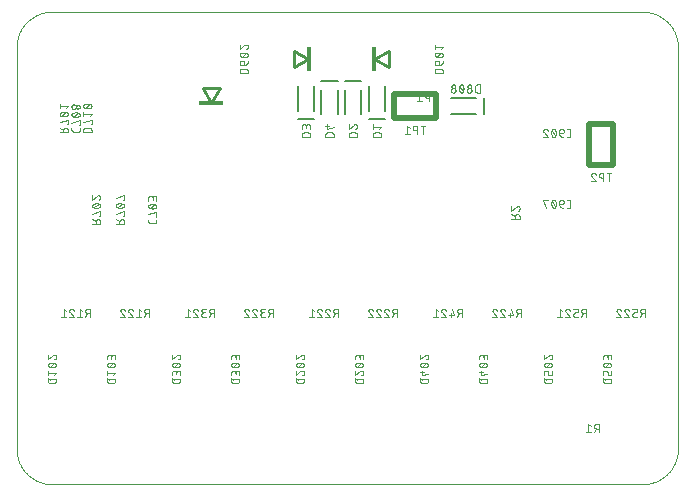
<source format=gbo>
G04 EAGLE Gerber RS-274X export*
G75*
%MOMM*%
%FSLAX35Y35*%
%LPD*%
%INsilk_bottom*%
%IPPOS*%
%AMOC8*
5,1,8,0,0,1.08239X$1,22.5*%
G01*
%ADD10C,0.500000*%
%ADD11C,0.050800*%
%ADD12C,0.000000*%
%ADD13C,0.127000*%
%ADD14C,0.254000*%
%ADD15R,2.100000X0.300000*%
%ADD16R,0.300000X2.100000*%


D10*
X3200000Y3100000D02*
X3200000Y3300000D01*
X3550000Y3300000D01*
X3550000Y3100000D01*
X3200000Y3100000D01*
X4850000Y3050000D02*
X4850000Y2700000D01*
X5050000Y2700000D01*
X5050000Y3050000D01*
X4850000Y3050000D01*
D11*
X5015250Y2634960D02*
X5015250Y2565040D01*
X5034672Y2634960D02*
X4995828Y2634960D01*
X4968499Y2634960D02*
X4968499Y2565040D01*
X4968499Y2634960D02*
X4949077Y2634960D01*
X4949077Y2634961D02*
X4948604Y2634955D01*
X4948131Y2634938D01*
X4947659Y2634909D01*
X4947188Y2634869D01*
X4946718Y2634817D01*
X4946249Y2634754D01*
X4945782Y2634679D01*
X4945317Y2634594D01*
X4944854Y2634496D01*
X4944393Y2634388D01*
X4943936Y2634268D01*
X4943481Y2634137D01*
X4943030Y2633996D01*
X4942582Y2633843D01*
X4942139Y2633679D01*
X4941699Y2633505D01*
X4941263Y2633320D01*
X4940833Y2633125D01*
X4940407Y2632919D01*
X4939986Y2632702D01*
X4939571Y2632476D01*
X4939161Y2632239D01*
X4938758Y2631993D01*
X4938360Y2631737D01*
X4937969Y2631471D01*
X4937584Y2631196D01*
X4937206Y2630911D01*
X4936835Y2630618D01*
X4936472Y2630315D01*
X4936116Y2630004D01*
X4935767Y2629684D01*
X4935427Y2629355D01*
X4935094Y2629019D01*
X4934770Y2628675D01*
X4934455Y2628322D01*
X4934148Y2627962D01*
X4933849Y2627595D01*
X4933560Y2627221D01*
X4933280Y2626839D01*
X4933010Y2626451D01*
X4932749Y2626057D01*
X4932498Y2625656D01*
X4932256Y2625250D01*
X4932025Y2624837D01*
X4931803Y2624419D01*
X4931592Y2623996D01*
X4931391Y2623567D01*
X4931201Y2623134D01*
X4931021Y2622697D01*
X4930852Y2622255D01*
X4930694Y2621809D01*
X4930547Y2621360D01*
X4930411Y2620907D01*
X4930286Y2620451D01*
X4930172Y2619992D01*
X4930069Y2619530D01*
X4929977Y2619066D01*
X4929897Y2618600D01*
X4929828Y2618132D01*
X4929771Y2617662D01*
X4929725Y2617192D01*
X4929690Y2616720D01*
X4929667Y2616247D01*
X4929655Y2615775D01*
X4929655Y2615301D01*
X4929667Y2614829D01*
X4929690Y2614356D01*
X4929725Y2613884D01*
X4929771Y2613414D01*
X4929828Y2612944D01*
X4929897Y2612476D01*
X4929977Y2612010D01*
X4930069Y2611546D01*
X4930172Y2611084D01*
X4930286Y2610625D01*
X4930411Y2610169D01*
X4930547Y2609716D01*
X4930694Y2609267D01*
X4930852Y2608821D01*
X4931021Y2608379D01*
X4931201Y2607942D01*
X4931391Y2607509D01*
X4931592Y2607080D01*
X4931803Y2606657D01*
X4932025Y2606239D01*
X4932256Y2605827D01*
X4932498Y2605420D01*
X4932749Y2605019D01*
X4933010Y2604625D01*
X4933280Y2604237D01*
X4933560Y2603855D01*
X4933849Y2603481D01*
X4934148Y2603114D01*
X4934455Y2602754D01*
X4934770Y2602401D01*
X4935094Y2602057D01*
X4935427Y2601721D01*
X4935767Y2601392D01*
X4936116Y2601072D01*
X4936472Y2600761D01*
X4936835Y2600458D01*
X4937206Y2600165D01*
X4937584Y2599880D01*
X4937969Y2599605D01*
X4938360Y2599339D01*
X4938758Y2599083D01*
X4939161Y2598837D01*
X4939571Y2598600D01*
X4939986Y2598374D01*
X4940407Y2598157D01*
X4940833Y2597951D01*
X4941263Y2597756D01*
X4941699Y2597571D01*
X4942139Y2597397D01*
X4942582Y2597233D01*
X4943030Y2597080D01*
X4943481Y2596939D01*
X4943936Y2596808D01*
X4944393Y2596688D01*
X4944854Y2596580D01*
X4945317Y2596482D01*
X4945782Y2596397D01*
X4946249Y2596322D01*
X4946718Y2596259D01*
X4947188Y2596207D01*
X4947659Y2596167D01*
X4948131Y2596138D01*
X4948604Y2596121D01*
X4949077Y2596115D01*
X4968499Y2596115D01*
X4882808Y2634960D02*
X4882386Y2634955D01*
X4881963Y2634940D01*
X4881542Y2634914D01*
X4881121Y2634878D01*
X4880701Y2634833D01*
X4880282Y2634777D01*
X4879865Y2634710D01*
X4879450Y2634634D01*
X4879036Y2634548D01*
X4878625Y2634452D01*
X4878216Y2634346D01*
X4877810Y2634230D01*
X4877406Y2634104D01*
X4877006Y2633969D01*
X4876610Y2633824D01*
X4876216Y2633670D01*
X4875827Y2633506D01*
X4875442Y2633332D01*
X4875061Y2633150D01*
X4874685Y2632958D01*
X4874313Y2632757D01*
X4873946Y2632547D01*
X4873585Y2632329D01*
X4873229Y2632101D01*
X4872878Y2631866D01*
X4872534Y2631622D01*
X4872195Y2631369D01*
X4871862Y2631109D01*
X4871536Y2630840D01*
X4871217Y2630564D01*
X4870904Y2630280D01*
X4870598Y2629989D01*
X4870299Y2629690D01*
X4870008Y2629384D01*
X4869724Y2629071D01*
X4869448Y2628752D01*
X4869179Y2628426D01*
X4868919Y2628093D01*
X4868666Y2627754D01*
X4868422Y2627410D01*
X4868187Y2627059D01*
X4867959Y2626703D01*
X4867741Y2626342D01*
X4867531Y2625975D01*
X4867330Y2625603D01*
X4867138Y2625227D01*
X4866956Y2624846D01*
X4866782Y2624461D01*
X4866618Y2624072D01*
X4866464Y2623678D01*
X4866319Y2623282D01*
X4866184Y2622882D01*
X4866058Y2622478D01*
X4865942Y2622072D01*
X4865836Y2621663D01*
X4865740Y2621252D01*
X4865654Y2620838D01*
X4865578Y2620423D01*
X4865511Y2620006D01*
X4865455Y2619587D01*
X4865410Y2619167D01*
X4865374Y2618746D01*
X4865348Y2618325D01*
X4865333Y2617902D01*
X4865328Y2617480D01*
X4882808Y2634960D02*
X4883351Y2634953D01*
X4883894Y2634934D01*
X4884436Y2634901D01*
X4884977Y2634855D01*
X4885517Y2634796D01*
X4886055Y2634724D01*
X4886592Y2634639D01*
X4887126Y2634541D01*
X4887658Y2634430D01*
X4888186Y2634306D01*
X4888712Y2634170D01*
X4889234Y2634021D01*
X4889753Y2633859D01*
X4890267Y2633685D01*
X4890777Y2633498D01*
X4891283Y2633300D01*
X4891783Y2633089D01*
X4892278Y2632866D01*
X4892768Y2632631D01*
X4893252Y2632384D01*
X4893729Y2632125D01*
X4894201Y2631856D01*
X4894665Y2631574D01*
X4895123Y2631282D01*
X4895574Y2630979D01*
X4896017Y2630665D01*
X4896452Y2630340D01*
X4896879Y2630005D01*
X4897298Y2629659D01*
X4897709Y2629304D01*
X4898111Y2628939D01*
X4898504Y2628564D01*
X4898888Y2628180D01*
X4899262Y2627786D01*
X4899627Y2627384D01*
X4899982Y2626973D01*
X4900327Y2626553D01*
X4900661Y2626126D01*
X4900986Y2625690D01*
X4901299Y2625246D01*
X4901602Y2624796D01*
X4901894Y2624337D01*
X4902174Y2623872D01*
X4902444Y2623401D01*
X4902701Y2622923D01*
X4902947Y2622439D01*
X4903182Y2621949D01*
X4903404Y2621453D01*
X4903615Y2620953D01*
X4903813Y2620447D01*
X4903999Y2619937D01*
X4904173Y2619422D01*
X4871156Y2603885D02*
X4870826Y2604206D01*
X4870504Y2604536D01*
X4870191Y2604874D01*
X4869886Y2605219D01*
X4869589Y2605572D01*
X4869301Y2605931D01*
X4869022Y2606298D01*
X4868753Y2606671D01*
X4868492Y2607051D01*
X4868241Y2607437D01*
X4867999Y2607830D01*
X4867767Y2608228D01*
X4867545Y2608631D01*
X4867333Y2609040D01*
X4867131Y2609454D01*
X4866939Y2609873D01*
X4866758Y2610297D01*
X4866587Y2610724D01*
X4866426Y2611156D01*
X4866276Y2611592D01*
X4866137Y2612031D01*
X4866009Y2612474D01*
X4865891Y2612919D01*
X4865785Y2613367D01*
X4865690Y2613818D01*
X4865605Y2614271D01*
X4865532Y2614726D01*
X4865470Y2615182D01*
X4865419Y2615640D01*
X4865380Y2616099D01*
X4865352Y2616559D01*
X4865335Y2617019D01*
X4865329Y2617480D01*
X4871155Y2603884D02*
X4904173Y2565040D01*
X4865328Y2565040D01*
X3540250Y3240040D02*
X3540250Y3309960D01*
X3559672Y3309960D02*
X3520828Y3309960D01*
X3493499Y3309960D02*
X3493499Y3240040D01*
X3493499Y3309960D02*
X3474077Y3309960D01*
X3474077Y3309961D02*
X3473604Y3309955D01*
X3473131Y3309938D01*
X3472659Y3309909D01*
X3472188Y3309869D01*
X3471718Y3309817D01*
X3471249Y3309754D01*
X3470782Y3309679D01*
X3470317Y3309594D01*
X3469854Y3309496D01*
X3469393Y3309388D01*
X3468936Y3309268D01*
X3468481Y3309137D01*
X3468030Y3308996D01*
X3467582Y3308843D01*
X3467139Y3308679D01*
X3466699Y3308505D01*
X3466263Y3308320D01*
X3465833Y3308125D01*
X3465407Y3307919D01*
X3464986Y3307702D01*
X3464571Y3307476D01*
X3464161Y3307239D01*
X3463758Y3306993D01*
X3463360Y3306737D01*
X3462969Y3306471D01*
X3462584Y3306196D01*
X3462206Y3305911D01*
X3461835Y3305618D01*
X3461472Y3305315D01*
X3461116Y3305004D01*
X3460767Y3304684D01*
X3460427Y3304355D01*
X3460094Y3304019D01*
X3459770Y3303675D01*
X3459455Y3303322D01*
X3459148Y3302962D01*
X3458849Y3302595D01*
X3458560Y3302221D01*
X3458280Y3301839D01*
X3458010Y3301451D01*
X3457749Y3301057D01*
X3457498Y3300656D01*
X3457256Y3300250D01*
X3457025Y3299837D01*
X3456803Y3299419D01*
X3456592Y3298996D01*
X3456391Y3298567D01*
X3456201Y3298134D01*
X3456021Y3297697D01*
X3455852Y3297255D01*
X3455694Y3296809D01*
X3455547Y3296360D01*
X3455411Y3295907D01*
X3455286Y3295451D01*
X3455172Y3294992D01*
X3455069Y3294530D01*
X3454977Y3294066D01*
X3454897Y3293600D01*
X3454828Y3293132D01*
X3454771Y3292662D01*
X3454725Y3292192D01*
X3454690Y3291720D01*
X3454667Y3291247D01*
X3454655Y3290775D01*
X3454655Y3290301D01*
X3454667Y3289829D01*
X3454690Y3289356D01*
X3454725Y3288884D01*
X3454771Y3288414D01*
X3454828Y3287944D01*
X3454897Y3287476D01*
X3454977Y3287010D01*
X3455069Y3286546D01*
X3455172Y3286084D01*
X3455286Y3285625D01*
X3455411Y3285169D01*
X3455547Y3284716D01*
X3455694Y3284267D01*
X3455852Y3283821D01*
X3456021Y3283379D01*
X3456201Y3282942D01*
X3456391Y3282509D01*
X3456592Y3282080D01*
X3456803Y3281657D01*
X3457025Y3281239D01*
X3457256Y3280827D01*
X3457498Y3280420D01*
X3457749Y3280019D01*
X3458010Y3279625D01*
X3458280Y3279237D01*
X3458560Y3278855D01*
X3458849Y3278481D01*
X3459148Y3278114D01*
X3459455Y3277754D01*
X3459770Y3277401D01*
X3460094Y3277057D01*
X3460427Y3276721D01*
X3460767Y3276392D01*
X3461116Y3276072D01*
X3461472Y3275761D01*
X3461835Y3275458D01*
X3462206Y3275165D01*
X3462584Y3274880D01*
X3462969Y3274605D01*
X3463360Y3274339D01*
X3463758Y3274083D01*
X3464161Y3273837D01*
X3464571Y3273600D01*
X3464986Y3273374D01*
X3465407Y3273157D01*
X3465833Y3272951D01*
X3466263Y3272756D01*
X3466699Y3272571D01*
X3467139Y3272397D01*
X3467582Y3272233D01*
X3468030Y3272080D01*
X3468481Y3271939D01*
X3468936Y3271808D01*
X3469393Y3271688D01*
X3469854Y3271580D01*
X3470317Y3271482D01*
X3470782Y3271397D01*
X3471249Y3271322D01*
X3471718Y3271259D01*
X3472188Y3271207D01*
X3472659Y3271167D01*
X3473131Y3271138D01*
X3473604Y3271121D01*
X3474077Y3271115D01*
X3493499Y3271115D01*
X3429173Y3294422D02*
X3409750Y3309960D01*
X3409750Y3240040D01*
X3390328Y3240040D02*
X3429173Y3240040D01*
D12*
X5600000Y3700000D02*
X5600000Y300000D01*
X5599912Y292751D01*
X5599650Y285506D01*
X5599212Y278270D01*
X5598599Y271046D01*
X5597813Y263839D01*
X5596852Y256653D01*
X5595718Y249493D01*
X5594411Y242362D01*
X5592932Y235265D01*
X5591283Y228205D01*
X5589463Y221188D01*
X5587474Y214216D01*
X5585317Y207295D01*
X5582994Y200428D01*
X5580505Y193619D01*
X5577852Y186872D01*
X5575038Y180191D01*
X5572062Y173580D01*
X5568928Y167043D01*
X5565637Y160583D01*
X5562190Y154205D01*
X5558591Y147912D01*
X5554840Y141708D01*
X5550941Y135596D01*
X5546895Y129581D01*
X5542705Y123664D01*
X5538373Y117851D01*
X5533902Y112144D01*
X5529295Y106547D01*
X5524553Y101063D01*
X5519681Y95695D01*
X5514680Y90447D01*
X5509553Y85320D01*
X5504305Y80319D01*
X5498937Y75447D01*
X5493453Y70705D01*
X5487856Y66098D01*
X5482149Y61627D01*
X5476336Y57295D01*
X5470419Y53105D01*
X5464404Y49059D01*
X5458292Y45160D01*
X5452088Y41409D01*
X5445795Y37810D01*
X5439417Y34363D01*
X5432957Y31072D01*
X5426420Y27938D01*
X5419809Y24962D01*
X5413128Y22148D01*
X5406381Y19495D01*
X5399572Y17006D01*
X5392705Y14683D01*
X5385784Y12526D01*
X5378812Y10537D01*
X5371795Y8717D01*
X5364735Y7068D01*
X5357638Y5589D01*
X5350507Y4282D01*
X5343347Y3148D01*
X5336161Y2187D01*
X5328954Y1401D01*
X5321730Y788D01*
X5314494Y350D01*
X5307249Y88D01*
X5300000Y0D01*
X300000Y0D01*
X292751Y88D01*
X285506Y350D01*
X278270Y788D01*
X271046Y1401D01*
X263839Y2187D01*
X256653Y3148D01*
X249493Y4282D01*
X242362Y5589D01*
X235265Y7068D01*
X228205Y8717D01*
X221188Y10537D01*
X214216Y12526D01*
X207295Y14683D01*
X200428Y17006D01*
X193619Y19495D01*
X186872Y22148D01*
X180191Y24962D01*
X173580Y27938D01*
X167043Y31072D01*
X160583Y34363D01*
X154205Y37810D01*
X147912Y41409D01*
X141708Y45160D01*
X135596Y49059D01*
X129581Y53105D01*
X123664Y57295D01*
X117851Y61627D01*
X112144Y66098D01*
X106547Y70705D01*
X101063Y75447D01*
X95695Y80319D01*
X90447Y85320D01*
X85320Y90447D01*
X80319Y95695D01*
X75447Y101063D01*
X70705Y106547D01*
X66098Y112144D01*
X61627Y117851D01*
X57295Y123664D01*
X53105Y129581D01*
X49059Y135596D01*
X45160Y141708D01*
X41409Y147912D01*
X37810Y154205D01*
X34363Y160583D01*
X31072Y167043D01*
X27938Y173580D01*
X24962Y180191D01*
X22148Y186872D01*
X19495Y193619D01*
X17006Y200428D01*
X14683Y207295D01*
X12526Y214216D01*
X10537Y221188D01*
X8717Y228205D01*
X7068Y235265D01*
X5589Y242362D01*
X4282Y249493D01*
X3148Y256653D01*
X2187Y263839D01*
X1401Y271046D01*
X788Y278270D01*
X350Y285506D01*
X88Y292751D01*
X0Y300000D01*
X0Y3700000D01*
X88Y3707249D01*
X350Y3714494D01*
X788Y3721730D01*
X1401Y3728954D01*
X2187Y3736161D01*
X3148Y3743347D01*
X4282Y3750507D01*
X5589Y3757638D01*
X7068Y3764735D01*
X8717Y3771795D01*
X10537Y3778812D01*
X12526Y3785784D01*
X14683Y3792705D01*
X17006Y3799572D01*
X19495Y3806381D01*
X22148Y3813128D01*
X24962Y3819809D01*
X27938Y3826420D01*
X31072Y3832957D01*
X34363Y3839417D01*
X37810Y3845795D01*
X41409Y3852088D01*
X45160Y3858292D01*
X49059Y3864404D01*
X53105Y3870419D01*
X57295Y3876336D01*
X61627Y3882149D01*
X66098Y3887856D01*
X70705Y3893453D01*
X75447Y3898937D01*
X80319Y3904305D01*
X85320Y3909553D01*
X90447Y3914680D01*
X95695Y3919681D01*
X101063Y3924553D01*
X106547Y3929295D01*
X112144Y3933902D01*
X117851Y3938373D01*
X123664Y3942705D01*
X129581Y3946895D01*
X135596Y3950941D01*
X141708Y3954840D01*
X147912Y3958591D01*
X154205Y3962190D01*
X160583Y3965637D01*
X167043Y3968928D01*
X173580Y3972062D01*
X180191Y3975038D01*
X186872Y3977852D01*
X193619Y3980505D01*
X200428Y3982994D01*
X207295Y3985317D01*
X214216Y3987474D01*
X221188Y3989463D01*
X228205Y3991283D01*
X235265Y3992932D01*
X242362Y3994411D01*
X249493Y3995718D01*
X256653Y3996852D01*
X263839Y3997813D01*
X271046Y3998599D01*
X278270Y3999212D01*
X285506Y3999650D01*
X292751Y3999912D01*
X300000Y4000000D01*
X5300000Y4000000D01*
X5307249Y3999912D01*
X5314494Y3999650D01*
X5321730Y3999212D01*
X5328954Y3998599D01*
X5336161Y3997813D01*
X5343347Y3996852D01*
X5350507Y3995718D01*
X5357638Y3994411D01*
X5364735Y3992932D01*
X5371795Y3991283D01*
X5378812Y3989463D01*
X5385784Y3987474D01*
X5392705Y3985317D01*
X5399572Y3982994D01*
X5406381Y3980505D01*
X5413128Y3977852D01*
X5419809Y3975038D01*
X5426420Y3972062D01*
X5432957Y3968928D01*
X5439417Y3965637D01*
X5445795Y3962190D01*
X5452088Y3958591D01*
X5458292Y3954840D01*
X5464404Y3950941D01*
X5470419Y3946895D01*
X5476336Y3942705D01*
X5482149Y3938373D01*
X5487856Y3933902D01*
X5493453Y3929295D01*
X5498937Y3924553D01*
X5504305Y3919681D01*
X5509553Y3914680D01*
X5514680Y3909553D01*
X5519681Y3904305D01*
X5524553Y3898937D01*
X5529295Y3893453D01*
X5533902Y3887856D01*
X5538373Y3882149D01*
X5542705Y3876336D01*
X5546895Y3870419D01*
X5550941Y3864404D01*
X5554840Y3858292D01*
X5558591Y3852088D01*
X5562190Y3845795D01*
X5565637Y3839417D01*
X5568928Y3832957D01*
X5572062Y3826420D01*
X5575038Y3819809D01*
X5577852Y3813128D01*
X5580505Y3806381D01*
X5582994Y3799572D01*
X5585317Y3792705D01*
X5587474Y3785784D01*
X5589463Y3778812D01*
X5591283Y3771795D01*
X5592932Y3764735D01*
X5594411Y3757638D01*
X5595718Y3750507D01*
X5596852Y3743347D01*
X5597813Y3736161D01*
X5598599Y3728954D01*
X5599212Y3721730D01*
X5599650Y3714494D01*
X5599912Y3707249D01*
X5600000Y3700000D01*
D11*
X3440250Y3034960D02*
X3440250Y2965040D01*
X3459672Y3034960D02*
X3420828Y3034960D01*
X3393499Y3034960D02*
X3393499Y2965040D01*
X3393499Y3034960D02*
X3374077Y3034960D01*
X3374077Y3034961D02*
X3373604Y3034955D01*
X3373131Y3034938D01*
X3372659Y3034909D01*
X3372188Y3034869D01*
X3371718Y3034817D01*
X3371249Y3034754D01*
X3370782Y3034679D01*
X3370317Y3034594D01*
X3369854Y3034496D01*
X3369393Y3034388D01*
X3368936Y3034268D01*
X3368481Y3034137D01*
X3368030Y3033996D01*
X3367582Y3033843D01*
X3367139Y3033679D01*
X3366699Y3033505D01*
X3366263Y3033320D01*
X3365833Y3033125D01*
X3365407Y3032919D01*
X3364986Y3032702D01*
X3364571Y3032476D01*
X3364161Y3032239D01*
X3363758Y3031993D01*
X3363360Y3031737D01*
X3362969Y3031471D01*
X3362584Y3031196D01*
X3362206Y3030911D01*
X3361835Y3030618D01*
X3361472Y3030315D01*
X3361116Y3030004D01*
X3360767Y3029684D01*
X3360427Y3029355D01*
X3360094Y3029019D01*
X3359770Y3028675D01*
X3359455Y3028322D01*
X3359148Y3027962D01*
X3358849Y3027595D01*
X3358560Y3027221D01*
X3358280Y3026839D01*
X3358010Y3026451D01*
X3357749Y3026057D01*
X3357498Y3025656D01*
X3357256Y3025250D01*
X3357025Y3024837D01*
X3356803Y3024419D01*
X3356592Y3023996D01*
X3356391Y3023567D01*
X3356201Y3023134D01*
X3356021Y3022697D01*
X3355852Y3022255D01*
X3355694Y3021809D01*
X3355547Y3021360D01*
X3355411Y3020907D01*
X3355286Y3020451D01*
X3355172Y3019992D01*
X3355069Y3019530D01*
X3354977Y3019066D01*
X3354897Y3018600D01*
X3354828Y3018132D01*
X3354771Y3017662D01*
X3354725Y3017192D01*
X3354690Y3016720D01*
X3354667Y3016247D01*
X3354655Y3015775D01*
X3354655Y3015301D01*
X3354667Y3014829D01*
X3354690Y3014356D01*
X3354725Y3013884D01*
X3354771Y3013414D01*
X3354828Y3012944D01*
X3354897Y3012476D01*
X3354977Y3012010D01*
X3355069Y3011546D01*
X3355172Y3011084D01*
X3355286Y3010625D01*
X3355411Y3010169D01*
X3355547Y3009716D01*
X3355694Y3009267D01*
X3355852Y3008821D01*
X3356021Y3008379D01*
X3356201Y3007942D01*
X3356391Y3007509D01*
X3356592Y3007080D01*
X3356803Y3006657D01*
X3357025Y3006239D01*
X3357256Y3005827D01*
X3357498Y3005420D01*
X3357749Y3005019D01*
X3358010Y3004625D01*
X3358280Y3004237D01*
X3358560Y3003855D01*
X3358849Y3003481D01*
X3359148Y3003114D01*
X3359455Y3002754D01*
X3359770Y3002401D01*
X3360094Y3002057D01*
X3360427Y3001721D01*
X3360767Y3001392D01*
X3361116Y3001072D01*
X3361472Y3000761D01*
X3361835Y3000458D01*
X3362206Y3000165D01*
X3362584Y2999880D01*
X3362969Y2999605D01*
X3363360Y2999339D01*
X3363758Y2999083D01*
X3364161Y2998837D01*
X3364571Y2998600D01*
X3364986Y2998374D01*
X3365407Y2998157D01*
X3365833Y2997951D01*
X3366263Y2997756D01*
X3366699Y2997571D01*
X3367139Y2997397D01*
X3367582Y2997233D01*
X3368030Y2997080D01*
X3368481Y2996939D01*
X3368936Y2996808D01*
X3369393Y2996688D01*
X3369854Y2996580D01*
X3370317Y2996482D01*
X3370782Y2996397D01*
X3371249Y2996322D01*
X3371718Y2996259D01*
X3372188Y2996207D01*
X3372659Y2996167D01*
X3373131Y2996138D01*
X3373604Y2996121D01*
X3374077Y2996115D01*
X3393499Y2996115D01*
X3329173Y3019422D02*
X3309750Y3034960D01*
X3309750Y2965040D01*
X3290328Y2965040D02*
X3329173Y2965040D01*
X4190040Y2247029D02*
X4259960Y2247029D01*
X4259960Y2266451D01*
X4259961Y2266451D02*
X4259955Y2266924D01*
X4259938Y2267397D01*
X4259909Y2267869D01*
X4259869Y2268340D01*
X4259817Y2268810D01*
X4259754Y2269279D01*
X4259679Y2269746D01*
X4259594Y2270211D01*
X4259496Y2270674D01*
X4259388Y2271135D01*
X4259268Y2271592D01*
X4259137Y2272047D01*
X4258996Y2272498D01*
X4258843Y2272946D01*
X4258679Y2273389D01*
X4258505Y2273829D01*
X4258320Y2274265D01*
X4258125Y2274695D01*
X4257919Y2275121D01*
X4257702Y2275542D01*
X4257476Y2275957D01*
X4257239Y2276367D01*
X4256993Y2276770D01*
X4256737Y2277168D01*
X4256471Y2277559D01*
X4256196Y2277944D01*
X4255911Y2278322D01*
X4255618Y2278693D01*
X4255315Y2279056D01*
X4255004Y2279412D01*
X4254684Y2279761D01*
X4254355Y2280101D01*
X4254019Y2280434D01*
X4253675Y2280758D01*
X4253322Y2281073D01*
X4252962Y2281380D01*
X4252595Y2281679D01*
X4252221Y2281968D01*
X4251839Y2282248D01*
X4251451Y2282518D01*
X4251057Y2282779D01*
X4250656Y2283030D01*
X4250250Y2283272D01*
X4249837Y2283503D01*
X4249419Y2283725D01*
X4248996Y2283936D01*
X4248567Y2284137D01*
X4248134Y2284327D01*
X4247697Y2284507D01*
X4247255Y2284676D01*
X4246809Y2284834D01*
X4246360Y2284981D01*
X4245907Y2285117D01*
X4245451Y2285242D01*
X4244992Y2285356D01*
X4244530Y2285459D01*
X4244066Y2285551D01*
X4243600Y2285631D01*
X4243132Y2285700D01*
X4242662Y2285757D01*
X4242192Y2285803D01*
X4241720Y2285838D01*
X4241247Y2285861D01*
X4240775Y2285873D01*
X4240301Y2285873D01*
X4239829Y2285861D01*
X4239356Y2285838D01*
X4238884Y2285803D01*
X4238414Y2285757D01*
X4237944Y2285700D01*
X4237476Y2285631D01*
X4237010Y2285551D01*
X4236546Y2285459D01*
X4236084Y2285356D01*
X4235625Y2285242D01*
X4235169Y2285117D01*
X4234716Y2284981D01*
X4234267Y2284834D01*
X4233821Y2284676D01*
X4233379Y2284507D01*
X4232942Y2284327D01*
X4232509Y2284137D01*
X4232080Y2283936D01*
X4231657Y2283725D01*
X4231239Y2283503D01*
X4230827Y2283272D01*
X4230420Y2283030D01*
X4230019Y2282779D01*
X4229625Y2282518D01*
X4229237Y2282248D01*
X4228855Y2281968D01*
X4228481Y2281679D01*
X4228114Y2281380D01*
X4227754Y2281073D01*
X4227401Y2280758D01*
X4227057Y2280434D01*
X4226721Y2280101D01*
X4226392Y2279761D01*
X4226072Y2279412D01*
X4225761Y2279056D01*
X4225458Y2278693D01*
X4225165Y2278322D01*
X4224880Y2277944D01*
X4224605Y2277559D01*
X4224339Y2277168D01*
X4224083Y2276770D01*
X4223837Y2276367D01*
X4223600Y2275957D01*
X4223374Y2275542D01*
X4223157Y2275121D01*
X4222951Y2274695D01*
X4222756Y2274265D01*
X4222571Y2273829D01*
X4222397Y2273389D01*
X4222233Y2272946D01*
X4222080Y2272498D01*
X4221939Y2272047D01*
X4221808Y2271592D01*
X4221688Y2271135D01*
X4221580Y2270674D01*
X4221482Y2270211D01*
X4221397Y2269746D01*
X4221322Y2269279D01*
X4221259Y2268810D01*
X4221207Y2268340D01*
X4221167Y2267869D01*
X4221138Y2267397D01*
X4221121Y2266924D01*
X4221115Y2266451D01*
X4221115Y2247029D01*
X4221115Y2270335D02*
X4190040Y2285873D01*
X4242480Y2352972D02*
X4242902Y2352967D01*
X4243325Y2352952D01*
X4243746Y2352926D01*
X4244167Y2352890D01*
X4244587Y2352845D01*
X4245006Y2352789D01*
X4245423Y2352722D01*
X4245838Y2352646D01*
X4246252Y2352560D01*
X4246663Y2352464D01*
X4247072Y2352358D01*
X4247478Y2352242D01*
X4247882Y2352116D01*
X4248282Y2351981D01*
X4248678Y2351836D01*
X4249072Y2351682D01*
X4249461Y2351518D01*
X4249846Y2351344D01*
X4250227Y2351162D01*
X4250603Y2350970D01*
X4250975Y2350769D01*
X4251342Y2350559D01*
X4251703Y2350341D01*
X4252059Y2350113D01*
X4252410Y2349878D01*
X4252754Y2349634D01*
X4253093Y2349381D01*
X4253426Y2349121D01*
X4253752Y2348852D01*
X4254071Y2348576D01*
X4254384Y2348292D01*
X4254690Y2348001D01*
X4254989Y2347702D01*
X4255280Y2347396D01*
X4255564Y2347083D01*
X4255840Y2346764D01*
X4256109Y2346438D01*
X4256369Y2346105D01*
X4256622Y2345766D01*
X4256866Y2345422D01*
X4257101Y2345071D01*
X4257329Y2344715D01*
X4257547Y2344354D01*
X4257757Y2343987D01*
X4257958Y2343615D01*
X4258150Y2343239D01*
X4258332Y2342858D01*
X4258506Y2342473D01*
X4258670Y2342084D01*
X4258824Y2341690D01*
X4258969Y2341294D01*
X4259104Y2340894D01*
X4259230Y2340490D01*
X4259346Y2340084D01*
X4259452Y2339675D01*
X4259548Y2339264D01*
X4259634Y2338850D01*
X4259710Y2338435D01*
X4259777Y2338018D01*
X4259833Y2337599D01*
X4259878Y2337179D01*
X4259914Y2336758D01*
X4259940Y2336337D01*
X4259955Y2335914D01*
X4259960Y2335492D01*
X4259953Y2334949D01*
X4259934Y2334406D01*
X4259901Y2333864D01*
X4259855Y2333323D01*
X4259796Y2332783D01*
X4259724Y2332245D01*
X4259639Y2331708D01*
X4259541Y2331174D01*
X4259430Y2330642D01*
X4259306Y2330114D01*
X4259170Y2329588D01*
X4259021Y2329066D01*
X4258859Y2328547D01*
X4258685Y2328033D01*
X4258498Y2327523D01*
X4258300Y2327017D01*
X4258089Y2326517D01*
X4257866Y2326022D01*
X4257631Y2325532D01*
X4257384Y2325048D01*
X4257125Y2324571D01*
X4256856Y2324099D01*
X4256574Y2323635D01*
X4256282Y2323177D01*
X4255979Y2322726D01*
X4255665Y2322283D01*
X4255340Y2321848D01*
X4255005Y2321421D01*
X4254659Y2321002D01*
X4254304Y2320591D01*
X4253939Y2320189D01*
X4253564Y2319796D01*
X4253180Y2319412D01*
X4252786Y2319038D01*
X4252384Y2318673D01*
X4251973Y2318318D01*
X4251553Y2317973D01*
X4251126Y2317639D01*
X4250690Y2317314D01*
X4250246Y2317001D01*
X4249796Y2316698D01*
X4249337Y2316406D01*
X4248872Y2316126D01*
X4248401Y2315856D01*
X4247923Y2315599D01*
X4247439Y2315353D01*
X4246949Y2315118D01*
X4246453Y2314896D01*
X4245953Y2314685D01*
X4245447Y2314487D01*
X4244937Y2314301D01*
X4244422Y2314127D01*
X4228885Y2347144D02*
X4229206Y2347474D01*
X4229536Y2347796D01*
X4229874Y2348109D01*
X4230219Y2348414D01*
X4230572Y2348711D01*
X4230931Y2348999D01*
X4231298Y2349278D01*
X4231671Y2349547D01*
X4232051Y2349808D01*
X4232437Y2350059D01*
X4232830Y2350301D01*
X4233228Y2350533D01*
X4233631Y2350755D01*
X4234040Y2350967D01*
X4234454Y2351169D01*
X4234873Y2351361D01*
X4235297Y2351542D01*
X4235724Y2351713D01*
X4236156Y2351874D01*
X4236592Y2352024D01*
X4237031Y2352163D01*
X4237474Y2352291D01*
X4237919Y2352409D01*
X4238367Y2352515D01*
X4238818Y2352610D01*
X4239271Y2352695D01*
X4239726Y2352768D01*
X4240182Y2352830D01*
X4240640Y2352881D01*
X4241099Y2352920D01*
X4241559Y2352948D01*
X4242019Y2352965D01*
X4242480Y2352971D01*
X4228884Y2347145D02*
X4190040Y2314127D01*
X4190040Y2352972D01*
D13*
X3120000Y3160000D02*
X3120000Y3370000D01*
X2980000Y3370000D02*
X2980000Y3160000D01*
X2980000Y3090000D02*
X3120000Y3090000D01*
D11*
X3084960Y2938866D02*
X3015040Y2938866D01*
X3084960Y2938866D02*
X3084960Y2958288D01*
X3084954Y2958757D01*
X3084937Y2959226D01*
X3084909Y2959695D01*
X3084869Y2960163D01*
X3084818Y2960629D01*
X3084756Y2961094D01*
X3084683Y2961558D01*
X3084598Y2962020D01*
X3084502Y2962479D01*
X3084396Y2962936D01*
X3084278Y2963390D01*
X3084149Y2963842D01*
X3084009Y2964290D01*
X3083859Y2964734D01*
X3083698Y2965175D01*
X3083526Y2965612D01*
X3083344Y2966045D01*
X3083151Y2966473D01*
X3082948Y2966896D01*
X3082735Y2967314D01*
X3082512Y2967727D01*
X3082279Y2968134D01*
X3082036Y2968536D01*
X3081784Y2968932D01*
X3081522Y2969321D01*
X3081251Y2969704D01*
X3080970Y2970080D01*
X3080681Y2970450D01*
X3080382Y2970812D01*
X3080075Y2971167D01*
X3079760Y2971515D01*
X3079436Y2971855D01*
X3079104Y2972186D01*
X3078765Y2972510D01*
X3078417Y2972826D01*
X3078062Y2973133D01*
X3077700Y2973431D01*
X3077330Y2973720D01*
X3076954Y2974001D01*
X3076571Y2974272D01*
X3076181Y2974534D01*
X3075786Y2974786D01*
X3075384Y2975029D01*
X3074977Y2975262D01*
X3074564Y2975485D01*
X3074145Y2975699D01*
X3073722Y2975901D01*
X3073294Y2976094D01*
X3072862Y2976276D01*
X3072425Y2976448D01*
X3071984Y2976609D01*
X3071539Y2976759D01*
X3071091Y2976899D01*
X3070640Y2977028D01*
X3070186Y2977146D01*
X3069729Y2977252D01*
X3069269Y2977348D01*
X3068808Y2977433D01*
X3068344Y2977506D01*
X3067879Y2977568D01*
X3067412Y2977619D01*
X3066945Y2977659D01*
X3066476Y2977687D01*
X3066007Y2977704D01*
X3065538Y2977710D01*
X3034462Y2977710D01*
X3034462Y2977711D02*
X3033985Y2977705D01*
X3033509Y2977688D01*
X3033033Y2977658D01*
X3032558Y2977617D01*
X3032084Y2977565D01*
X3031612Y2977501D01*
X3031141Y2977425D01*
X3030673Y2977338D01*
X3030206Y2977239D01*
X3029743Y2977129D01*
X3029282Y2977007D01*
X3028824Y2976875D01*
X3028369Y2976731D01*
X3027919Y2976576D01*
X3027472Y2976410D01*
X3027029Y2976233D01*
X3026591Y2976045D01*
X3026158Y2975846D01*
X3025729Y2975637D01*
X3025306Y2975418D01*
X3024889Y2975188D01*
X3024477Y2974948D01*
X3024071Y2974698D01*
X3023671Y2974438D01*
X3023278Y2974168D01*
X3022892Y2973889D01*
X3022512Y2973600D01*
X3022140Y2973302D01*
X3021776Y2972995D01*
X3021418Y2972680D01*
X3021069Y2972355D01*
X3020728Y2972022D01*
X3020395Y2971681D01*
X3020071Y2971332D01*
X3019755Y2970975D01*
X3019448Y2970610D01*
X3019150Y2970238D01*
X3018861Y2969858D01*
X3018582Y2969472D01*
X3018312Y2969079D01*
X3018053Y2968679D01*
X3017802Y2968274D01*
X3017562Y2967862D01*
X3017333Y2967444D01*
X3017113Y2967021D01*
X3016904Y2966593D01*
X3016705Y2966159D01*
X3016518Y2965721D01*
X3016341Y2965278D01*
X3016174Y2964832D01*
X3016019Y2964381D01*
X3015875Y2963926D01*
X3015743Y2963469D01*
X3015621Y2963008D01*
X3015511Y2962544D01*
X3015412Y2962078D01*
X3015325Y2961609D01*
X3015249Y2961138D01*
X3015185Y2960666D01*
X3015133Y2960192D01*
X3015092Y2959717D01*
X3015062Y2959241D01*
X3015045Y2958765D01*
X3015039Y2958288D01*
X3015040Y2958288D02*
X3015040Y2938866D01*
X3069422Y3008616D02*
X3084960Y3028038D01*
X3015040Y3028038D01*
X3015040Y3008616D02*
X3015040Y3047460D01*
D13*
X2780000Y3130000D02*
X2780000Y3340000D01*
X2920000Y3340000D02*
X2920000Y3130000D01*
X2920000Y3410000D02*
X2780000Y3410000D01*
D11*
X2815040Y2938866D02*
X2884960Y2938866D01*
X2884960Y2958288D01*
X2884954Y2958757D01*
X2884937Y2959226D01*
X2884909Y2959695D01*
X2884869Y2960163D01*
X2884818Y2960629D01*
X2884756Y2961094D01*
X2884683Y2961558D01*
X2884598Y2962020D01*
X2884502Y2962479D01*
X2884396Y2962936D01*
X2884278Y2963390D01*
X2884149Y2963842D01*
X2884009Y2964290D01*
X2883859Y2964734D01*
X2883698Y2965175D01*
X2883526Y2965612D01*
X2883344Y2966045D01*
X2883151Y2966473D01*
X2882948Y2966896D01*
X2882735Y2967314D01*
X2882512Y2967727D01*
X2882279Y2968134D01*
X2882036Y2968536D01*
X2881784Y2968932D01*
X2881522Y2969321D01*
X2881251Y2969704D01*
X2880970Y2970080D01*
X2880681Y2970450D01*
X2880382Y2970812D01*
X2880075Y2971167D01*
X2879760Y2971515D01*
X2879436Y2971855D01*
X2879104Y2972186D01*
X2878765Y2972510D01*
X2878417Y2972826D01*
X2878062Y2973133D01*
X2877700Y2973431D01*
X2877330Y2973720D01*
X2876954Y2974001D01*
X2876571Y2974272D01*
X2876181Y2974534D01*
X2875786Y2974786D01*
X2875384Y2975029D01*
X2874977Y2975262D01*
X2874564Y2975485D01*
X2874145Y2975699D01*
X2873722Y2975901D01*
X2873294Y2976094D01*
X2872862Y2976276D01*
X2872425Y2976448D01*
X2871984Y2976609D01*
X2871539Y2976759D01*
X2871091Y2976899D01*
X2870640Y2977028D01*
X2870186Y2977146D01*
X2869729Y2977252D01*
X2869269Y2977348D01*
X2868808Y2977433D01*
X2868344Y2977506D01*
X2867879Y2977568D01*
X2867412Y2977619D01*
X2866945Y2977659D01*
X2866476Y2977687D01*
X2866007Y2977704D01*
X2865538Y2977710D01*
X2834462Y2977710D01*
X2834462Y2977711D02*
X2833985Y2977705D01*
X2833509Y2977688D01*
X2833033Y2977658D01*
X2832558Y2977617D01*
X2832084Y2977565D01*
X2831612Y2977501D01*
X2831141Y2977425D01*
X2830673Y2977338D01*
X2830206Y2977239D01*
X2829743Y2977129D01*
X2829282Y2977007D01*
X2828824Y2976875D01*
X2828369Y2976731D01*
X2827919Y2976576D01*
X2827472Y2976410D01*
X2827029Y2976233D01*
X2826591Y2976045D01*
X2826158Y2975846D01*
X2825729Y2975637D01*
X2825306Y2975418D01*
X2824889Y2975188D01*
X2824477Y2974948D01*
X2824071Y2974698D01*
X2823671Y2974438D01*
X2823278Y2974168D01*
X2822892Y2973889D01*
X2822512Y2973600D01*
X2822140Y2973302D01*
X2821776Y2972995D01*
X2821418Y2972680D01*
X2821069Y2972355D01*
X2820728Y2972022D01*
X2820395Y2971681D01*
X2820071Y2971332D01*
X2819755Y2970975D01*
X2819448Y2970610D01*
X2819150Y2970238D01*
X2818861Y2969858D01*
X2818582Y2969472D01*
X2818312Y2969079D01*
X2818053Y2968679D01*
X2817802Y2968274D01*
X2817562Y2967862D01*
X2817333Y2967444D01*
X2817113Y2967021D01*
X2816904Y2966593D01*
X2816705Y2966159D01*
X2816518Y2965721D01*
X2816341Y2965278D01*
X2816174Y2964832D01*
X2816019Y2964381D01*
X2815875Y2963926D01*
X2815743Y2963469D01*
X2815621Y2963008D01*
X2815511Y2962544D01*
X2815412Y2962078D01*
X2815325Y2961609D01*
X2815249Y2961138D01*
X2815185Y2960666D01*
X2815133Y2960192D01*
X2815092Y2959717D01*
X2815062Y2959241D01*
X2815045Y2958765D01*
X2815039Y2958288D01*
X2815040Y2958288D02*
X2815040Y2938866D01*
X2884960Y3029980D02*
X2884955Y3030402D01*
X2884940Y3030825D01*
X2884914Y3031246D01*
X2884878Y3031667D01*
X2884833Y3032087D01*
X2884777Y3032506D01*
X2884710Y3032923D01*
X2884634Y3033338D01*
X2884548Y3033752D01*
X2884452Y3034163D01*
X2884346Y3034572D01*
X2884230Y3034978D01*
X2884104Y3035382D01*
X2883969Y3035782D01*
X2883824Y3036178D01*
X2883670Y3036572D01*
X2883506Y3036961D01*
X2883332Y3037346D01*
X2883150Y3037727D01*
X2882958Y3038103D01*
X2882757Y3038475D01*
X2882547Y3038842D01*
X2882329Y3039203D01*
X2882101Y3039559D01*
X2881866Y3039910D01*
X2881622Y3040254D01*
X2881369Y3040593D01*
X2881109Y3040926D01*
X2880840Y3041252D01*
X2880564Y3041571D01*
X2880280Y3041884D01*
X2879989Y3042190D01*
X2879690Y3042489D01*
X2879384Y3042780D01*
X2879071Y3043064D01*
X2878752Y3043340D01*
X2878426Y3043609D01*
X2878093Y3043869D01*
X2877754Y3044122D01*
X2877410Y3044366D01*
X2877059Y3044601D01*
X2876703Y3044829D01*
X2876342Y3045047D01*
X2875975Y3045257D01*
X2875603Y3045458D01*
X2875227Y3045650D01*
X2874846Y3045832D01*
X2874461Y3046006D01*
X2874072Y3046170D01*
X2873678Y3046324D01*
X2873282Y3046469D01*
X2872882Y3046604D01*
X2872478Y3046730D01*
X2872072Y3046846D01*
X2871663Y3046952D01*
X2871252Y3047048D01*
X2870838Y3047134D01*
X2870423Y3047210D01*
X2870006Y3047277D01*
X2869587Y3047333D01*
X2869167Y3047378D01*
X2868746Y3047414D01*
X2868325Y3047440D01*
X2867902Y3047455D01*
X2867480Y3047460D01*
X2884960Y3029980D02*
X2884953Y3029437D01*
X2884934Y3028894D01*
X2884901Y3028352D01*
X2884855Y3027811D01*
X2884796Y3027271D01*
X2884724Y3026733D01*
X2884639Y3026196D01*
X2884541Y3025662D01*
X2884430Y3025130D01*
X2884306Y3024602D01*
X2884170Y3024076D01*
X2884021Y3023554D01*
X2883859Y3023035D01*
X2883685Y3022521D01*
X2883498Y3022011D01*
X2883300Y3021505D01*
X2883089Y3021005D01*
X2882866Y3020510D01*
X2882631Y3020020D01*
X2882384Y3019536D01*
X2882125Y3019059D01*
X2881856Y3018587D01*
X2881574Y3018123D01*
X2881282Y3017665D01*
X2880979Y3017214D01*
X2880665Y3016771D01*
X2880340Y3016336D01*
X2880005Y3015909D01*
X2879659Y3015490D01*
X2879304Y3015079D01*
X2878939Y3014677D01*
X2878564Y3014284D01*
X2878180Y3013900D01*
X2877786Y3013526D01*
X2877384Y3013161D01*
X2876973Y3012806D01*
X2876553Y3012461D01*
X2876126Y3012127D01*
X2875690Y3011802D01*
X2875246Y3011489D01*
X2874796Y3011186D01*
X2874337Y3010894D01*
X2873872Y3010614D01*
X2873401Y3010344D01*
X2872923Y3010087D01*
X2872439Y3009841D01*
X2871949Y3009606D01*
X2871453Y3009384D01*
X2870953Y3009173D01*
X2870447Y3008975D01*
X2869937Y3008789D01*
X2869422Y3008615D01*
X2853885Y3041633D02*
X2854206Y3041963D01*
X2854536Y3042285D01*
X2854874Y3042598D01*
X2855219Y3042903D01*
X2855572Y3043200D01*
X2855931Y3043488D01*
X2856298Y3043767D01*
X2856671Y3044036D01*
X2857051Y3044297D01*
X2857437Y3044548D01*
X2857830Y3044790D01*
X2858228Y3045022D01*
X2858631Y3045244D01*
X2859040Y3045456D01*
X2859454Y3045658D01*
X2859873Y3045850D01*
X2860297Y3046031D01*
X2860724Y3046202D01*
X2861156Y3046363D01*
X2861592Y3046513D01*
X2862031Y3046652D01*
X2862474Y3046780D01*
X2862919Y3046898D01*
X2863367Y3047004D01*
X2863818Y3047099D01*
X2864271Y3047184D01*
X2864726Y3047257D01*
X2865182Y3047319D01*
X2865640Y3047370D01*
X2866099Y3047409D01*
X2866559Y3047437D01*
X2867019Y3047454D01*
X2867480Y3047460D01*
X2853884Y3041633D02*
X2815040Y3008616D01*
X2815040Y3047460D01*
D13*
X2520000Y3160000D02*
X2520000Y3370000D01*
X2380000Y3370000D02*
X2380000Y3160000D01*
X2380000Y3090000D02*
X2520000Y3090000D01*
D11*
X2484960Y2938866D02*
X2415040Y2938866D01*
X2484960Y2938866D02*
X2484960Y2958288D01*
X2484954Y2958757D01*
X2484937Y2959226D01*
X2484909Y2959695D01*
X2484869Y2960163D01*
X2484818Y2960629D01*
X2484756Y2961094D01*
X2484683Y2961558D01*
X2484598Y2962020D01*
X2484502Y2962479D01*
X2484396Y2962936D01*
X2484278Y2963390D01*
X2484149Y2963842D01*
X2484009Y2964290D01*
X2483859Y2964734D01*
X2483698Y2965175D01*
X2483526Y2965612D01*
X2483344Y2966045D01*
X2483151Y2966473D01*
X2482948Y2966896D01*
X2482735Y2967314D01*
X2482512Y2967727D01*
X2482279Y2968134D01*
X2482036Y2968536D01*
X2481784Y2968932D01*
X2481522Y2969321D01*
X2481251Y2969704D01*
X2480970Y2970080D01*
X2480681Y2970450D01*
X2480382Y2970812D01*
X2480075Y2971167D01*
X2479760Y2971515D01*
X2479436Y2971855D01*
X2479104Y2972186D01*
X2478765Y2972510D01*
X2478417Y2972826D01*
X2478062Y2973133D01*
X2477700Y2973431D01*
X2477330Y2973720D01*
X2476954Y2974001D01*
X2476571Y2974272D01*
X2476181Y2974534D01*
X2475786Y2974786D01*
X2475384Y2975029D01*
X2474977Y2975262D01*
X2474564Y2975485D01*
X2474145Y2975699D01*
X2473722Y2975901D01*
X2473294Y2976094D01*
X2472862Y2976276D01*
X2472425Y2976448D01*
X2471984Y2976609D01*
X2471539Y2976759D01*
X2471091Y2976899D01*
X2470640Y2977028D01*
X2470186Y2977146D01*
X2469729Y2977252D01*
X2469269Y2977348D01*
X2468808Y2977433D01*
X2468344Y2977506D01*
X2467879Y2977568D01*
X2467412Y2977619D01*
X2466945Y2977659D01*
X2466476Y2977687D01*
X2466007Y2977704D01*
X2465538Y2977710D01*
X2434462Y2977710D01*
X2434462Y2977711D02*
X2433985Y2977705D01*
X2433509Y2977688D01*
X2433033Y2977658D01*
X2432558Y2977617D01*
X2432084Y2977565D01*
X2431612Y2977501D01*
X2431141Y2977425D01*
X2430673Y2977338D01*
X2430206Y2977239D01*
X2429743Y2977129D01*
X2429282Y2977007D01*
X2428824Y2976875D01*
X2428369Y2976731D01*
X2427919Y2976576D01*
X2427472Y2976410D01*
X2427029Y2976233D01*
X2426591Y2976045D01*
X2426158Y2975846D01*
X2425729Y2975637D01*
X2425306Y2975418D01*
X2424889Y2975188D01*
X2424477Y2974948D01*
X2424071Y2974698D01*
X2423671Y2974438D01*
X2423278Y2974168D01*
X2422892Y2973889D01*
X2422512Y2973600D01*
X2422140Y2973302D01*
X2421776Y2972995D01*
X2421418Y2972680D01*
X2421069Y2972355D01*
X2420728Y2972022D01*
X2420395Y2971681D01*
X2420071Y2971332D01*
X2419755Y2970975D01*
X2419448Y2970610D01*
X2419150Y2970238D01*
X2418861Y2969858D01*
X2418582Y2969472D01*
X2418312Y2969079D01*
X2418053Y2968679D01*
X2417802Y2968274D01*
X2417562Y2967862D01*
X2417333Y2967444D01*
X2417113Y2967021D01*
X2416904Y2966593D01*
X2416705Y2966159D01*
X2416518Y2965721D01*
X2416341Y2965278D01*
X2416174Y2964832D01*
X2416019Y2964381D01*
X2415875Y2963926D01*
X2415743Y2963469D01*
X2415621Y2963008D01*
X2415511Y2962544D01*
X2415412Y2962078D01*
X2415325Y2961609D01*
X2415249Y2961138D01*
X2415185Y2960666D01*
X2415133Y2960192D01*
X2415092Y2959717D01*
X2415062Y2959241D01*
X2415045Y2958765D01*
X2415039Y2958288D01*
X2415040Y2958288D02*
X2415040Y2938866D01*
X2415040Y3008616D02*
X2415040Y3028038D01*
X2415046Y3028511D01*
X2415063Y3028984D01*
X2415092Y3029456D01*
X2415132Y3029927D01*
X2415184Y3030397D01*
X2415247Y3030866D01*
X2415322Y3031333D01*
X2415407Y3031798D01*
X2415505Y3032261D01*
X2415613Y3032721D01*
X2415733Y3033179D01*
X2415863Y3033633D01*
X2416005Y3034085D01*
X2416158Y3034532D01*
X2416322Y3034976D01*
X2416496Y3035416D01*
X2416681Y3035851D01*
X2416876Y3036282D01*
X2417082Y3036708D01*
X2417299Y3037128D01*
X2417525Y3037543D01*
X2417762Y3037953D01*
X2418008Y3038357D01*
X2418264Y3038754D01*
X2418530Y3039146D01*
X2418805Y3039530D01*
X2419090Y3039908D01*
X2419383Y3040279D01*
X2419686Y3040643D01*
X2419997Y3040999D01*
X2420317Y3041347D01*
X2420645Y3041688D01*
X2420982Y3042020D01*
X2421326Y3042344D01*
X2421678Y3042660D01*
X2422038Y3042967D01*
X2422405Y3043265D01*
X2422780Y3043554D01*
X2423161Y3043834D01*
X2423549Y3044104D01*
X2423944Y3044365D01*
X2424344Y3044616D01*
X2424751Y3044858D01*
X2425163Y3045089D01*
X2425581Y3045311D01*
X2426005Y3045522D01*
X2426433Y3045723D01*
X2426866Y3045913D01*
X2427303Y3046093D01*
X2427745Y3046262D01*
X2428191Y3046420D01*
X2428640Y3046567D01*
X2429093Y3046703D01*
X2429550Y3046828D01*
X2430009Y3046943D01*
X2430470Y3047045D01*
X2430934Y3047137D01*
X2431400Y3047217D01*
X2431868Y3047286D01*
X2432338Y3047343D01*
X2432809Y3047389D01*
X2433280Y3047424D01*
X2433753Y3047447D01*
X2434226Y3047459D01*
X2434698Y3047459D01*
X2435171Y3047447D01*
X2435644Y3047424D01*
X2436115Y3047389D01*
X2436586Y3047343D01*
X2437056Y3047286D01*
X2437524Y3047217D01*
X2437990Y3047137D01*
X2438454Y3047045D01*
X2438915Y3046943D01*
X2439374Y3046828D01*
X2439831Y3046703D01*
X2440284Y3046567D01*
X2440733Y3046420D01*
X2441179Y3046262D01*
X2441621Y3046093D01*
X2442058Y3045913D01*
X2442491Y3045723D01*
X2442919Y3045522D01*
X2443343Y3045311D01*
X2443761Y3045089D01*
X2444173Y3044858D01*
X2444580Y3044616D01*
X2444980Y3044365D01*
X2445375Y3044104D01*
X2445763Y3043834D01*
X2446144Y3043554D01*
X2446519Y3043265D01*
X2446886Y3042967D01*
X2447246Y3042660D01*
X2447598Y3042344D01*
X2447942Y3042020D01*
X2448279Y3041688D01*
X2448607Y3041347D01*
X2448927Y3040999D01*
X2449238Y3040643D01*
X2449541Y3040279D01*
X2449834Y3039908D01*
X2450119Y3039530D01*
X2450394Y3039146D01*
X2450660Y3038754D01*
X2450916Y3038357D01*
X2451162Y3037953D01*
X2451399Y3037543D01*
X2451625Y3037128D01*
X2451842Y3036708D01*
X2452048Y3036282D01*
X2452243Y3035851D01*
X2452428Y3035416D01*
X2452602Y3034976D01*
X2452766Y3034532D01*
X2452919Y3034085D01*
X2453061Y3033633D01*
X2453191Y3033179D01*
X2453311Y3032721D01*
X2453419Y3032261D01*
X2453517Y3031798D01*
X2453602Y3031333D01*
X2453677Y3030866D01*
X2453740Y3030397D01*
X2453792Y3029927D01*
X2453832Y3029456D01*
X2453861Y3028984D01*
X2453878Y3028511D01*
X2453884Y3028038D01*
X2484960Y3031922D02*
X2484960Y3008616D01*
X2484960Y3031922D02*
X2484955Y3032300D01*
X2484942Y3032679D01*
X2484919Y3033056D01*
X2484886Y3033433D01*
X2484845Y3033809D01*
X2484794Y3034184D01*
X2484735Y3034558D01*
X2484666Y3034930D01*
X2484588Y3035300D01*
X2484502Y3035669D01*
X2484406Y3036035D01*
X2484301Y3036398D01*
X2484188Y3036759D01*
X2484066Y3037118D01*
X2483935Y3037473D01*
X2483795Y3037824D01*
X2483647Y3038173D01*
X2483491Y3038517D01*
X2483326Y3038858D01*
X2483153Y3039194D01*
X2482972Y3039527D01*
X2482783Y3039854D01*
X2482586Y3040177D01*
X2482381Y3040495D01*
X2482168Y3040808D01*
X2481948Y3041116D01*
X2481720Y3041418D01*
X2481485Y3041715D01*
X2481243Y3042006D01*
X2480994Y3042291D01*
X2480738Y3042570D01*
X2480476Y3042842D01*
X2480207Y3043108D01*
X2479931Y3043367D01*
X2479649Y3043620D01*
X2479361Y3043865D01*
X2479067Y3044104D01*
X2478768Y3044335D01*
X2478463Y3044559D01*
X2478153Y3044775D01*
X2477837Y3044984D01*
X2477516Y3045185D01*
X2477191Y3045378D01*
X2476861Y3045563D01*
X2476527Y3045741D01*
X2476188Y3045910D01*
X2475845Y3046070D01*
X2475499Y3046222D01*
X2475149Y3046366D01*
X2474796Y3046501D01*
X2474439Y3046628D01*
X2474079Y3046746D01*
X2473717Y3046855D01*
X2473352Y3046955D01*
X2472985Y3047046D01*
X2472616Y3047128D01*
X2472244Y3047202D01*
X2471871Y3047266D01*
X2471497Y3047321D01*
X2471121Y3047367D01*
X2470745Y3047404D01*
X2470367Y3047431D01*
X2469989Y3047450D01*
X2469611Y3047459D01*
X2469233Y3047459D01*
X2468855Y3047450D01*
X2468477Y3047431D01*
X2468099Y3047404D01*
X2467723Y3047367D01*
X2467347Y3047321D01*
X2466973Y3047266D01*
X2466600Y3047202D01*
X2466228Y3047128D01*
X2465859Y3047046D01*
X2465492Y3046955D01*
X2465127Y3046855D01*
X2464765Y3046746D01*
X2464405Y3046628D01*
X2464048Y3046501D01*
X2463695Y3046366D01*
X2463345Y3046222D01*
X2462999Y3046070D01*
X2462656Y3045910D01*
X2462317Y3045741D01*
X2461983Y3045563D01*
X2461653Y3045378D01*
X2461328Y3045185D01*
X2461007Y3044984D01*
X2460691Y3044775D01*
X2460381Y3044559D01*
X2460076Y3044335D01*
X2459777Y3044104D01*
X2459483Y3043865D01*
X2459195Y3043620D01*
X2458913Y3043367D01*
X2458637Y3043108D01*
X2458368Y3042842D01*
X2458106Y3042570D01*
X2457850Y3042291D01*
X2457601Y3042006D01*
X2457359Y3041715D01*
X2457124Y3041418D01*
X2456896Y3041116D01*
X2456676Y3040808D01*
X2456463Y3040495D01*
X2456258Y3040177D01*
X2456061Y3039854D01*
X2455872Y3039527D01*
X2455691Y3039194D01*
X2455518Y3038858D01*
X2455353Y3038517D01*
X2455197Y3038173D01*
X2455049Y3037824D01*
X2454909Y3037473D01*
X2454778Y3037118D01*
X2454656Y3036759D01*
X2454543Y3036398D01*
X2454438Y3036035D01*
X2454342Y3035669D01*
X2454256Y3035300D01*
X2454178Y3034930D01*
X2454109Y3034558D01*
X2454050Y3034184D01*
X2453999Y3033809D01*
X2453958Y3033433D01*
X2453925Y3033056D01*
X2453902Y3032679D01*
X2453889Y3032300D01*
X2453884Y3031922D01*
X2453884Y3016384D01*
D13*
X2580000Y3130000D02*
X2580000Y3340000D01*
X2720000Y3340000D02*
X2720000Y3130000D01*
X2720000Y3410000D02*
X2580000Y3410000D01*
D11*
X2615040Y2938866D02*
X2684960Y2938866D01*
X2684960Y2958288D01*
X2684954Y2958757D01*
X2684937Y2959226D01*
X2684909Y2959695D01*
X2684869Y2960163D01*
X2684818Y2960629D01*
X2684756Y2961094D01*
X2684683Y2961558D01*
X2684598Y2962020D01*
X2684502Y2962479D01*
X2684396Y2962936D01*
X2684278Y2963390D01*
X2684149Y2963842D01*
X2684009Y2964290D01*
X2683859Y2964734D01*
X2683698Y2965175D01*
X2683526Y2965612D01*
X2683344Y2966045D01*
X2683151Y2966473D01*
X2682948Y2966896D01*
X2682735Y2967314D01*
X2682512Y2967727D01*
X2682279Y2968134D01*
X2682036Y2968536D01*
X2681784Y2968932D01*
X2681522Y2969321D01*
X2681251Y2969704D01*
X2680970Y2970080D01*
X2680681Y2970450D01*
X2680382Y2970812D01*
X2680075Y2971167D01*
X2679760Y2971515D01*
X2679436Y2971855D01*
X2679104Y2972186D01*
X2678765Y2972510D01*
X2678417Y2972826D01*
X2678062Y2973133D01*
X2677700Y2973431D01*
X2677330Y2973720D01*
X2676954Y2974001D01*
X2676571Y2974272D01*
X2676181Y2974534D01*
X2675786Y2974786D01*
X2675384Y2975029D01*
X2674977Y2975262D01*
X2674564Y2975485D01*
X2674145Y2975699D01*
X2673722Y2975901D01*
X2673294Y2976094D01*
X2672862Y2976276D01*
X2672425Y2976448D01*
X2671984Y2976609D01*
X2671539Y2976759D01*
X2671091Y2976899D01*
X2670640Y2977028D01*
X2670186Y2977146D01*
X2669729Y2977252D01*
X2669269Y2977348D01*
X2668808Y2977433D01*
X2668344Y2977506D01*
X2667879Y2977568D01*
X2667412Y2977619D01*
X2666945Y2977659D01*
X2666476Y2977687D01*
X2666007Y2977704D01*
X2665538Y2977710D01*
X2634462Y2977710D01*
X2634462Y2977711D02*
X2633985Y2977705D01*
X2633509Y2977688D01*
X2633033Y2977658D01*
X2632558Y2977617D01*
X2632084Y2977565D01*
X2631612Y2977501D01*
X2631141Y2977425D01*
X2630673Y2977338D01*
X2630206Y2977239D01*
X2629743Y2977129D01*
X2629282Y2977007D01*
X2628824Y2976875D01*
X2628369Y2976731D01*
X2627919Y2976576D01*
X2627472Y2976410D01*
X2627029Y2976233D01*
X2626591Y2976045D01*
X2626158Y2975846D01*
X2625729Y2975637D01*
X2625306Y2975418D01*
X2624889Y2975188D01*
X2624477Y2974948D01*
X2624071Y2974698D01*
X2623671Y2974438D01*
X2623278Y2974168D01*
X2622892Y2973889D01*
X2622512Y2973600D01*
X2622140Y2973302D01*
X2621776Y2972995D01*
X2621418Y2972680D01*
X2621069Y2972355D01*
X2620728Y2972022D01*
X2620395Y2971681D01*
X2620071Y2971332D01*
X2619755Y2970975D01*
X2619448Y2970610D01*
X2619150Y2970238D01*
X2618861Y2969858D01*
X2618582Y2969472D01*
X2618312Y2969079D01*
X2618053Y2968679D01*
X2617802Y2968274D01*
X2617562Y2967862D01*
X2617333Y2967444D01*
X2617113Y2967021D01*
X2616904Y2966593D01*
X2616705Y2966159D01*
X2616518Y2965721D01*
X2616341Y2965278D01*
X2616174Y2964832D01*
X2616019Y2964381D01*
X2615875Y2963926D01*
X2615743Y2963469D01*
X2615621Y2963008D01*
X2615511Y2962544D01*
X2615412Y2962078D01*
X2615325Y2961609D01*
X2615249Y2961138D01*
X2615185Y2960666D01*
X2615133Y2960192D01*
X2615092Y2959717D01*
X2615062Y2959241D01*
X2615045Y2958765D01*
X2615039Y2958288D01*
X2615040Y2958288D02*
X2615040Y2938866D01*
X2630578Y3008616D02*
X2684960Y3024153D01*
X2630578Y3008616D02*
X2630578Y3047460D01*
X2646115Y3035807D02*
X2615040Y3035807D01*
X434960Y2979528D02*
X365040Y2979528D01*
X434960Y2979528D02*
X434960Y2998951D01*
X434961Y2998951D02*
X434955Y2999424D01*
X434938Y2999897D01*
X434909Y3000369D01*
X434869Y3000840D01*
X434817Y3001310D01*
X434754Y3001779D01*
X434679Y3002246D01*
X434594Y3002711D01*
X434496Y3003174D01*
X434388Y3003635D01*
X434268Y3004092D01*
X434137Y3004547D01*
X433996Y3004998D01*
X433843Y3005446D01*
X433679Y3005889D01*
X433505Y3006329D01*
X433320Y3006765D01*
X433125Y3007195D01*
X432919Y3007621D01*
X432702Y3008042D01*
X432476Y3008457D01*
X432239Y3008867D01*
X431993Y3009270D01*
X431737Y3009668D01*
X431471Y3010059D01*
X431196Y3010444D01*
X430911Y3010822D01*
X430618Y3011193D01*
X430315Y3011556D01*
X430004Y3011912D01*
X429684Y3012261D01*
X429355Y3012601D01*
X429019Y3012934D01*
X428675Y3013258D01*
X428322Y3013573D01*
X427962Y3013880D01*
X427595Y3014179D01*
X427221Y3014468D01*
X426839Y3014748D01*
X426451Y3015018D01*
X426057Y3015279D01*
X425656Y3015530D01*
X425250Y3015772D01*
X424837Y3016003D01*
X424419Y3016225D01*
X423996Y3016436D01*
X423567Y3016637D01*
X423134Y3016827D01*
X422697Y3017007D01*
X422255Y3017176D01*
X421809Y3017334D01*
X421360Y3017481D01*
X420907Y3017617D01*
X420451Y3017742D01*
X419992Y3017856D01*
X419530Y3017959D01*
X419066Y3018051D01*
X418600Y3018131D01*
X418132Y3018200D01*
X417662Y3018257D01*
X417192Y3018303D01*
X416720Y3018338D01*
X416247Y3018361D01*
X415775Y3018373D01*
X415301Y3018373D01*
X414829Y3018361D01*
X414356Y3018338D01*
X413884Y3018303D01*
X413414Y3018257D01*
X412944Y3018200D01*
X412476Y3018131D01*
X412010Y3018051D01*
X411546Y3017959D01*
X411084Y3017856D01*
X410625Y3017742D01*
X410169Y3017617D01*
X409716Y3017481D01*
X409267Y3017334D01*
X408821Y3017176D01*
X408379Y3017007D01*
X407942Y3016827D01*
X407509Y3016637D01*
X407080Y3016436D01*
X406657Y3016225D01*
X406239Y3016003D01*
X405827Y3015772D01*
X405420Y3015530D01*
X405019Y3015279D01*
X404625Y3015018D01*
X404237Y3014748D01*
X403855Y3014468D01*
X403481Y3014179D01*
X403114Y3013880D01*
X402754Y3013573D01*
X402401Y3013258D01*
X402057Y3012934D01*
X401721Y3012601D01*
X401392Y3012261D01*
X401072Y3011912D01*
X400761Y3011556D01*
X400458Y3011193D01*
X400165Y3010822D01*
X399880Y3010444D01*
X399605Y3010059D01*
X399339Y3009668D01*
X399083Y3009270D01*
X398837Y3008867D01*
X398600Y3008457D01*
X398374Y3008042D01*
X398157Y3007621D01*
X397951Y3007195D01*
X397756Y3006765D01*
X397571Y3006329D01*
X397397Y3005889D01*
X397233Y3005446D01*
X397080Y3004998D01*
X396939Y3004547D01*
X396808Y3004092D01*
X396688Y3003635D01*
X396580Y3003174D01*
X396482Y3002711D01*
X396397Y3002246D01*
X396322Y3001779D01*
X396259Y3001310D01*
X396207Y3000840D01*
X396167Y3000369D01*
X396138Y2999897D01*
X396121Y2999424D01*
X396115Y2998951D01*
X396115Y2979528D01*
X396115Y3002835D02*
X365040Y3018373D01*
X427191Y3046627D02*
X434960Y3046627D01*
X434960Y3085471D01*
X365040Y3066049D01*
X400000Y3114127D02*
X401375Y3114143D01*
X402750Y3114193D01*
X404123Y3114275D01*
X405494Y3114390D01*
X406861Y3114537D01*
X408225Y3114717D01*
X409584Y3114930D01*
X410938Y3115175D01*
X412285Y3115452D01*
X413625Y3115761D01*
X414958Y3116102D01*
X416282Y3116475D01*
X417597Y3116880D01*
X418901Y3117315D01*
X420195Y3117782D01*
X421478Y3118280D01*
X422748Y3118807D01*
X424005Y3119366D01*
X425249Y3119954D01*
X425249Y3119953D02*
X425579Y3120070D01*
X425905Y3120196D01*
X426228Y3120329D01*
X426548Y3120470D01*
X426864Y3120619D01*
X427177Y3120775D01*
X427486Y3120939D01*
X427790Y3121111D01*
X428091Y3121290D01*
X428387Y3121476D01*
X428678Y3121669D01*
X428965Y3121869D01*
X429246Y3122076D01*
X429523Y3122290D01*
X429794Y3122511D01*
X430060Y3122738D01*
X430320Y3122972D01*
X430574Y3123212D01*
X430823Y3123458D01*
X431065Y3123709D01*
X431301Y3123967D01*
X431531Y3124231D01*
X431754Y3124499D01*
X431971Y3124774D01*
X432181Y3125053D01*
X432384Y3125338D01*
X432581Y3125627D01*
X432770Y3125921D01*
X432952Y3126220D01*
X433126Y3126522D01*
X433294Y3126829D01*
X433453Y3127140D01*
X433605Y3127455D01*
X433750Y3127774D01*
X433886Y3128095D01*
X434015Y3128421D01*
X434136Y3128749D01*
X434248Y3129080D01*
X434353Y3129413D01*
X434450Y3129749D01*
X434538Y3130087D01*
X434618Y3130428D01*
X434690Y3130770D01*
X434753Y3131114D01*
X434808Y3131459D01*
X434855Y3131805D01*
X434893Y3132153D01*
X434923Y3132501D01*
X434944Y3132850D01*
X434957Y3133199D01*
X434961Y3133549D01*
X434960Y3133549D02*
X434956Y3133899D01*
X434943Y3134248D01*
X434922Y3134597D01*
X434892Y3134945D01*
X434854Y3135293D01*
X434807Y3135639D01*
X434752Y3135984D01*
X434689Y3136328D01*
X434617Y3136670D01*
X434537Y3137011D01*
X434449Y3137349D01*
X434352Y3137685D01*
X434247Y3138018D01*
X434135Y3138349D01*
X434014Y3138677D01*
X433885Y3139002D01*
X433749Y3139324D01*
X433604Y3139642D01*
X433452Y3139957D01*
X433293Y3140268D01*
X433125Y3140575D01*
X432951Y3140878D01*
X432769Y3141177D01*
X432580Y3141471D01*
X432384Y3141760D01*
X432180Y3142044D01*
X431970Y3142324D01*
X431754Y3142598D01*
X431530Y3142867D01*
X431300Y3143130D01*
X431064Y3143388D01*
X430822Y3143640D01*
X430573Y3143886D01*
X430319Y3144126D01*
X430059Y3144359D01*
X429793Y3144586D01*
X429522Y3144807D01*
X429245Y3145021D01*
X428964Y3145228D01*
X428677Y3145428D01*
X428386Y3145622D01*
X428090Y3145808D01*
X427790Y3145987D01*
X427485Y3146158D01*
X427176Y3146322D01*
X426864Y3146478D01*
X426547Y3146627D01*
X426227Y3146768D01*
X425904Y3146902D01*
X425578Y3147027D01*
X425249Y3147144D01*
X424005Y3147732D01*
X422748Y3148290D01*
X421478Y3148818D01*
X420195Y3149316D01*
X418901Y3149782D01*
X417597Y3150218D01*
X416282Y3150623D01*
X414958Y3150996D01*
X413625Y3151337D01*
X412285Y3151646D01*
X410938Y3151923D01*
X409584Y3152168D01*
X408225Y3152381D01*
X406862Y3152561D01*
X405494Y3152708D01*
X404123Y3152823D01*
X402750Y3152905D01*
X401375Y3152955D01*
X400000Y3152971D01*
X400000Y3114126D02*
X398625Y3114142D01*
X397250Y3114192D01*
X395877Y3114274D01*
X394506Y3114389D01*
X393138Y3114536D01*
X391775Y3114716D01*
X390416Y3114929D01*
X389062Y3115174D01*
X387715Y3115451D01*
X386374Y3115760D01*
X385042Y3116101D01*
X383718Y3116474D01*
X382403Y3116879D01*
X381098Y3117314D01*
X379804Y3117781D01*
X378522Y3118279D01*
X377252Y3118806D01*
X375994Y3119365D01*
X374751Y3119953D01*
X374422Y3120070D01*
X374096Y3120196D01*
X373772Y3120329D01*
X373453Y3120470D01*
X373136Y3120619D01*
X372824Y3120775D01*
X372515Y3120939D01*
X372210Y3121111D01*
X371910Y3121290D01*
X371614Y3121476D01*
X371323Y3121669D01*
X371036Y3121869D01*
X370755Y3122077D01*
X370478Y3122291D01*
X370207Y3122511D01*
X369941Y3122738D01*
X369681Y3122972D01*
X369427Y3123212D01*
X369178Y3123458D01*
X368936Y3123710D01*
X368700Y3123967D01*
X368470Y3124231D01*
X368246Y3124500D01*
X368030Y3124774D01*
X367820Y3125053D01*
X367616Y3125338D01*
X367420Y3125627D01*
X367231Y3125921D01*
X367049Y3126220D01*
X366875Y3126523D01*
X366707Y3126830D01*
X366548Y3127141D01*
X366396Y3127455D01*
X366251Y3127774D01*
X366115Y3128096D01*
X365986Y3128421D01*
X365865Y3128749D01*
X365753Y3129080D01*
X365648Y3129413D01*
X365551Y3129749D01*
X365463Y3130087D01*
X365383Y3130428D01*
X365311Y3130770D01*
X365248Y3131114D01*
X365193Y3131459D01*
X365146Y3131805D01*
X365108Y3132153D01*
X365078Y3132501D01*
X365057Y3132850D01*
X365044Y3133199D01*
X365040Y3133549D01*
X374751Y3147145D02*
X375994Y3147733D01*
X377252Y3148291D01*
X378522Y3148819D01*
X379804Y3149317D01*
X381098Y3149783D01*
X382403Y3150219D01*
X383718Y3150624D01*
X385042Y3150997D01*
X386374Y3151338D01*
X387715Y3151647D01*
X389062Y3151924D01*
X390416Y3152169D01*
X391775Y3152382D01*
X393138Y3152562D01*
X394506Y3152709D01*
X395877Y3152824D01*
X397250Y3152906D01*
X398625Y3152956D01*
X400000Y3152972D01*
X374751Y3147144D02*
X374422Y3147027D01*
X374095Y3146901D01*
X373772Y3146768D01*
X373452Y3146627D01*
X373136Y3146478D01*
X372824Y3146322D01*
X372515Y3146158D01*
X372210Y3145986D01*
X371910Y3145808D01*
X371614Y3145621D01*
X371323Y3145428D01*
X371036Y3145228D01*
X370755Y3145021D01*
X370478Y3144807D01*
X370207Y3144586D01*
X369941Y3144359D01*
X369681Y3144126D01*
X369427Y3143886D01*
X369178Y3143640D01*
X368936Y3143388D01*
X368700Y3143130D01*
X368470Y3142867D01*
X368246Y3142598D01*
X368030Y3142324D01*
X367820Y3142044D01*
X367616Y3141760D01*
X367420Y3141471D01*
X367231Y3141177D01*
X367049Y3140878D01*
X366875Y3140575D01*
X366707Y3140268D01*
X366548Y3139957D01*
X366396Y3139642D01*
X366251Y3139324D01*
X366115Y3139002D01*
X365986Y3138677D01*
X365865Y3138349D01*
X365753Y3138018D01*
X365648Y3137685D01*
X365551Y3137349D01*
X365463Y3137010D01*
X365383Y3136670D01*
X365311Y3136328D01*
X365248Y3135984D01*
X365193Y3135639D01*
X365146Y3135293D01*
X365108Y3134945D01*
X365078Y3134597D01*
X365057Y3134248D01*
X365044Y3133899D01*
X365040Y3133549D01*
X380578Y3118011D02*
X419422Y3149087D01*
X419422Y3181627D02*
X434960Y3201049D01*
X365040Y3201049D01*
X365040Y3181627D02*
X365040Y3220471D01*
X465040Y3015938D02*
X465040Y3000400D01*
X465045Y3000025D01*
X465058Y2999649D01*
X465081Y2999275D01*
X465113Y2998900D01*
X465153Y2998527D01*
X465203Y2998155D01*
X465262Y2997784D01*
X465329Y2997415D01*
X465406Y2997047D01*
X465492Y2996682D01*
X465586Y2996318D01*
X465689Y2995957D01*
X465800Y2995598D01*
X465921Y2995243D01*
X466050Y2994890D01*
X466187Y2994541D01*
X466333Y2994195D01*
X466487Y2993852D01*
X466649Y2993514D01*
X466820Y2993179D01*
X466998Y2992849D01*
X467185Y2992523D01*
X467379Y2992202D01*
X467581Y2991885D01*
X467790Y2991573D01*
X468007Y2991267D01*
X468232Y2990966D01*
X468463Y2990670D01*
X468702Y2990380D01*
X468948Y2990096D01*
X469200Y2989818D01*
X469459Y2989547D01*
X469725Y2989281D01*
X469996Y2989022D01*
X470274Y2988770D01*
X470558Y2988524D01*
X470848Y2988285D01*
X471144Y2988054D01*
X471445Y2987829D01*
X471751Y2987612D01*
X472063Y2987403D01*
X472380Y2987201D01*
X472701Y2987007D01*
X473027Y2986820D01*
X473357Y2986642D01*
X473692Y2986471D01*
X474030Y2986309D01*
X474373Y2986155D01*
X474719Y2986009D01*
X475068Y2985872D01*
X475421Y2985743D01*
X475776Y2985622D01*
X476135Y2985511D01*
X476496Y2985408D01*
X476860Y2985314D01*
X477225Y2985228D01*
X477593Y2985151D01*
X477962Y2985084D01*
X478333Y2985025D01*
X478705Y2984975D01*
X479078Y2984935D01*
X479453Y2984903D01*
X479827Y2984880D01*
X480203Y2984867D01*
X480578Y2984862D01*
X480578Y2984863D02*
X519422Y2984863D01*
X519422Y2984862D02*
X519803Y2984867D01*
X520184Y2984881D01*
X520565Y2984904D01*
X520945Y2984937D01*
X521324Y2984979D01*
X521702Y2985030D01*
X522078Y2985091D01*
X522453Y2985161D01*
X522826Y2985240D01*
X523197Y2985328D01*
X523566Y2985425D01*
X523932Y2985531D01*
X524296Y2985646D01*
X524657Y2985770D01*
X525014Y2985903D01*
X525368Y2986045D01*
X525719Y2986195D01*
X526065Y2986354D01*
X526408Y2986521D01*
X526746Y2986697D01*
X527081Y2986881D01*
X527410Y2987073D01*
X527735Y2987273D01*
X528054Y2987481D01*
X528369Y2987696D01*
X528678Y2987920D01*
X528981Y2988151D01*
X529279Y2988389D01*
X529571Y2988634D01*
X529857Y2988887D01*
X530136Y2989147D01*
X530409Y2989413D01*
X530675Y2989686D01*
X530935Y2989965D01*
X531187Y2990251D01*
X531433Y2990543D01*
X531671Y2990840D01*
X531902Y2991144D01*
X532126Y2991453D01*
X532341Y2991767D01*
X532549Y2992087D01*
X532749Y2992412D01*
X532941Y2992741D01*
X533125Y2993075D01*
X533301Y2993414D01*
X533468Y2993756D01*
X533627Y2994103D01*
X533777Y2994454D01*
X533919Y2994808D01*
X534052Y2995165D01*
X534176Y2995526D01*
X534291Y2995889D01*
X534397Y2996256D01*
X534494Y2996624D01*
X534582Y2996995D01*
X534661Y2997368D01*
X534731Y2997743D01*
X534792Y2998120D01*
X534843Y2998498D01*
X534885Y2998877D01*
X534918Y2999257D01*
X534941Y2999637D01*
X534955Y3000018D01*
X534960Y3000400D01*
X534960Y3015938D01*
X534960Y3041293D02*
X527191Y3041293D01*
X534960Y3041293D02*
X534960Y3080138D01*
X465040Y3060716D01*
X500000Y3108794D02*
X501375Y3108810D01*
X502750Y3108860D01*
X504123Y3108942D01*
X505494Y3109057D01*
X506861Y3109204D01*
X508225Y3109384D01*
X509584Y3109597D01*
X510938Y3109842D01*
X512285Y3110119D01*
X513625Y3110428D01*
X514958Y3110769D01*
X516282Y3111142D01*
X517597Y3111547D01*
X518901Y3111982D01*
X520195Y3112449D01*
X521478Y3112947D01*
X522748Y3113474D01*
X524005Y3114033D01*
X525249Y3114621D01*
X525249Y3114620D02*
X525579Y3114737D01*
X525905Y3114863D01*
X526228Y3114996D01*
X526548Y3115137D01*
X526864Y3115286D01*
X527177Y3115442D01*
X527486Y3115606D01*
X527790Y3115778D01*
X528091Y3115957D01*
X528387Y3116143D01*
X528678Y3116336D01*
X528965Y3116536D01*
X529246Y3116743D01*
X529523Y3116957D01*
X529794Y3117178D01*
X530060Y3117405D01*
X530320Y3117639D01*
X530574Y3117879D01*
X530823Y3118125D01*
X531065Y3118376D01*
X531301Y3118634D01*
X531531Y3118898D01*
X531754Y3119166D01*
X531971Y3119441D01*
X532181Y3119720D01*
X532384Y3120005D01*
X532581Y3120294D01*
X532770Y3120588D01*
X532952Y3120887D01*
X533126Y3121189D01*
X533294Y3121496D01*
X533453Y3121807D01*
X533605Y3122122D01*
X533750Y3122441D01*
X533886Y3122762D01*
X534015Y3123088D01*
X534136Y3123416D01*
X534248Y3123747D01*
X534353Y3124080D01*
X534450Y3124416D01*
X534538Y3124754D01*
X534618Y3125095D01*
X534690Y3125437D01*
X534753Y3125781D01*
X534808Y3126126D01*
X534855Y3126472D01*
X534893Y3126820D01*
X534923Y3127168D01*
X534944Y3127517D01*
X534957Y3127866D01*
X534961Y3128216D01*
X534960Y3128216D02*
X534956Y3128566D01*
X534943Y3128915D01*
X534922Y3129264D01*
X534892Y3129612D01*
X534854Y3129960D01*
X534807Y3130306D01*
X534752Y3130651D01*
X534689Y3130995D01*
X534617Y3131337D01*
X534537Y3131678D01*
X534449Y3132016D01*
X534352Y3132352D01*
X534247Y3132685D01*
X534135Y3133016D01*
X534014Y3133344D01*
X533885Y3133669D01*
X533749Y3133991D01*
X533604Y3134309D01*
X533452Y3134624D01*
X533293Y3134935D01*
X533125Y3135242D01*
X532951Y3135545D01*
X532769Y3135844D01*
X532580Y3136138D01*
X532384Y3136427D01*
X532180Y3136711D01*
X531970Y3136991D01*
X531754Y3137265D01*
X531530Y3137534D01*
X531300Y3137797D01*
X531064Y3138055D01*
X530822Y3138307D01*
X530573Y3138553D01*
X530319Y3138793D01*
X530059Y3139026D01*
X529793Y3139253D01*
X529522Y3139474D01*
X529245Y3139688D01*
X528964Y3139895D01*
X528677Y3140095D01*
X528386Y3140289D01*
X528090Y3140475D01*
X527790Y3140654D01*
X527485Y3140825D01*
X527176Y3140989D01*
X526864Y3141145D01*
X526547Y3141294D01*
X526227Y3141435D01*
X525904Y3141569D01*
X525578Y3141694D01*
X525249Y3141811D01*
X524005Y3142399D01*
X522748Y3142957D01*
X521478Y3143485D01*
X520195Y3143983D01*
X518901Y3144449D01*
X517597Y3144885D01*
X516282Y3145290D01*
X514958Y3145663D01*
X513625Y3146004D01*
X512285Y3146313D01*
X510938Y3146590D01*
X509584Y3146835D01*
X508225Y3147048D01*
X506862Y3147228D01*
X505494Y3147375D01*
X504123Y3147490D01*
X502750Y3147572D01*
X501375Y3147622D01*
X500000Y3147638D01*
X500000Y3108793D02*
X498625Y3108809D01*
X497250Y3108859D01*
X495877Y3108941D01*
X494506Y3109056D01*
X493138Y3109203D01*
X491775Y3109383D01*
X490416Y3109596D01*
X489062Y3109841D01*
X487715Y3110118D01*
X486374Y3110427D01*
X485042Y3110768D01*
X483718Y3111141D01*
X482403Y3111546D01*
X481098Y3111981D01*
X479804Y3112448D01*
X478522Y3112946D01*
X477252Y3113473D01*
X475994Y3114032D01*
X474751Y3114620D01*
X474422Y3114737D01*
X474096Y3114863D01*
X473772Y3114996D01*
X473453Y3115137D01*
X473136Y3115286D01*
X472824Y3115442D01*
X472515Y3115606D01*
X472210Y3115778D01*
X471910Y3115957D01*
X471614Y3116143D01*
X471323Y3116336D01*
X471036Y3116536D01*
X470755Y3116744D01*
X470478Y3116958D01*
X470207Y3117178D01*
X469941Y3117405D01*
X469681Y3117639D01*
X469427Y3117879D01*
X469178Y3118125D01*
X468936Y3118377D01*
X468700Y3118634D01*
X468470Y3118898D01*
X468246Y3119167D01*
X468030Y3119441D01*
X467820Y3119720D01*
X467616Y3120005D01*
X467420Y3120294D01*
X467231Y3120588D01*
X467049Y3120887D01*
X466875Y3121190D01*
X466707Y3121497D01*
X466548Y3121808D01*
X466396Y3122122D01*
X466251Y3122441D01*
X466115Y3122763D01*
X465986Y3123088D01*
X465865Y3123416D01*
X465753Y3123747D01*
X465648Y3124080D01*
X465551Y3124416D01*
X465463Y3124754D01*
X465383Y3125095D01*
X465311Y3125437D01*
X465248Y3125781D01*
X465193Y3126126D01*
X465146Y3126472D01*
X465108Y3126820D01*
X465078Y3127168D01*
X465057Y3127517D01*
X465044Y3127866D01*
X465040Y3128216D01*
X474751Y3141811D02*
X475994Y3142399D01*
X477252Y3142957D01*
X478522Y3143485D01*
X479804Y3143983D01*
X481098Y3144449D01*
X482403Y3144885D01*
X483718Y3145290D01*
X485042Y3145663D01*
X486374Y3146004D01*
X487715Y3146313D01*
X489062Y3146590D01*
X490416Y3146835D01*
X491775Y3147048D01*
X493138Y3147228D01*
X494506Y3147375D01*
X495877Y3147490D01*
X497250Y3147572D01*
X498625Y3147622D01*
X500000Y3147638D01*
X474751Y3141811D02*
X474422Y3141694D01*
X474095Y3141568D01*
X473772Y3141435D01*
X473452Y3141294D01*
X473136Y3141145D01*
X472824Y3140989D01*
X472515Y3140825D01*
X472210Y3140653D01*
X471910Y3140475D01*
X471614Y3140288D01*
X471323Y3140095D01*
X471036Y3139895D01*
X470755Y3139688D01*
X470478Y3139474D01*
X470207Y3139253D01*
X469941Y3139026D01*
X469681Y3138793D01*
X469427Y3138553D01*
X469178Y3138307D01*
X468936Y3138055D01*
X468700Y3137797D01*
X468470Y3137534D01*
X468246Y3137265D01*
X468030Y3136991D01*
X467820Y3136711D01*
X467616Y3136427D01*
X467420Y3136138D01*
X467231Y3135844D01*
X467049Y3135545D01*
X466875Y3135242D01*
X466707Y3134935D01*
X466548Y3134624D01*
X466396Y3134309D01*
X466251Y3133991D01*
X466115Y3133669D01*
X465986Y3133344D01*
X465865Y3133016D01*
X465753Y3132685D01*
X465648Y3132352D01*
X465551Y3132016D01*
X465463Y3131677D01*
X465383Y3131337D01*
X465311Y3130995D01*
X465248Y3130651D01*
X465193Y3130306D01*
X465146Y3129960D01*
X465108Y3129612D01*
X465078Y3129264D01*
X465057Y3128915D01*
X465044Y3128566D01*
X465040Y3128216D01*
X480578Y3112678D02*
X519422Y3143753D01*
X484462Y3176294D02*
X484935Y3176300D01*
X485408Y3176317D01*
X485880Y3176346D01*
X486351Y3176386D01*
X486821Y3176438D01*
X487290Y3176501D01*
X487757Y3176576D01*
X488222Y3176661D01*
X488685Y3176759D01*
X489145Y3176867D01*
X489603Y3176987D01*
X490057Y3177117D01*
X490509Y3177259D01*
X490956Y3177412D01*
X491400Y3177576D01*
X491840Y3177750D01*
X492275Y3177935D01*
X492706Y3178130D01*
X493132Y3178336D01*
X493552Y3178553D01*
X493967Y3178779D01*
X494377Y3179016D01*
X494781Y3179262D01*
X495178Y3179518D01*
X495570Y3179784D01*
X495954Y3180059D01*
X496332Y3180344D01*
X496703Y3180637D01*
X497067Y3180940D01*
X497423Y3181251D01*
X497771Y3181571D01*
X498112Y3181899D01*
X498444Y3182236D01*
X498768Y3182580D01*
X499084Y3182932D01*
X499391Y3183292D01*
X499689Y3183659D01*
X499978Y3184034D01*
X500258Y3184415D01*
X500528Y3184803D01*
X500789Y3185198D01*
X501040Y3185598D01*
X501282Y3186005D01*
X501513Y3186417D01*
X501735Y3186835D01*
X501946Y3187259D01*
X502147Y3187687D01*
X502337Y3188120D01*
X502517Y3188557D01*
X502686Y3188999D01*
X502844Y3189445D01*
X502991Y3189894D01*
X503127Y3190347D01*
X503252Y3190804D01*
X503367Y3191263D01*
X503469Y3191724D01*
X503561Y3192188D01*
X503641Y3192654D01*
X503710Y3193122D01*
X503767Y3193592D01*
X503813Y3194063D01*
X503848Y3194534D01*
X503871Y3195007D01*
X503883Y3195480D01*
X503883Y3195952D01*
X503871Y3196425D01*
X503848Y3196898D01*
X503813Y3197369D01*
X503767Y3197840D01*
X503710Y3198310D01*
X503641Y3198778D01*
X503561Y3199244D01*
X503469Y3199708D01*
X503367Y3200169D01*
X503252Y3200628D01*
X503127Y3201085D01*
X502991Y3201538D01*
X502844Y3201987D01*
X502686Y3202433D01*
X502517Y3202875D01*
X502337Y3203312D01*
X502147Y3203745D01*
X501946Y3204173D01*
X501735Y3204597D01*
X501513Y3205015D01*
X501282Y3205427D01*
X501040Y3205834D01*
X500789Y3206234D01*
X500528Y3206629D01*
X500258Y3207017D01*
X499978Y3207398D01*
X499689Y3207773D01*
X499391Y3208140D01*
X499084Y3208500D01*
X498768Y3208852D01*
X498444Y3209196D01*
X498112Y3209533D01*
X497771Y3209861D01*
X497423Y3210181D01*
X497067Y3210492D01*
X496703Y3210795D01*
X496332Y3211088D01*
X495954Y3211373D01*
X495570Y3211648D01*
X495178Y3211914D01*
X494781Y3212170D01*
X494377Y3212416D01*
X493967Y3212653D01*
X493552Y3212879D01*
X493132Y3213096D01*
X492706Y3213302D01*
X492275Y3213497D01*
X491840Y3213682D01*
X491400Y3213856D01*
X490956Y3214020D01*
X490509Y3214173D01*
X490057Y3214315D01*
X489603Y3214445D01*
X489145Y3214565D01*
X488685Y3214673D01*
X488222Y3214771D01*
X487757Y3214856D01*
X487290Y3214931D01*
X486821Y3214994D01*
X486351Y3215046D01*
X485880Y3215086D01*
X485408Y3215115D01*
X484935Y3215132D01*
X484462Y3215138D01*
X483989Y3215132D01*
X483516Y3215115D01*
X483044Y3215086D01*
X482573Y3215046D01*
X482103Y3214994D01*
X481634Y3214931D01*
X481167Y3214856D01*
X480702Y3214771D01*
X480239Y3214673D01*
X479779Y3214565D01*
X479321Y3214445D01*
X478867Y3214315D01*
X478415Y3214173D01*
X477968Y3214020D01*
X477524Y3213856D01*
X477084Y3213682D01*
X476649Y3213497D01*
X476218Y3213302D01*
X475792Y3213096D01*
X475372Y3212879D01*
X474957Y3212653D01*
X474547Y3212416D01*
X474143Y3212170D01*
X473746Y3211914D01*
X473354Y3211648D01*
X472970Y3211373D01*
X472592Y3211088D01*
X472221Y3210795D01*
X471857Y3210492D01*
X471501Y3210181D01*
X471153Y3209861D01*
X470812Y3209533D01*
X470480Y3209196D01*
X470156Y3208852D01*
X469840Y3208500D01*
X469533Y3208140D01*
X469235Y3207773D01*
X468946Y3207398D01*
X468666Y3207017D01*
X468396Y3206629D01*
X468135Y3206234D01*
X467884Y3205834D01*
X467642Y3205427D01*
X467411Y3205015D01*
X467189Y3204597D01*
X466978Y3204173D01*
X466777Y3203745D01*
X466587Y3203312D01*
X466407Y3202875D01*
X466238Y3202433D01*
X466080Y3201987D01*
X465933Y3201538D01*
X465797Y3201085D01*
X465672Y3200628D01*
X465557Y3200169D01*
X465455Y3199708D01*
X465363Y3199244D01*
X465283Y3198778D01*
X465214Y3198310D01*
X465157Y3197840D01*
X465111Y3197369D01*
X465076Y3196898D01*
X465053Y3196425D01*
X465041Y3195952D01*
X465041Y3195480D01*
X465053Y3195007D01*
X465076Y3194534D01*
X465111Y3194063D01*
X465157Y3193592D01*
X465214Y3193122D01*
X465283Y3192654D01*
X465363Y3192188D01*
X465455Y3191724D01*
X465557Y3191263D01*
X465672Y3190804D01*
X465797Y3190347D01*
X465933Y3189894D01*
X466080Y3189445D01*
X466238Y3188999D01*
X466407Y3188557D01*
X466587Y3188120D01*
X466777Y3187687D01*
X466978Y3187259D01*
X467189Y3186835D01*
X467411Y3186417D01*
X467642Y3186005D01*
X467884Y3185598D01*
X468135Y3185198D01*
X468396Y3184803D01*
X468666Y3184415D01*
X468946Y3184034D01*
X469235Y3183659D01*
X469533Y3183292D01*
X469840Y3182932D01*
X470156Y3182580D01*
X470480Y3182236D01*
X470812Y3181899D01*
X471153Y3181571D01*
X471501Y3181251D01*
X471857Y3180940D01*
X472221Y3180637D01*
X472592Y3180344D01*
X472970Y3180059D01*
X473354Y3179784D01*
X473746Y3179518D01*
X474143Y3179262D01*
X474547Y3179016D01*
X474957Y3178779D01*
X475372Y3178553D01*
X475792Y3178336D01*
X476218Y3178130D01*
X476649Y3177935D01*
X477084Y3177750D01*
X477524Y3177576D01*
X477968Y3177412D01*
X478415Y3177259D01*
X478867Y3177117D01*
X479321Y3176987D01*
X479779Y3176867D01*
X480239Y3176759D01*
X480702Y3176661D01*
X481167Y3176576D01*
X481634Y3176501D01*
X482103Y3176438D01*
X482573Y3176386D01*
X483044Y3176346D01*
X483516Y3176317D01*
X483989Y3176300D01*
X484462Y3176294D01*
X519422Y3180178D02*
X519800Y3180183D01*
X520179Y3180196D01*
X520556Y3180219D01*
X520933Y3180252D01*
X521309Y3180293D01*
X521684Y3180344D01*
X522058Y3180403D01*
X522430Y3180472D01*
X522800Y3180550D01*
X523169Y3180636D01*
X523535Y3180732D01*
X523898Y3180837D01*
X524259Y3180950D01*
X524618Y3181072D01*
X524973Y3181203D01*
X525324Y3181343D01*
X525673Y3181491D01*
X526017Y3181647D01*
X526358Y3181812D01*
X526694Y3181985D01*
X527027Y3182166D01*
X527354Y3182355D01*
X527677Y3182552D01*
X527995Y3182757D01*
X528308Y3182970D01*
X528616Y3183190D01*
X528918Y3183418D01*
X529215Y3183653D01*
X529506Y3183895D01*
X529791Y3184144D01*
X530070Y3184400D01*
X530342Y3184662D01*
X530608Y3184931D01*
X530867Y3185207D01*
X531120Y3185489D01*
X531365Y3185777D01*
X531604Y3186071D01*
X531835Y3186370D01*
X532059Y3186675D01*
X532275Y3186985D01*
X532484Y3187301D01*
X532685Y3187622D01*
X532878Y3187947D01*
X533063Y3188277D01*
X533241Y3188611D01*
X533410Y3188950D01*
X533570Y3189293D01*
X533722Y3189639D01*
X533866Y3189989D01*
X534001Y3190342D01*
X534128Y3190699D01*
X534246Y3191059D01*
X534355Y3191421D01*
X534455Y3191786D01*
X534546Y3192153D01*
X534628Y3192522D01*
X534702Y3192894D01*
X534766Y3193267D01*
X534821Y3193641D01*
X534867Y3194017D01*
X534904Y3194393D01*
X534931Y3194771D01*
X534950Y3195149D01*
X534959Y3195527D01*
X534959Y3195905D01*
X534950Y3196283D01*
X534931Y3196661D01*
X534904Y3197039D01*
X534867Y3197415D01*
X534821Y3197791D01*
X534766Y3198165D01*
X534702Y3198538D01*
X534628Y3198910D01*
X534546Y3199279D01*
X534455Y3199646D01*
X534355Y3200011D01*
X534246Y3200373D01*
X534128Y3200733D01*
X534001Y3201090D01*
X533866Y3201443D01*
X533722Y3201793D01*
X533570Y3202139D01*
X533410Y3202482D01*
X533241Y3202821D01*
X533063Y3203155D01*
X532878Y3203485D01*
X532685Y3203810D01*
X532484Y3204131D01*
X532275Y3204447D01*
X532059Y3204757D01*
X531835Y3205062D01*
X531604Y3205361D01*
X531365Y3205655D01*
X531120Y3205943D01*
X530867Y3206225D01*
X530608Y3206501D01*
X530342Y3206770D01*
X530070Y3207032D01*
X529791Y3207288D01*
X529506Y3207537D01*
X529215Y3207779D01*
X528918Y3208014D01*
X528616Y3208242D01*
X528308Y3208462D01*
X527995Y3208675D01*
X527677Y3208880D01*
X527354Y3209077D01*
X527027Y3209266D01*
X526694Y3209447D01*
X526358Y3209620D01*
X526017Y3209785D01*
X525673Y3209941D01*
X525324Y3210089D01*
X524973Y3210229D01*
X524618Y3210360D01*
X524259Y3210482D01*
X523898Y3210595D01*
X523535Y3210700D01*
X523169Y3210796D01*
X522800Y3210882D01*
X522430Y3210960D01*
X522058Y3211029D01*
X521684Y3211088D01*
X521309Y3211139D01*
X520933Y3211180D01*
X520556Y3211213D01*
X520179Y3211236D01*
X519800Y3211249D01*
X519422Y3211254D01*
X519044Y3211249D01*
X518665Y3211236D01*
X518288Y3211213D01*
X517911Y3211180D01*
X517535Y3211139D01*
X517160Y3211088D01*
X516786Y3211029D01*
X516414Y3210960D01*
X516044Y3210882D01*
X515675Y3210796D01*
X515309Y3210700D01*
X514946Y3210595D01*
X514585Y3210482D01*
X514226Y3210360D01*
X513871Y3210229D01*
X513520Y3210089D01*
X513171Y3209941D01*
X512827Y3209785D01*
X512486Y3209620D01*
X512150Y3209447D01*
X511817Y3209266D01*
X511490Y3209077D01*
X511167Y3208880D01*
X510849Y3208675D01*
X510536Y3208462D01*
X510228Y3208242D01*
X509926Y3208014D01*
X509629Y3207779D01*
X509338Y3207537D01*
X509053Y3207288D01*
X508774Y3207032D01*
X508502Y3206770D01*
X508236Y3206501D01*
X507977Y3206225D01*
X507724Y3205943D01*
X507479Y3205655D01*
X507240Y3205361D01*
X507009Y3205062D01*
X506785Y3204757D01*
X506569Y3204447D01*
X506360Y3204131D01*
X506159Y3203810D01*
X505966Y3203485D01*
X505781Y3203155D01*
X505603Y3202821D01*
X505434Y3202482D01*
X505274Y3202139D01*
X505122Y3201793D01*
X504978Y3201443D01*
X504843Y3201090D01*
X504716Y3200733D01*
X504598Y3200373D01*
X504489Y3200011D01*
X504389Y3199646D01*
X504298Y3199279D01*
X504216Y3198910D01*
X504142Y3198538D01*
X504078Y3198165D01*
X504023Y3197791D01*
X503977Y3197415D01*
X503940Y3197039D01*
X503913Y3196661D01*
X503894Y3196283D01*
X503885Y3195905D01*
X503885Y3195527D01*
X503894Y3195149D01*
X503913Y3194771D01*
X503940Y3194393D01*
X503977Y3194017D01*
X504023Y3193641D01*
X504078Y3193267D01*
X504142Y3192894D01*
X504216Y3192522D01*
X504298Y3192153D01*
X504389Y3191786D01*
X504489Y3191421D01*
X504598Y3191059D01*
X504716Y3190699D01*
X504843Y3190342D01*
X504978Y3189989D01*
X505122Y3189639D01*
X505274Y3189293D01*
X505434Y3188950D01*
X505603Y3188611D01*
X505781Y3188277D01*
X505966Y3187947D01*
X506159Y3187622D01*
X506360Y3187301D01*
X506569Y3186985D01*
X506785Y3186675D01*
X507009Y3186370D01*
X507240Y3186071D01*
X507479Y3185777D01*
X507724Y3185489D01*
X507977Y3185207D01*
X508236Y3184931D01*
X508502Y3184662D01*
X508774Y3184400D01*
X509053Y3184144D01*
X509338Y3183895D01*
X509629Y3183653D01*
X509926Y3183418D01*
X510228Y3183190D01*
X510536Y3182970D01*
X510849Y3182757D01*
X511167Y3182552D01*
X511490Y3182355D01*
X511817Y3182166D01*
X512150Y3181985D01*
X512486Y3181812D01*
X512827Y3181647D01*
X513171Y3181491D01*
X513520Y3181343D01*
X513871Y3181203D01*
X514226Y3181072D01*
X514585Y3180950D01*
X514946Y3180837D01*
X515309Y3180732D01*
X515675Y3180636D01*
X516044Y3180550D01*
X516414Y3180472D01*
X516786Y3180403D01*
X517160Y3180344D01*
X517535Y3180293D01*
X517911Y3180252D01*
X518288Y3180219D01*
X518665Y3180196D01*
X519044Y3180183D01*
X519422Y3180178D01*
D14*
X1650000Y3230000D02*
X1720000Y3355000D01*
X1580000Y3355000D01*
X1650000Y3230000D01*
D15*
X1650000Y3225000D03*
D11*
X634960Y2978203D02*
X565040Y2978203D01*
X634960Y2978203D02*
X634960Y2997625D01*
X634954Y2998094D01*
X634937Y2998563D01*
X634909Y2999032D01*
X634869Y2999500D01*
X634818Y2999966D01*
X634756Y3000431D01*
X634683Y3000895D01*
X634598Y3001357D01*
X634502Y3001816D01*
X634396Y3002273D01*
X634278Y3002727D01*
X634149Y3003179D01*
X634009Y3003627D01*
X633859Y3004071D01*
X633698Y3004512D01*
X633526Y3004949D01*
X633344Y3005382D01*
X633151Y3005810D01*
X632948Y3006233D01*
X632735Y3006651D01*
X632512Y3007064D01*
X632279Y3007471D01*
X632036Y3007873D01*
X631784Y3008269D01*
X631522Y3008658D01*
X631251Y3009041D01*
X630970Y3009417D01*
X630681Y3009787D01*
X630382Y3010149D01*
X630075Y3010504D01*
X629760Y3010852D01*
X629436Y3011192D01*
X629104Y3011523D01*
X628765Y3011847D01*
X628417Y3012163D01*
X628062Y3012470D01*
X627700Y3012768D01*
X627330Y3013057D01*
X626954Y3013338D01*
X626571Y3013609D01*
X626181Y3013871D01*
X625786Y3014123D01*
X625384Y3014366D01*
X624977Y3014599D01*
X624564Y3014822D01*
X624145Y3015036D01*
X623722Y3015238D01*
X623294Y3015431D01*
X622862Y3015613D01*
X622425Y3015785D01*
X621984Y3015946D01*
X621539Y3016096D01*
X621091Y3016236D01*
X620640Y3016365D01*
X620186Y3016483D01*
X619729Y3016589D01*
X619269Y3016685D01*
X618808Y3016770D01*
X618344Y3016843D01*
X617879Y3016905D01*
X617412Y3016956D01*
X616945Y3016996D01*
X616476Y3017024D01*
X616007Y3017041D01*
X615538Y3017047D01*
X584462Y3017047D01*
X584462Y3017048D02*
X583985Y3017042D01*
X583509Y3017025D01*
X583033Y3016995D01*
X582558Y3016954D01*
X582084Y3016902D01*
X581612Y3016838D01*
X581141Y3016762D01*
X580673Y3016675D01*
X580206Y3016576D01*
X579743Y3016466D01*
X579282Y3016344D01*
X578824Y3016212D01*
X578369Y3016068D01*
X577919Y3015913D01*
X577472Y3015747D01*
X577029Y3015570D01*
X576591Y3015382D01*
X576158Y3015183D01*
X575729Y3014974D01*
X575306Y3014755D01*
X574889Y3014525D01*
X574477Y3014285D01*
X574071Y3014035D01*
X573671Y3013775D01*
X573278Y3013505D01*
X572892Y3013226D01*
X572512Y3012937D01*
X572140Y3012639D01*
X571776Y3012332D01*
X571418Y3012017D01*
X571069Y3011692D01*
X570728Y3011359D01*
X570395Y3011018D01*
X570071Y3010669D01*
X569755Y3010312D01*
X569448Y3009947D01*
X569150Y3009575D01*
X568861Y3009195D01*
X568582Y3008809D01*
X568312Y3008416D01*
X568053Y3008016D01*
X567802Y3007611D01*
X567562Y3007199D01*
X567333Y3006781D01*
X567113Y3006358D01*
X566904Y3005930D01*
X566705Y3005496D01*
X566518Y3005058D01*
X566341Y3004615D01*
X566174Y3004169D01*
X566019Y3003718D01*
X565875Y3003263D01*
X565743Y3002806D01*
X565621Y3002345D01*
X565511Y3001881D01*
X565412Y3001415D01*
X565325Y3000946D01*
X565249Y3000475D01*
X565185Y3000003D01*
X565133Y2999529D01*
X565092Y2999054D01*
X565062Y2998578D01*
X565045Y2998102D01*
X565039Y2997625D01*
X565040Y2997625D02*
X565040Y2978203D01*
X627191Y3047953D02*
X634960Y3047953D01*
X634960Y3086797D01*
X565040Y3067375D01*
X619422Y3115453D02*
X634960Y3134875D01*
X565040Y3134875D01*
X565040Y3115453D02*
X565040Y3154297D01*
X600000Y3182953D02*
X601375Y3182969D01*
X602750Y3183019D01*
X604123Y3183101D01*
X605494Y3183216D01*
X606861Y3183363D01*
X608225Y3183543D01*
X609584Y3183756D01*
X610938Y3184001D01*
X612285Y3184278D01*
X613625Y3184587D01*
X614958Y3184928D01*
X616282Y3185301D01*
X617597Y3185706D01*
X618901Y3186141D01*
X620195Y3186608D01*
X621478Y3187106D01*
X622748Y3187633D01*
X624005Y3188192D01*
X625249Y3188780D01*
X625249Y3188779D02*
X625579Y3188896D01*
X625905Y3189022D01*
X626228Y3189155D01*
X626548Y3189296D01*
X626864Y3189445D01*
X627177Y3189601D01*
X627486Y3189765D01*
X627790Y3189937D01*
X628091Y3190116D01*
X628387Y3190302D01*
X628678Y3190495D01*
X628965Y3190695D01*
X629246Y3190902D01*
X629523Y3191116D01*
X629794Y3191337D01*
X630060Y3191564D01*
X630320Y3191798D01*
X630574Y3192038D01*
X630823Y3192284D01*
X631065Y3192535D01*
X631301Y3192793D01*
X631531Y3193057D01*
X631754Y3193325D01*
X631971Y3193600D01*
X632181Y3193879D01*
X632384Y3194164D01*
X632581Y3194453D01*
X632770Y3194747D01*
X632952Y3195046D01*
X633126Y3195348D01*
X633294Y3195655D01*
X633453Y3195966D01*
X633605Y3196281D01*
X633750Y3196600D01*
X633886Y3196921D01*
X634015Y3197247D01*
X634136Y3197575D01*
X634248Y3197906D01*
X634353Y3198239D01*
X634450Y3198575D01*
X634538Y3198913D01*
X634618Y3199254D01*
X634690Y3199596D01*
X634753Y3199940D01*
X634808Y3200285D01*
X634855Y3200631D01*
X634893Y3200979D01*
X634923Y3201327D01*
X634944Y3201676D01*
X634957Y3202025D01*
X634961Y3202375D01*
X634960Y3202375D02*
X634956Y3202725D01*
X634943Y3203074D01*
X634922Y3203423D01*
X634892Y3203771D01*
X634854Y3204119D01*
X634807Y3204465D01*
X634752Y3204810D01*
X634689Y3205154D01*
X634617Y3205496D01*
X634537Y3205837D01*
X634449Y3206175D01*
X634352Y3206511D01*
X634247Y3206844D01*
X634135Y3207175D01*
X634014Y3207503D01*
X633885Y3207828D01*
X633749Y3208150D01*
X633604Y3208468D01*
X633452Y3208783D01*
X633293Y3209094D01*
X633125Y3209401D01*
X632951Y3209704D01*
X632769Y3210003D01*
X632580Y3210297D01*
X632384Y3210586D01*
X632180Y3210870D01*
X631970Y3211150D01*
X631754Y3211424D01*
X631530Y3211693D01*
X631300Y3211956D01*
X631064Y3212214D01*
X630822Y3212466D01*
X630573Y3212712D01*
X630319Y3212952D01*
X630059Y3213185D01*
X629793Y3213412D01*
X629522Y3213633D01*
X629245Y3213847D01*
X628964Y3214054D01*
X628677Y3214254D01*
X628386Y3214448D01*
X628090Y3214634D01*
X627790Y3214813D01*
X627485Y3214984D01*
X627176Y3215148D01*
X626864Y3215304D01*
X626547Y3215453D01*
X626227Y3215594D01*
X625904Y3215728D01*
X625578Y3215853D01*
X625249Y3215970D01*
X624005Y3216558D01*
X622748Y3217116D01*
X621478Y3217644D01*
X620195Y3218142D01*
X618901Y3218608D01*
X617597Y3219044D01*
X616282Y3219449D01*
X614958Y3219822D01*
X613625Y3220163D01*
X612285Y3220472D01*
X610938Y3220749D01*
X609584Y3220994D01*
X608225Y3221207D01*
X606862Y3221387D01*
X605494Y3221534D01*
X604123Y3221649D01*
X602750Y3221731D01*
X601375Y3221781D01*
X600000Y3221797D01*
X600000Y3182952D02*
X598625Y3182968D01*
X597250Y3183018D01*
X595877Y3183100D01*
X594506Y3183215D01*
X593138Y3183362D01*
X591775Y3183542D01*
X590416Y3183755D01*
X589062Y3184000D01*
X587715Y3184277D01*
X586374Y3184586D01*
X585042Y3184927D01*
X583718Y3185300D01*
X582403Y3185705D01*
X581098Y3186140D01*
X579804Y3186607D01*
X578522Y3187105D01*
X577252Y3187632D01*
X575994Y3188191D01*
X574751Y3188779D01*
X574422Y3188896D01*
X574096Y3189022D01*
X573772Y3189155D01*
X573453Y3189296D01*
X573136Y3189445D01*
X572824Y3189601D01*
X572515Y3189765D01*
X572210Y3189937D01*
X571910Y3190116D01*
X571614Y3190302D01*
X571323Y3190495D01*
X571036Y3190695D01*
X570755Y3190903D01*
X570478Y3191117D01*
X570207Y3191337D01*
X569941Y3191564D01*
X569681Y3191798D01*
X569427Y3192038D01*
X569178Y3192284D01*
X568936Y3192536D01*
X568700Y3192793D01*
X568470Y3193057D01*
X568246Y3193326D01*
X568030Y3193600D01*
X567820Y3193879D01*
X567616Y3194164D01*
X567420Y3194453D01*
X567231Y3194747D01*
X567049Y3195046D01*
X566875Y3195349D01*
X566707Y3195656D01*
X566548Y3195967D01*
X566396Y3196281D01*
X566251Y3196600D01*
X566115Y3196922D01*
X565986Y3197247D01*
X565865Y3197575D01*
X565753Y3197906D01*
X565648Y3198239D01*
X565551Y3198575D01*
X565463Y3198913D01*
X565383Y3199254D01*
X565311Y3199596D01*
X565248Y3199940D01*
X565193Y3200285D01*
X565146Y3200631D01*
X565108Y3200979D01*
X565078Y3201327D01*
X565057Y3201676D01*
X565044Y3202025D01*
X565040Y3202375D01*
X574751Y3215970D02*
X575994Y3216558D01*
X577252Y3217116D01*
X578522Y3217644D01*
X579804Y3218142D01*
X581098Y3218608D01*
X582403Y3219044D01*
X583718Y3219449D01*
X585042Y3219822D01*
X586374Y3220163D01*
X587715Y3220472D01*
X589062Y3220749D01*
X590416Y3220994D01*
X591775Y3221207D01*
X593138Y3221387D01*
X594506Y3221534D01*
X595877Y3221649D01*
X597250Y3221731D01*
X598625Y3221781D01*
X600000Y3221797D01*
X574751Y3215970D02*
X574422Y3215853D01*
X574095Y3215727D01*
X573772Y3215594D01*
X573452Y3215453D01*
X573136Y3215304D01*
X572824Y3215148D01*
X572515Y3214984D01*
X572210Y3214812D01*
X571910Y3214634D01*
X571614Y3214447D01*
X571323Y3214254D01*
X571036Y3214054D01*
X570755Y3213847D01*
X570478Y3213633D01*
X570207Y3213412D01*
X569941Y3213185D01*
X569681Y3212952D01*
X569427Y3212712D01*
X569178Y3212466D01*
X568936Y3212214D01*
X568700Y3211956D01*
X568470Y3211693D01*
X568246Y3211424D01*
X568030Y3211150D01*
X567820Y3210870D01*
X567616Y3210586D01*
X567420Y3210297D01*
X567231Y3210003D01*
X567049Y3209704D01*
X566875Y3209401D01*
X566707Y3209094D01*
X566548Y3208783D01*
X566396Y3208468D01*
X566251Y3208150D01*
X566115Y3207828D01*
X565986Y3207503D01*
X565865Y3207175D01*
X565753Y3206844D01*
X565648Y3206511D01*
X565551Y3206175D01*
X565463Y3205836D01*
X565383Y3205496D01*
X565311Y3205154D01*
X565248Y3204810D01*
X565193Y3204465D01*
X565146Y3204119D01*
X565108Y3203771D01*
X565078Y3203423D01*
X565057Y3203074D01*
X565044Y3202725D01*
X565040Y3202375D01*
X580578Y3186837D02*
X619422Y3217913D01*
X1115040Y2240938D02*
X1115040Y2225400D01*
X1115045Y2225025D01*
X1115058Y2224649D01*
X1115081Y2224275D01*
X1115113Y2223900D01*
X1115153Y2223527D01*
X1115203Y2223155D01*
X1115262Y2222784D01*
X1115329Y2222415D01*
X1115406Y2222047D01*
X1115492Y2221682D01*
X1115586Y2221318D01*
X1115689Y2220957D01*
X1115800Y2220598D01*
X1115921Y2220243D01*
X1116050Y2219890D01*
X1116187Y2219541D01*
X1116333Y2219195D01*
X1116487Y2218852D01*
X1116649Y2218514D01*
X1116820Y2218179D01*
X1116998Y2217849D01*
X1117185Y2217523D01*
X1117379Y2217202D01*
X1117581Y2216885D01*
X1117790Y2216573D01*
X1118007Y2216267D01*
X1118232Y2215966D01*
X1118463Y2215670D01*
X1118702Y2215380D01*
X1118948Y2215096D01*
X1119200Y2214818D01*
X1119459Y2214547D01*
X1119725Y2214281D01*
X1119996Y2214022D01*
X1120274Y2213770D01*
X1120558Y2213524D01*
X1120848Y2213285D01*
X1121144Y2213054D01*
X1121445Y2212829D01*
X1121751Y2212612D01*
X1122063Y2212403D01*
X1122380Y2212201D01*
X1122701Y2212007D01*
X1123027Y2211820D01*
X1123357Y2211642D01*
X1123692Y2211471D01*
X1124030Y2211309D01*
X1124373Y2211155D01*
X1124719Y2211009D01*
X1125068Y2210872D01*
X1125421Y2210743D01*
X1125776Y2210622D01*
X1126135Y2210511D01*
X1126496Y2210408D01*
X1126860Y2210314D01*
X1127225Y2210228D01*
X1127593Y2210151D01*
X1127962Y2210084D01*
X1128333Y2210025D01*
X1128705Y2209975D01*
X1129078Y2209935D01*
X1129453Y2209903D01*
X1129827Y2209880D01*
X1130203Y2209867D01*
X1130578Y2209862D01*
X1130578Y2209863D02*
X1169422Y2209863D01*
X1169422Y2209862D02*
X1169803Y2209867D01*
X1170184Y2209881D01*
X1170565Y2209904D01*
X1170945Y2209937D01*
X1171324Y2209979D01*
X1171702Y2210030D01*
X1172078Y2210091D01*
X1172453Y2210161D01*
X1172826Y2210240D01*
X1173197Y2210328D01*
X1173566Y2210425D01*
X1173932Y2210531D01*
X1174296Y2210646D01*
X1174657Y2210770D01*
X1175014Y2210903D01*
X1175368Y2211045D01*
X1175719Y2211195D01*
X1176065Y2211354D01*
X1176408Y2211521D01*
X1176746Y2211697D01*
X1177081Y2211881D01*
X1177410Y2212073D01*
X1177735Y2212273D01*
X1178054Y2212481D01*
X1178369Y2212696D01*
X1178678Y2212920D01*
X1178981Y2213151D01*
X1179279Y2213389D01*
X1179571Y2213634D01*
X1179857Y2213887D01*
X1180136Y2214147D01*
X1180409Y2214413D01*
X1180675Y2214686D01*
X1180935Y2214965D01*
X1181187Y2215251D01*
X1181433Y2215543D01*
X1181671Y2215840D01*
X1181902Y2216144D01*
X1182126Y2216453D01*
X1182341Y2216767D01*
X1182549Y2217087D01*
X1182749Y2217412D01*
X1182941Y2217741D01*
X1183125Y2218075D01*
X1183301Y2218414D01*
X1183468Y2218756D01*
X1183627Y2219103D01*
X1183777Y2219454D01*
X1183919Y2219808D01*
X1184052Y2220165D01*
X1184176Y2220526D01*
X1184291Y2220889D01*
X1184397Y2221256D01*
X1184494Y2221624D01*
X1184582Y2221995D01*
X1184661Y2222368D01*
X1184731Y2222743D01*
X1184792Y2223120D01*
X1184843Y2223498D01*
X1184885Y2223877D01*
X1184918Y2224257D01*
X1184941Y2224637D01*
X1184955Y2225018D01*
X1184960Y2225400D01*
X1184960Y2240938D01*
X1184960Y2266293D02*
X1177191Y2266293D01*
X1184960Y2266293D02*
X1184960Y2305138D01*
X1115040Y2285716D01*
X1150000Y2333794D02*
X1151375Y2333810D01*
X1152750Y2333860D01*
X1154123Y2333942D01*
X1155494Y2334057D01*
X1156861Y2334204D01*
X1158225Y2334384D01*
X1159584Y2334597D01*
X1160938Y2334842D01*
X1162285Y2335119D01*
X1163625Y2335428D01*
X1164958Y2335769D01*
X1166282Y2336142D01*
X1167597Y2336547D01*
X1168901Y2336982D01*
X1170195Y2337449D01*
X1171478Y2337947D01*
X1172748Y2338474D01*
X1174005Y2339033D01*
X1175249Y2339621D01*
X1175249Y2339620D02*
X1175579Y2339737D01*
X1175905Y2339863D01*
X1176228Y2339996D01*
X1176548Y2340137D01*
X1176864Y2340286D01*
X1177177Y2340442D01*
X1177486Y2340606D01*
X1177790Y2340778D01*
X1178091Y2340957D01*
X1178387Y2341143D01*
X1178678Y2341336D01*
X1178965Y2341536D01*
X1179246Y2341743D01*
X1179523Y2341957D01*
X1179794Y2342178D01*
X1180060Y2342405D01*
X1180320Y2342639D01*
X1180574Y2342879D01*
X1180823Y2343125D01*
X1181065Y2343376D01*
X1181301Y2343634D01*
X1181531Y2343898D01*
X1181754Y2344166D01*
X1181971Y2344441D01*
X1182181Y2344720D01*
X1182384Y2345005D01*
X1182581Y2345294D01*
X1182770Y2345588D01*
X1182952Y2345887D01*
X1183126Y2346189D01*
X1183294Y2346496D01*
X1183453Y2346807D01*
X1183605Y2347122D01*
X1183750Y2347441D01*
X1183886Y2347762D01*
X1184015Y2348088D01*
X1184136Y2348416D01*
X1184248Y2348747D01*
X1184353Y2349080D01*
X1184450Y2349416D01*
X1184538Y2349754D01*
X1184618Y2350095D01*
X1184690Y2350437D01*
X1184753Y2350781D01*
X1184808Y2351126D01*
X1184855Y2351472D01*
X1184893Y2351820D01*
X1184923Y2352168D01*
X1184944Y2352517D01*
X1184957Y2352866D01*
X1184961Y2353216D01*
X1184960Y2353216D02*
X1184956Y2353566D01*
X1184943Y2353915D01*
X1184922Y2354264D01*
X1184892Y2354612D01*
X1184854Y2354960D01*
X1184807Y2355306D01*
X1184752Y2355651D01*
X1184689Y2355995D01*
X1184617Y2356337D01*
X1184537Y2356678D01*
X1184449Y2357016D01*
X1184352Y2357352D01*
X1184247Y2357685D01*
X1184135Y2358016D01*
X1184014Y2358344D01*
X1183885Y2358669D01*
X1183749Y2358991D01*
X1183604Y2359309D01*
X1183452Y2359624D01*
X1183293Y2359935D01*
X1183125Y2360242D01*
X1182951Y2360545D01*
X1182769Y2360844D01*
X1182580Y2361138D01*
X1182384Y2361427D01*
X1182180Y2361711D01*
X1181970Y2361991D01*
X1181754Y2362265D01*
X1181530Y2362534D01*
X1181300Y2362797D01*
X1181064Y2363055D01*
X1180822Y2363307D01*
X1180573Y2363553D01*
X1180319Y2363793D01*
X1180059Y2364026D01*
X1179793Y2364253D01*
X1179522Y2364474D01*
X1179245Y2364688D01*
X1178964Y2364895D01*
X1178677Y2365095D01*
X1178386Y2365289D01*
X1178090Y2365475D01*
X1177790Y2365654D01*
X1177485Y2365825D01*
X1177176Y2365989D01*
X1176864Y2366145D01*
X1176547Y2366294D01*
X1176227Y2366435D01*
X1175904Y2366569D01*
X1175578Y2366694D01*
X1175249Y2366811D01*
X1174005Y2367399D01*
X1172748Y2367957D01*
X1171478Y2368485D01*
X1170195Y2368983D01*
X1168901Y2369449D01*
X1167597Y2369885D01*
X1166282Y2370290D01*
X1164958Y2370663D01*
X1163625Y2371004D01*
X1162285Y2371313D01*
X1160938Y2371590D01*
X1159584Y2371835D01*
X1158225Y2372048D01*
X1156862Y2372228D01*
X1155494Y2372375D01*
X1154123Y2372490D01*
X1152750Y2372572D01*
X1151375Y2372622D01*
X1150000Y2372638D01*
X1150000Y2333793D02*
X1148625Y2333809D01*
X1147250Y2333859D01*
X1145877Y2333941D01*
X1144506Y2334056D01*
X1143138Y2334203D01*
X1141775Y2334383D01*
X1140416Y2334596D01*
X1139062Y2334841D01*
X1137715Y2335118D01*
X1136374Y2335427D01*
X1135042Y2335768D01*
X1133718Y2336141D01*
X1132403Y2336546D01*
X1131098Y2336981D01*
X1129804Y2337448D01*
X1128522Y2337946D01*
X1127252Y2338473D01*
X1125994Y2339032D01*
X1124751Y2339620D01*
X1124422Y2339737D01*
X1124096Y2339863D01*
X1123772Y2339996D01*
X1123453Y2340137D01*
X1123136Y2340286D01*
X1122824Y2340442D01*
X1122515Y2340606D01*
X1122210Y2340778D01*
X1121910Y2340957D01*
X1121614Y2341143D01*
X1121323Y2341336D01*
X1121036Y2341536D01*
X1120755Y2341744D01*
X1120478Y2341958D01*
X1120207Y2342178D01*
X1119941Y2342405D01*
X1119681Y2342639D01*
X1119427Y2342879D01*
X1119178Y2343125D01*
X1118936Y2343377D01*
X1118700Y2343634D01*
X1118470Y2343898D01*
X1118246Y2344167D01*
X1118030Y2344441D01*
X1117820Y2344720D01*
X1117616Y2345005D01*
X1117420Y2345294D01*
X1117231Y2345588D01*
X1117049Y2345887D01*
X1116875Y2346190D01*
X1116707Y2346497D01*
X1116548Y2346808D01*
X1116396Y2347122D01*
X1116251Y2347441D01*
X1116115Y2347763D01*
X1115986Y2348088D01*
X1115865Y2348416D01*
X1115753Y2348747D01*
X1115648Y2349080D01*
X1115551Y2349416D01*
X1115463Y2349754D01*
X1115383Y2350095D01*
X1115311Y2350437D01*
X1115248Y2350781D01*
X1115193Y2351126D01*
X1115146Y2351472D01*
X1115108Y2351820D01*
X1115078Y2352168D01*
X1115057Y2352517D01*
X1115044Y2352866D01*
X1115040Y2353216D01*
X1124751Y2366811D02*
X1125994Y2367399D01*
X1127252Y2367957D01*
X1128522Y2368485D01*
X1129804Y2368983D01*
X1131098Y2369449D01*
X1132403Y2369885D01*
X1133718Y2370290D01*
X1135042Y2370663D01*
X1136374Y2371004D01*
X1137715Y2371313D01*
X1139062Y2371590D01*
X1140416Y2371835D01*
X1141775Y2372048D01*
X1143138Y2372228D01*
X1144506Y2372375D01*
X1145877Y2372490D01*
X1147250Y2372572D01*
X1148625Y2372622D01*
X1150000Y2372638D01*
X1124751Y2366811D02*
X1124422Y2366694D01*
X1124095Y2366568D01*
X1123772Y2366435D01*
X1123452Y2366294D01*
X1123136Y2366145D01*
X1122824Y2365989D01*
X1122515Y2365825D01*
X1122210Y2365653D01*
X1121910Y2365475D01*
X1121614Y2365288D01*
X1121323Y2365095D01*
X1121036Y2364895D01*
X1120755Y2364688D01*
X1120478Y2364474D01*
X1120207Y2364253D01*
X1119941Y2364026D01*
X1119681Y2363793D01*
X1119427Y2363553D01*
X1119178Y2363307D01*
X1118936Y2363055D01*
X1118700Y2362797D01*
X1118470Y2362534D01*
X1118246Y2362265D01*
X1118030Y2361991D01*
X1117820Y2361711D01*
X1117616Y2361427D01*
X1117420Y2361138D01*
X1117231Y2360844D01*
X1117049Y2360545D01*
X1116875Y2360242D01*
X1116707Y2359935D01*
X1116548Y2359624D01*
X1116396Y2359309D01*
X1116251Y2358991D01*
X1116115Y2358669D01*
X1115986Y2358344D01*
X1115865Y2358016D01*
X1115753Y2357685D01*
X1115648Y2357352D01*
X1115551Y2357016D01*
X1115463Y2356677D01*
X1115383Y2356337D01*
X1115311Y2355995D01*
X1115248Y2355651D01*
X1115193Y2355306D01*
X1115146Y2354960D01*
X1115108Y2354612D01*
X1115078Y2354264D01*
X1115057Y2353915D01*
X1115044Y2353566D01*
X1115040Y2353216D01*
X1130578Y2337678D02*
X1169422Y2368753D01*
X1115040Y2401293D02*
X1115040Y2420716D01*
X1115046Y2421189D01*
X1115063Y2421662D01*
X1115092Y2422134D01*
X1115132Y2422605D01*
X1115184Y2423075D01*
X1115247Y2423544D01*
X1115322Y2424011D01*
X1115407Y2424476D01*
X1115505Y2424939D01*
X1115613Y2425399D01*
X1115733Y2425857D01*
X1115863Y2426311D01*
X1116005Y2426763D01*
X1116158Y2427210D01*
X1116322Y2427654D01*
X1116496Y2428094D01*
X1116681Y2428529D01*
X1116876Y2428960D01*
X1117082Y2429386D01*
X1117299Y2429806D01*
X1117525Y2430221D01*
X1117762Y2430631D01*
X1118008Y2431035D01*
X1118264Y2431432D01*
X1118530Y2431824D01*
X1118805Y2432208D01*
X1119090Y2432586D01*
X1119383Y2432957D01*
X1119686Y2433321D01*
X1119997Y2433677D01*
X1120317Y2434025D01*
X1120645Y2434366D01*
X1120982Y2434698D01*
X1121326Y2435022D01*
X1121678Y2435338D01*
X1122038Y2435645D01*
X1122405Y2435943D01*
X1122780Y2436232D01*
X1123161Y2436512D01*
X1123549Y2436782D01*
X1123944Y2437043D01*
X1124344Y2437294D01*
X1124751Y2437536D01*
X1125163Y2437767D01*
X1125581Y2437989D01*
X1126005Y2438200D01*
X1126433Y2438401D01*
X1126866Y2438591D01*
X1127303Y2438771D01*
X1127745Y2438940D01*
X1128191Y2439098D01*
X1128640Y2439245D01*
X1129093Y2439381D01*
X1129550Y2439506D01*
X1130009Y2439621D01*
X1130470Y2439723D01*
X1130934Y2439815D01*
X1131400Y2439895D01*
X1131868Y2439964D01*
X1132338Y2440021D01*
X1132809Y2440067D01*
X1133280Y2440102D01*
X1133753Y2440125D01*
X1134226Y2440137D01*
X1134698Y2440137D01*
X1135171Y2440125D01*
X1135644Y2440102D01*
X1136115Y2440067D01*
X1136586Y2440021D01*
X1137056Y2439964D01*
X1137524Y2439895D01*
X1137990Y2439815D01*
X1138454Y2439723D01*
X1138915Y2439621D01*
X1139374Y2439506D01*
X1139831Y2439381D01*
X1140284Y2439245D01*
X1140733Y2439098D01*
X1141179Y2438940D01*
X1141621Y2438771D01*
X1142058Y2438591D01*
X1142491Y2438401D01*
X1142919Y2438200D01*
X1143343Y2437989D01*
X1143761Y2437767D01*
X1144173Y2437536D01*
X1144580Y2437294D01*
X1144980Y2437043D01*
X1145375Y2436782D01*
X1145763Y2436512D01*
X1146144Y2436232D01*
X1146519Y2435943D01*
X1146886Y2435645D01*
X1147246Y2435338D01*
X1147598Y2435022D01*
X1147942Y2434698D01*
X1148279Y2434366D01*
X1148607Y2434025D01*
X1148927Y2433677D01*
X1149238Y2433321D01*
X1149541Y2432957D01*
X1149834Y2432586D01*
X1150119Y2432208D01*
X1150394Y2431824D01*
X1150660Y2431432D01*
X1150916Y2431035D01*
X1151162Y2430631D01*
X1151399Y2430221D01*
X1151625Y2429806D01*
X1151842Y2429386D01*
X1152048Y2428960D01*
X1152243Y2428529D01*
X1152428Y2428094D01*
X1152602Y2427654D01*
X1152766Y2427210D01*
X1152919Y2426763D01*
X1153061Y2426311D01*
X1153191Y2425857D01*
X1153311Y2425399D01*
X1153419Y2424939D01*
X1153517Y2424476D01*
X1153602Y2424011D01*
X1153677Y2423544D01*
X1153740Y2423075D01*
X1153792Y2422605D01*
X1153832Y2422134D01*
X1153861Y2421662D01*
X1153878Y2421189D01*
X1153884Y2420716D01*
X1184960Y2424600D02*
X1184960Y2401293D01*
X1184960Y2424600D02*
X1184955Y2424978D01*
X1184942Y2425357D01*
X1184919Y2425734D01*
X1184886Y2426111D01*
X1184845Y2426487D01*
X1184794Y2426862D01*
X1184735Y2427236D01*
X1184666Y2427608D01*
X1184588Y2427978D01*
X1184502Y2428347D01*
X1184406Y2428713D01*
X1184301Y2429076D01*
X1184188Y2429437D01*
X1184066Y2429796D01*
X1183935Y2430151D01*
X1183795Y2430502D01*
X1183647Y2430851D01*
X1183491Y2431195D01*
X1183326Y2431536D01*
X1183153Y2431872D01*
X1182972Y2432205D01*
X1182783Y2432532D01*
X1182586Y2432855D01*
X1182381Y2433173D01*
X1182168Y2433486D01*
X1181948Y2433794D01*
X1181720Y2434096D01*
X1181485Y2434393D01*
X1181243Y2434684D01*
X1180994Y2434969D01*
X1180738Y2435248D01*
X1180476Y2435520D01*
X1180207Y2435786D01*
X1179931Y2436045D01*
X1179649Y2436298D01*
X1179361Y2436543D01*
X1179067Y2436782D01*
X1178768Y2437013D01*
X1178463Y2437237D01*
X1178153Y2437453D01*
X1177837Y2437662D01*
X1177516Y2437863D01*
X1177191Y2438056D01*
X1176861Y2438241D01*
X1176527Y2438419D01*
X1176188Y2438588D01*
X1175845Y2438748D01*
X1175499Y2438900D01*
X1175149Y2439044D01*
X1174796Y2439179D01*
X1174439Y2439306D01*
X1174079Y2439424D01*
X1173717Y2439533D01*
X1173352Y2439633D01*
X1172985Y2439724D01*
X1172616Y2439806D01*
X1172244Y2439880D01*
X1171871Y2439944D01*
X1171497Y2439999D01*
X1171121Y2440045D01*
X1170745Y2440082D01*
X1170367Y2440109D01*
X1169989Y2440128D01*
X1169611Y2440137D01*
X1169233Y2440137D01*
X1168855Y2440128D01*
X1168477Y2440109D01*
X1168099Y2440082D01*
X1167723Y2440045D01*
X1167347Y2439999D01*
X1166973Y2439944D01*
X1166600Y2439880D01*
X1166228Y2439806D01*
X1165859Y2439724D01*
X1165492Y2439633D01*
X1165127Y2439533D01*
X1164765Y2439424D01*
X1164405Y2439306D01*
X1164048Y2439179D01*
X1163695Y2439044D01*
X1163345Y2438900D01*
X1162999Y2438748D01*
X1162656Y2438588D01*
X1162317Y2438419D01*
X1161983Y2438241D01*
X1161653Y2438056D01*
X1161328Y2437863D01*
X1161007Y2437662D01*
X1160691Y2437453D01*
X1160381Y2437237D01*
X1160076Y2437013D01*
X1159777Y2436782D01*
X1159483Y2436543D01*
X1159195Y2436298D01*
X1158913Y2436045D01*
X1158637Y2435786D01*
X1158368Y2435520D01*
X1158106Y2435248D01*
X1157850Y2434969D01*
X1157601Y2434684D01*
X1157359Y2434393D01*
X1157124Y2434096D01*
X1156896Y2433794D01*
X1156676Y2433486D01*
X1156463Y2433173D01*
X1156258Y2432855D01*
X1156061Y2432532D01*
X1155872Y2432205D01*
X1155691Y2431872D01*
X1155518Y2431536D01*
X1155353Y2431195D01*
X1155197Y2430851D01*
X1155049Y2430502D01*
X1154909Y2430151D01*
X1154778Y2429796D01*
X1154656Y2429437D01*
X1154543Y2429076D01*
X1154438Y2428713D01*
X1154342Y2428347D01*
X1154256Y2427978D01*
X1154178Y2427608D01*
X1154109Y2427236D01*
X1154050Y2426862D01*
X1153999Y2426487D01*
X1153958Y2426111D01*
X1153925Y2425734D01*
X1153902Y2425357D01*
X1153889Y2424978D01*
X1153884Y2424600D01*
X1153884Y2409062D01*
X709960Y2204528D02*
X640040Y2204528D01*
X709960Y2204528D02*
X709960Y2223951D01*
X709961Y2223951D02*
X709955Y2224424D01*
X709938Y2224897D01*
X709909Y2225369D01*
X709869Y2225840D01*
X709817Y2226310D01*
X709754Y2226779D01*
X709679Y2227246D01*
X709594Y2227711D01*
X709496Y2228174D01*
X709388Y2228635D01*
X709268Y2229092D01*
X709137Y2229547D01*
X708996Y2229998D01*
X708843Y2230446D01*
X708679Y2230889D01*
X708505Y2231329D01*
X708320Y2231765D01*
X708125Y2232195D01*
X707919Y2232621D01*
X707702Y2233042D01*
X707476Y2233457D01*
X707239Y2233867D01*
X706993Y2234270D01*
X706737Y2234668D01*
X706471Y2235059D01*
X706196Y2235444D01*
X705911Y2235822D01*
X705618Y2236193D01*
X705315Y2236556D01*
X705004Y2236912D01*
X704684Y2237261D01*
X704355Y2237601D01*
X704019Y2237934D01*
X703675Y2238258D01*
X703322Y2238573D01*
X702962Y2238880D01*
X702595Y2239179D01*
X702221Y2239468D01*
X701839Y2239748D01*
X701451Y2240018D01*
X701057Y2240279D01*
X700656Y2240530D01*
X700250Y2240772D01*
X699837Y2241003D01*
X699419Y2241225D01*
X698996Y2241436D01*
X698567Y2241637D01*
X698134Y2241827D01*
X697697Y2242007D01*
X697255Y2242176D01*
X696809Y2242334D01*
X696360Y2242481D01*
X695907Y2242617D01*
X695451Y2242742D01*
X694992Y2242856D01*
X694530Y2242959D01*
X694066Y2243051D01*
X693600Y2243131D01*
X693132Y2243200D01*
X692662Y2243257D01*
X692192Y2243303D01*
X691720Y2243338D01*
X691247Y2243361D01*
X690775Y2243373D01*
X690301Y2243373D01*
X689829Y2243361D01*
X689356Y2243338D01*
X688884Y2243303D01*
X688414Y2243257D01*
X687944Y2243200D01*
X687476Y2243131D01*
X687010Y2243051D01*
X686546Y2242959D01*
X686084Y2242856D01*
X685625Y2242742D01*
X685169Y2242617D01*
X684716Y2242481D01*
X684267Y2242334D01*
X683821Y2242176D01*
X683379Y2242007D01*
X682942Y2241827D01*
X682509Y2241637D01*
X682080Y2241436D01*
X681657Y2241225D01*
X681239Y2241003D01*
X680827Y2240772D01*
X680420Y2240530D01*
X680019Y2240279D01*
X679625Y2240018D01*
X679237Y2239748D01*
X678855Y2239468D01*
X678481Y2239179D01*
X678114Y2238880D01*
X677754Y2238573D01*
X677401Y2238258D01*
X677057Y2237934D01*
X676721Y2237601D01*
X676392Y2237261D01*
X676072Y2236912D01*
X675761Y2236556D01*
X675458Y2236193D01*
X675165Y2235822D01*
X674880Y2235444D01*
X674605Y2235059D01*
X674339Y2234668D01*
X674083Y2234270D01*
X673837Y2233867D01*
X673600Y2233457D01*
X673374Y2233042D01*
X673157Y2232621D01*
X672951Y2232195D01*
X672756Y2231765D01*
X672571Y2231329D01*
X672397Y2230889D01*
X672233Y2230446D01*
X672080Y2229998D01*
X671939Y2229547D01*
X671808Y2229092D01*
X671688Y2228635D01*
X671580Y2228174D01*
X671482Y2227711D01*
X671397Y2227246D01*
X671322Y2226779D01*
X671259Y2226310D01*
X671207Y2225840D01*
X671167Y2225369D01*
X671138Y2224897D01*
X671121Y2224424D01*
X671115Y2223951D01*
X671115Y2204528D01*
X671115Y2227835D02*
X640040Y2243373D01*
X702191Y2271627D02*
X709960Y2271627D01*
X709960Y2310471D01*
X640040Y2291049D01*
X675000Y2339127D02*
X676375Y2339143D01*
X677750Y2339193D01*
X679123Y2339275D01*
X680494Y2339390D01*
X681861Y2339537D01*
X683225Y2339717D01*
X684584Y2339930D01*
X685938Y2340175D01*
X687285Y2340452D01*
X688625Y2340761D01*
X689958Y2341102D01*
X691282Y2341475D01*
X692597Y2341880D01*
X693901Y2342315D01*
X695195Y2342782D01*
X696478Y2343280D01*
X697748Y2343807D01*
X699005Y2344366D01*
X700249Y2344954D01*
X700249Y2344953D02*
X700579Y2345070D01*
X700905Y2345196D01*
X701228Y2345329D01*
X701548Y2345470D01*
X701864Y2345619D01*
X702177Y2345775D01*
X702486Y2345939D01*
X702790Y2346111D01*
X703091Y2346290D01*
X703387Y2346476D01*
X703678Y2346669D01*
X703965Y2346869D01*
X704246Y2347076D01*
X704523Y2347290D01*
X704794Y2347511D01*
X705060Y2347738D01*
X705320Y2347972D01*
X705574Y2348212D01*
X705823Y2348458D01*
X706065Y2348709D01*
X706301Y2348967D01*
X706531Y2349231D01*
X706754Y2349499D01*
X706971Y2349774D01*
X707181Y2350053D01*
X707384Y2350338D01*
X707581Y2350627D01*
X707770Y2350921D01*
X707952Y2351220D01*
X708126Y2351522D01*
X708294Y2351829D01*
X708453Y2352140D01*
X708605Y2352455D01*
X708750Y2352774D01*
X708886Y2353095D01*
X709015Y2353421D01*
X709136Y2353749D01*
X709248Y2354080D01*
X709353Y2354413D01*
X709450Y2354749D01*
X709538Y2355087D01*
X709618Y2355428D01*
X709690Y2355770D01*
X709753Y2356114D01*
X709808Y2356459D01*
X709855Y2356805D01*
X709893Y2357153D01*
X709923Y2357501D01*
X709944Y2357850D01*
X709957Y2358199D01*
X709961Y2358549D01*
X709960Y2358549D02*
X709956Y2358899D01*
X709943Y2359248D01*
X709922Y2359597D01*
X709892Y2359945D01*
X709854Y2360293D01*
X709807Y2360639D01*
X709752Y2360984D01*
X709689Y2361328D01*
X709617Y2361670D01*
X709537Y2362011D01*
X709449Y2362349D01*
X709352Y2362685D01*
X709247Y2363018D01*
X709135Y2363349D01*
X709014Y2363677D01*
X708885Y2364002D01*
X708749Y2364324D01*
X708604Y2364642D01*
X708452Y2364957D01*
X708293Y2365268D01*
X708125Y2365575D01*
X707951Y2365878D01*
X707769Y2366177D01*
X707580Y2366471D01*
X707384Y2366760D01*
X707180Y2367044D01*
X706970Y2367324D01*
X706754Y2367598D01*
X706530Y2367867D01*
X706300Y2368130D01*
X706064Y2368388D01*
X705822Y2368640D01*
X705573Y2368886D01*
X705319Y2369126D01*
X705059Y2369359D01*
X704793Y2369586D01*
X704522Y2369807D01*
X704245Y2370021D01*
X703964Y2370228D01*
X703677Y2370428D01*
X703386Y2370622D01*
X703090Y2370808D01*
X702790Y2370987D01*
X702485Y2371158D01*
X702176Y2371322D01*
X701864Y2371478D01*
X701547Y2371627D01*
X701227Y2371768D01*
X700904Y2371902D01*
X700578Y2372027D01*
X700249Y2372144D01*
X699005Y2372732D01*
X697748Y2373290D01*
X696478Y2373818D01*
X695195Y2374316D01*
X693901Y2374782D01*
X692597Y2375218D01*
X691282Y2375623D01*
X689958Y2375996D01*
X688625Y2376337D01*
X687285Y2376646D01*
X685938Y2376923D01*
X684584Y2377168D01*
X683225Y2377381D01*
X681862Y2377561D01*
X680494Y2377708D01*
X679123Y2377823D01*
X677750Y2377905D01*
X676375Y2377955D01*
X675000Y2377971D01*
X675000Y2339126D02*
X673625Y2339142D01*
X672250Y2339192D01*
X670877Y2339274D01*
X669506Y2339389D01*
X668138Y2339536D01*
X666775Y2339716D01*
X665416Y2339929D01*
X664062Y2340174D01*
X662715Y2340451D01*
X661374Y2340760D01*
X660042Y2341101D01*
X658718Y2341474D01*
X657403Y2341879D01*
X656098Y2342314D01*
X654804Y2342781D01*
X653522Y2343279D01*
X652252Y2343806D01*
X650994Y2344365D01*
X649751Y2344953D01*
X649422Y2345070D01*
X649096Y2345196D01*
X648772Y2345329D01*
X648453Y2345470D01*
X648136Y2345619D01*
X647824Y2345775D01*
X647515Y2345939D01*
X647210Y2346111D01*
X646910Y2346290D01*
X646614Y2346476D01*
X646323Y2346669D01*
X646036Y2346869D01*
X645755Y2347077D01*
X645478Y2347291D01*
X645207Y2347511D01*
X644941Y2347738D01*
X644681Y2347972D01*
X644427Y2348212D01*
X644178Y2348458D01*
X643936Y2348710D01*
X643700Y2348967D01*
X643470Y2349231D01*
X643246Y2349500D01*
X643030Y2349774D01*
X642820Y2350053D01*
X642616Y2350338D01*
X642420Y2350627D01*
X642231Y2350921D01*
X642049Y2351220D01*
X641875Y2351523D01*
X641707Y2351830D01*
X641548Y2352141D01*
X641396Y2352455D01*
X641251Y2352774D01*
X641115Y2353096D01*
X640986Y2353421D01*
X640865Y2353749D01*
X640753Y2354080D01*
X640648Y2354413D01*
X640551Y2354749D01*
X640463Y2355087D01*
X640383Y2355428D01*
X640311Y2355770D01*
X640248Y2356114D01*
X640193Y2356459D01*
X640146Y2356805D01*
X640108Y2357153D01*
X640078Y2357501D01*
X640057Y2357850D01*
X640044Y2358199D01*
X640040Y2358549D01*
X649751Y2372145D02*
X650994Y2372733D01*
X652252Y2373291D01*
X653522Y2373819D01*
X654804Y2374317D01*
X656098Y2374783D01*
X657403Y2375219D01*
X658718Y2375624D01*
X660042Y2375997D01*
X661374Y2376338D01*
X662715Y2376647D01*
X664062Y2376924D01*
X665416Y2377169D01*
X666775Y2377382D01*
X668138Y2377562D01*
X669506Y2377709D01*
X670877Y2377824D01*
X672250Y2377906D01*
X673625Y2377956D01*
X675000Y2377972D01*
X649751Y2372144D02*
X649422Y2372027D01*
X649095Y2371901D01*
X648772Y2371768D01*
X648452Y2371627D01*
X648136Y2371478D01*
X647824Y2371322D01*
X647515Y2371158D01*
X647210Y2370986D01*
X646910Y2370808D01*
X646614Y2370621D01*
X646323Y2370428D01*
X646036Y2370228D01*
X645755Y2370021D01*
X645478Y2369807D01*
X645207Y2369586D01*
X644941Y2369359D01*
X644681Y2369126D01*
X644427Y2368886D01*
X644178Y2368640D01*
X643936Y2368388D01*
X643700Y2368130D01*
X643470Y2367867D01*
X643246Y2367598D01*
X643030Y2367324D01*
X642820Y2367044D01*
X642616Y2366760D01*
X642420Y2366471D01*
X642231Y2366177D01*
X642049Y2365878D01*
X641875Y2365575D01*
X641707Y2365268D01*
X641548Y2364957D01*
X641396Y2364642D01*
X641251Y2364324D01*
X641115Y2364002D01*
X640986Y2363677D01*
X640865Y2363349D01*
X640753Y2363018D01*
X640648Y2362685D01*
X640551Y2362349D01*
X640463Y2362010D01*
X640383Y2361670D01*
X640311Y2361328D01*
X640248Y2360984D01*
X640193Y2360639D01*
X640146Y2360293D01*
X640108Y2359945D01*
X640078Y2359597D01*
X640057Y2359248D01*
X640044Y2358899D01*
X640040Y2358549D01*
X655578Y2343011D02*
X694422Y2374087D01*
X709960Y2427991D02*
X709955Y2428413D01*
X709940Y2428836D01*
X709914Y2429257D01*
X709878Y2429678D01*
X709833Y2430098D01*
X709777Y2430517D01*
X709710Y2430934D01*
X709634Y2431349D01*
X709548Y2431763D01*
X709452Y2432174D01*
X709346Y2432583D01*
X709230Y2432989D01*
X709104Y2433393D01*
X708969Y2433793D01*
X708824Y2434189D01*
X708670Y2434583D01*
X708506Y2434972D01*
X708332Y2435357D01*
X708150Y2435738D01*
X707958Y2436114D01*
X707757Y2436486D01*
X707547Y2436853D01*
X707329Y2437214D01*
X707101Y2437570D01*
X706866Y2437921D01*
X706622Y2438265D01*
X706369Y2438604D01*
X706109Y2438937D01*
X705840Y2439263D01*
X705564Y2439582D01*
X705280Y2439895D01*
X704989Y2440201D01*
X704690Y2440500D01*
X704384Y2440791D01*
X704071Y2441075D01*
X703752Y2441351D01*
X703426Y2441620D01*
X703093Y2441880D01*
X702754Y2442133D01*
X702410Y2442377D01*
X702059Y2442612D01*
X701703Y2442840D01*
X701342Y2443058D01*
X700975Y2443268D01*
X700603Y2443469D01*
X700227Y2443661D01*
X699846Y2443843D01*
X699461Y2444017D01*
X699072Y2444181D01*
X698678Y2444335D01*
X698282Y2444480D01*
X697882Y2444615D01*
X697478Y2444741D01*
X697072Y2444857D01*
X696663Y2444963D01*
X696252Y2445059D01*
X695838Y2445145D01*
X695423Y2445221D01*
X695006Y2445288D01*
X694587Y2445344D01*
X694167Y2445389D01*
X693746Y2445425D01*
X693325Y2445451D01*
X692902Y2445466D01*
X692480Y2445471D01*
X709960Y2427991D02*
X709953Y2427448D01*
X709934Y2426905D01*
X709901Y2426363D01*
X709855Y2425822D01*
X709796Y2425282D01*
X709724Y2424744D01*
X709639Y2424207D01*
X709541Y2423673D01*
X709430Y2423141D01*
X709306Y2422613D01*
X709170Y2422087D01*
X709021Y2421565D01*
X708859Y2421046D01*
X708685Y2420532D01*
X708498Y2420022D01*
X708300Y2419516D01*
X708089Y2419016D01*
X707866Y2418521D01*
X707631Y2418031D01*
X707384Y2417547D01*
X707125Y2417070D01*
X706856Y2416598D01*
X706574Y2416134D01*
X706282Y2415676D01*
X705979Y2415225D01*
X705665Y2414782D01*
X705340Y2414347D01*
X705005Y2413920D01*
X704659Y2413501D01*
X704304Y2413090D01*
X703939Y2412688D01*
X703564Y2412295D01*
X703180Y2411911D01*
X702786Y2411537D01*
X702384Y2411172D01*
X701973Y2410817D01*
X701553Y2410472D01*
X701126Y2410138D01*
X700690Y2409813D01*
X700246Y2409500D01*
X699796Y2409197D01*
X699337Y2408905D01*
X698872Y2408625D01*
X698401Y2408355D01*
X697923Y2408098D01*
X697439Y2407852D01*
X696949Y2407617D01*
X696453Y2407395D01*
X695953Y2407184D01*
X695447Y2406986D01*
X694937Y2406800D01*
X694422Y2406626D01*
X678885Y2439644D02*
X679206Y2439974D01*
X679536Y2440296D01*
X679874Y2440609D01*
X680219Y2440914D01*
X680572Y2441211D01*
X680931Y2441499D01*
X681298Y2441778D01*
X681671Y2442047D01*
X682051Y2442308D01*
X682437Y2442559D01*
X682830Y2442801D01*
X683228Y2443033D01*
X683631Y2443255D01*
X684040Y2443467D01*
X684454Y2443669D01*
X684873Y2443861D01*
X685297Y2444042D01*
X685724Y2444213D01*
X686156Y2444374D01*
X686592Y2444524D01*
X687031Y2444663D01*
X687474Y2444791D01*
X687919Y2444909D01*
X688367Y2445015D01*
X688818Y2445110D01*
X689271Y2445195D01*
X689726Y2445268D01*
X690182Y2445330D01*
X690640Y2445381D01*
X691099Y2445420D01*
X691559Y2445448D01*
X692019Y2445465D01*
X692480Y2445471D01*
X678884Y2439644D02*
X640040Y2406627D01*
X640040Y2445471D01*
X840040Y2204529D02*
X909960Y2204529D01*
X909960Y2223951D01*
X909961Y2223951D02*
X909955Y2224424D01*
X909938Y2224897D01*
X909909Y2225369D01*
X909869Y2225840D01*
X909817Y2226310D01*
X909754Y2226779D01*
X909679Y2227246D01*
X909594Y2227711D01*
X909496Y2228174D01*
X909388Y2228635D01*
X909268Y2229092D01*
X909137Y2229547D01*
X908996Y2229998D01*
X908843Y2230446D01*
X908679Y2230889D01*
X908505Y2231329D01*
X908320Y2231765D01*
X908125Y2232195D01*
X907919Y2232621D01*
X907702Y2233042D01*
X907476Y2233457D01*
X907239Y2233867D01*
X906993Y2234270D01*
X906737Y2234668D01*
X906471Y2235059D01*
X906196Y2235444D01*
X905911Y2235822D01*
X905618Y2236193D01*
X905315Y2236556D01*
X905004Y2236912D01*
X904684Y2237261D01*
X904355Y2237601D01*
X904019Y2237934D01*
X903675Y2238258D01*
X903322Y2238573D01*
X902962Y2238880D01*
X902595Y2239179D01*
X902221Y2239468D01*
X901839Y2239748D01*
X901451Y2240018D01*
X901057Y2240279D01*
X900656Y2240530D01*
X900250Y2240772D01*
X899837Y2241003D01*
X899419Y2241225D01*
X898996Y2241436D01*
X898567Y2241637D01*
X898134Y2241827D01*
X897697Y2242007D01*
X897255Y2242176D01*
X896809Y2242334D01*
X896360Y2242481D01*
X895907Y2242617D01*
X895451Y2242742D01*
X894992Y2242856D01*
X894530Y2242959D01*
X894066Y2243051D01*
X893600Y2243131D01*
X893132Y2243200D01*
X892662Y2243257D01*
X892192Y2243303D01*
X891720Y2243338D01*
X891247Y2243361D01*
X890775Y2243373D01*
X890301Y2243373D01*
X889829Y2243361D01*
X889356Y2243338D01*
X888884Y2243303D01*
X888414Y2243257D01*
X887944Y2243200D01*
X887476Y2243131D01*
X887010Y2243051D01*
X886546Y2242959D01*
X886084Y2242856D01*
X885625Y2242742D01*
X885169Y2242617D01*
X884716Y2242481D01*
X884267Y2242334D01*
X883821Y2242176D01*
X883379Y2242007D01*
X882942Y2241827D01*
X882509Y2241637D01*
X882080Y2241436D01*
X881657Y2241225D01*
X881239Y2241003D01*
X880827Y2240772D01*
X880420Y2240530D01*
X880019Y2240279D01*
X879625Y2240018D01*
X879237Y2239748D01*
X878855Y2239468D01*
X878481Y2239179D01*
X878114Y2238880D01*
X877754Y2238573D01*
X877401Y2238258D01*
X877057Y2237934D01*
X876721Y2237601D01*
X876392Y2237261D01*
X876072Y2236912D01*
X875761Y2236556D01*
X875458Y2236193D01*
X875165Y2235822D01*
X874880Y2235444D01*
X874605Y2235059D01*
X874339Y2234668D01*
X874083Y2234270D01*
X873837Y2233867D01*
X873600Y2233457D01*
X873374Y2233042D01*
X873157Y2232621D01*
X872951Y2232195D01*
X872756Y2231765D01*
X872571Y2231329D01*
X872397Y2230889D01*
X872233Y2230446D01*
X872080Y2229998D01*
X871939Y2229547D01*
X871808Y2229092D01*
X871688Y2228635D01*
X871580Y2228174D01*
X871482Y2227711D01*
X871397Y2227246D01*
X871322Y2226779D01*
X871259Y2226310D01*
X871207Y2225840D01*
X871167Y2225369D01*
X871138Y2224897D01*
X871121Y2224424D01*
X871115Y2223951D01*
X871115Y2204529D01*
X871115Y2227835D02*
X840040Y2243373D01*
X902191Y2271627D02*
X909960Y2271627D01*
X909960Y2310472D01*
X840040Y2291049D01*
X875000Y2339128D02*
X876375Y2339144D01*
X877750Y2339194D01*
X879123Y2339276D01*
X880494Y2339391D01*
X881861Y2339538D01*
X883225Y2339718D01*
X884584Y2339931D01*
X885938Y2340176D01*
X887285Y2340453D01*
X888625Y2340762D01*
X889958Y2341103D01*
X891282Y2341476D01*
X892597Y2341881D01*
X893901Y2342316D01*
X895195Y2342783D01*
X896478Y2343281D01*
X897748Y2343808D01*
X899005Y2344367D01*
X900249Y2344955D01*
X900249Y2344953D02*
X900579Y2345070D01*
X900905Y2345196D01*
X901228Y2345329D01*
X901548Y2345470D01*
X901864Y2345619D01*
X902177Y2345775D01*
X902486Y2345939D01*
X902790Y2346111D01*
X903091Y2346290D01*
X903387Y2346476D01*
X903678Y2346669D01*
X903965Y2346869D01*
X904246Y2347076D01*
X904523Y2347290D01*
X904794Y2347511D01*
X905060Y2347738D01*
X905320Y2347972D01*
X905574Y2348212D01*
X905823Y2348458D01*
X906065Y2348709D01*
X906301Y2348967D01*
X906531Y2349231D01*
X906754Y2349499D01*
X906971Y2349774D01*
X907181Y2350053D01*
X907384Y2350338D01*
X907581Y2350627D01*
X907770Y2350921D01*
X907952Y2351220D01*
X908126Y2351522D01*
X908294Y2351829D01*
X908453Y2352140D01*
X908605Y2352455D01*
X908750Y2352774D01*
X908886Y2353095D01*
X909015Y2353421D01*
X909136Y2353749D01*
X909248Y2354080D01*
X909353Y2354413D01*
X909450Y2354749D01*
X909538Y2355087D01*
X909618Y2355428D01*
X909690Y2355770D01*
X909753Y2356114D01*
X909808Y2356459D01*
X909855Y2356805D01*
X909893Y2357153D01*
X909923Y2357501D01*
X909944Y2357850D01*
X909957Y2358199D01*
X909961Y2358549D01*
X909960Y2358549D02*
X909956Y2358899D01*
X909943Y2359248D01*
X909922Y2359597D01*
X909892Y2359945D01*
X909854Y2360293D01*
X909807Y2360639D01*
X909752Y2360984D01*
X909689Y2361328D01*
X909617Y2361670D01*
X909537Y2362011D01*
X909449Y2362349D01*
X909352Y2362685D01*
X909247Y2363018D01*
X909135Y2363349D01*
X909014Y2363677D01*
X908885Y2364002D01*
X908749Y2364324D01*
X908604Y2364642D01*
X908452Y2364957D01*
X908293Y2365268D01*
X908125Y2365575D01*
X907951Y2365878D01*
X907769Y2366177D01*
X907580Y2366471D01*
X907384Y2366760D01*
X907180Y2367044D01*
X906970Y2367324D01*
X906754Y2367598D01*
X906530Y2367867D01*
X906300Y2368130D01*
X906064Y2368388D01*
X905822Y2368640D01*
X905573Y2368886D01*
X905319Y2369126D01*
X905059Y2369359D01*
X904793Y2369586D01*
X904522Y2369807D01*
X904245Y2370021D01*
X903964Y2370228D01*
X903677Y2370428D01*
X903386Y2370622D01*
X903090Y2370808D01*
X902790Y2370987D01*
X902485Y2371158D01*
X902176Y2371322D01*
X901864Y2371478D01*
X901547Y2371627D01*
X901227Y2371768D01*
X900904Y2371902D01*
X900578Y2372027D01*
X900249Y2372144D01*
X900249Y2372145D02*
X899005Y2372733D01*
X897748Y2373291D01*
X896478Y2373819D01*
X895195Y2374317D01*
X893901Y2374783D01*
X892597Y2375219D01*
X891282Y2375624D01*
X889958Y2375997D01*
X888625Y2376338D01*
X887285Y2376647D01*
X885938Y2376924D01*
X884584Y2377169D01*
X883225Y2377382D01*
X881862Y2377562D01*
X880494Y2377709D01*
X879123Y2377824D01*
X877750Y2377906D01*
X876375Y2377956D01*
X875000Y2377972D01*
X875000Y2339127D02*
X873625Y2339143D01*
X872250Y2339193D01*
X870877Y2339275D01*
X869506Y2339390D01*
X868138Y2339537D01*
X866775Y2339717D01*
X865416Y2339930D01*
X864062Y2340175D01*
X862715Y2340452D01*
X861374Y2340761D01*
X860042Y2341102D01*
X858718Y2341475D01*
X857403Y2341880D01*
X856098Y2342315D01*
X854804Y2342782D01*
X853522Y2343280D01*
X852252Y2343807D01*
X850994Y2344366D01*
X849751Y2344954D01*
X849751Y2344953D02*
X849422Y2345070D01*
X849096Y2345196D01*
X848772Y2345329D01*
X848453Y2345470D01*
X848136Y2345619D01*
X847824Y2345775D01*
X847515Y2345939D01*
X847210Y2346111D01*
X846910Y2346290D01*
X846614Y2346476D01*
X846323Y2346669D01*
X846036Y2346869D01*
X845755Y2347077D01*
X845478Y2347291D01*
X845207Y2347511D01*
X844941Y2347738D01*
X844681Y2347972D01*
X844427Y2348212D01*
X844178Y2348458D01*
X843936Y2348710D01*
X843700Y2348967D01*
X843470Y2349231D01*
X843246Y2349500D01*
X843030Y2349774D01*
X842820Y2350053D01*
X842616Y2350338D01*
X842420Y2350627D01*
X842231Y2350921D01*
X842049Y2351220D01*
X841875Y2351523D01*
X841707Y2351830D01*
X841548Y2352141D01*
X841396Y2352455D01*
X841251Y2352774D01*
X841115Y2353096D01*
X840986Y2353421D01*
X840865Y2353749D01*
X840753Y2354080D01*
X840648Y2354413D01*
X840551Y2354749D01*
X840463Y2355087D01*
X840383Y2355428D01*
X840311Y2355770D01*
X840248Y2356114D01*
X840193Y2356459D01*
X840146Y2356805D01*
X840108Y2357153D01*
X840078Y2357501D01*
X840057Y2357850D01*
X840044Y2358199D01*
X840040Y2358549D01*
X849751Y2372145D02*
X850994Y2372733D01*
X852252Y2373291D01*
X853522Y2373819D01*
X854804Y2374317D01*
X856098Y2374783D01*
X857403Y2375219D01*
X858718Y2375624D01*
X860042Y2375997D01*
X861374Y2376338D01*
X862715Y2376647D01*
X864062Y2376924D01*
X865416Y2377169D01*
X866775Y2377382D01*
X868138Y2377562D01*
X869506Y2377709D01*
X870877Y2377824D01*
X872250Y2377906D01*
X873625Y2377956D01*
X875000Y2377972D01*
X849751Y2372144D02*
X849422Y2372027D01*
X849095Y2371901D01*
X848772Y2371768D01*
X848452Y2371627D01*
X848136Y2371478D01*
X847824Y2371322D01*
X847515Y2371158D01*
X847210Y2370986D01*
X846910Y2370808D01*
X846614Y2370621D01*
X846323Y2370428D01*
X846036Y2370228D01*
X845755Y2370021D01*
X845478Y2369807D01*
X845207Y2369586D01*
X844941Y2369359D01*
X844681Y2369126D01*
X844427Y2368886D01*
X844178Y2368640D01*
X843936Y2368388D01*
X843700Y2368130D01*
X843470Y2367867D01*
X843246Y2367598D01*
X843030Y2367324D01*
X842820Y2367044D01*
X842616Y2366760D01*
X842420Y2366471D01*
X842231Y2366177D01*
X842049Y2365878D01*
X841875Y2365575D01*
X841707Y2365268D01*
X841548Y2364957D01*
X841396Y2364642D01*
X841251Y2364324D01*
X841115Y2364002D01*
X840986Y2363677D01*
X840865Y2363349D01*
X840753Y2363018D01*
X840648Y2362685D01*
X840551Y2362349D01*
X840463Y2362010D01*
X840383Y2361670D01*
X840311Y2361328D01*
X840248Y2360984D01*
X840193Y2360639D01*
X840146Y2360293D01*
X840108Y2359945D01*
X840078Y2359597D01*
X840057Y2359248D01*
X840044Y2358899D01*
X840040Y2358549D01*
X855578Y2343012D02*
X894422Y2374087D01*
X902191Y2406627D02*
X909960Y2406627D01*
X909960Y2445472D01*
X840040Y2426049D01*
X4927971Y509960D02*
X4927971Y440040D01*
X4927971Y509960D02*
X4908549Y509960D01*
X4908549Y509961D02*
X4908076Y509955D01*
X4907603Y509938D01*
X4907131Y509909D01*
X4906660Y509869D01*
X4906190Y509817D01*
X4905721Y509754D01*
X4905254Y509679D01*
X4904789Y509594D01*
X4904326Y509496D01*
X4903865Y509388D01*
X4903408Y509268D01*
X4902953Y509137D01*
X4902502Y508996D01*
X4902054Y508843D01*
X4901611Y508679D01*
X4901171Y508505D01*
X4900735Y508320D01*
X4900305Y508125D01*
X4899879Y507919D01*
X4899458Y507702D01*
X4899043Y507476D01*
X4898633Y507239D01*
X4898230Y506993D01*
X4897832Y506737D01*
X4897441Y506471D01*
X4897056Y506196D01*
X4896678Y505911D01*
X4896307Y505618D01*
X4895944Y505315D01*
X4895588Y505004D01*
X4895239Y504684D01*
X4894899Y504355D01*
X4894566Y504019D01*
X4894242Y503675D01*
X4893927Y503322D01*
X4893620Y502962D01*
X4893321Y502595D01*
X4893032Y502221D01*
X4892752Y501839D01*
X4892482Y501451D01*
X4892221Y501057D01*
X4891970Y500656D01*
X4891728Y500250D01*
X4891497Y499837D01*
X4891275Y499419D01*
X4891064Y498996D01*
X4890863Y498567D01*
X4890673Y498134D01*
X4890493Y497697D01*
X4890324Y497255D01*
X4890166Y496809D01*
X4890019Y496360D01*
X4889883Y495907D01*
X4889758Y495451D01*
X4889644Y494992D01*
X4889541Y494530D01*
X4889449Y494066D01*
X4889369Y493600D01*
X4889300Y493132D01*
X4889243Y492662D01*
X4889197Y492192D01*
X4889162Y491720D01*
X4889139Y491247D01*
X4889127Y490775D01*
X4889127Y490301D01*
X4889139Y489829D01*
X4889162Y489356D01*
X4889197Y488884D01*
X4889243Y488414D01*
X4889300Y487944D01*
X4889369Y487476D01*
X4889449Y487010D01*
X4889541Y486546D01*
X4889644Y486084D01*
X4889758Y485625D01*
X4889883Y485169D01*
X4890019Y484716D01*
X4890166Y484267D01*
X4890324Y483821D01*
X4890493Y483379D01*
X4890673Y482942D01*
X4890863Y482509D01*
X4891064Y482080D01*
X4891275Y481657D01*
X4891497Y481239D01*
X4891728Y480826D01*
X4891970Y480420D01*
X4892221Y480019D01*
X4892482Y479625D01*
X4892752Y479237D01*
X4893032Y478855D01*
X4893321Y478481D01*
X4893620Y478114D01*
X4893927Y477754D01*
X4894242Y477401D01*
X4894566Y477057D01*
X4894899Y476721D01*
X4895239Y476392D01*
X4895588Y476072D01*
X4895944Y475761D01*
X4896307Y475458D01*
X4896678Y475165D01*
X4897056Y474880D01*
X4897441Y474605D01*
X4897832Y474339D01*
X4898230Y474083D01*
X4898633Y473837D01*
X4899043Y473600D01*
X4899458Y473374D01*
X4899879Y473157D01*
X4900305Y472951D01*
X4900735Y472756D01*
X4901171Y472571D01*
X4901611Y472397D01*
X4902054Y472233D01*
X4902502Y472080D01*
X4902953Y471939D01*
X4903408Y471808D01*
X4903865Y471688D01*
X4904326Y471580D01*
X4904789Y471482D01*
X4905254Y471397D01*
X4905721Y471322D01*
X4906190Y471259D01*
X4906660Y471207D01*
X4907131Y471167D01*
X4907603Y471138D01*
X4908076Y471121D01*
X4908549Y471115D01*
X4927971Y471115D01*
X4904665Y471115D02*
X4889127Y440040D01*
X4860873Y494422D02*
X4841451Y509960D01*
X4841451Y440040D01*
X4860873Y440040D02*
X4822028Y440040D01*
X4674600Y2940040D02*
X4659062Y2940040D01*
X4674600Y2940040D02*
X4674975Y2940045D01*
X4675351Y2940058D01*
X4675725Y2940081D01*
X4676100Y2940113D01*
X4676473Y2940153D01*
X4676845Y2940203D01*
X4677216Y2940262D01*
X4677585Y2940329D01*
X4677953Y2940406D01*
X4678318Y2940492D01*
X4678682Y2940586D01*
X4679043Y2940689D01*
X4679402Y2940800D01*
X4679757Y2940921D01*
X4680110Y2941050D01*
X4680459Y2941187D01*
X4680805Y2941333D01*
X4681148Y2941487D01*
X4681486Y2941649D01*
X4681821Y2941820D01*
X4682151Y2941998D01*
X4682477Y2942185D01*
X4682798Y2942379D01*
X4683115Y2942581D01*
X4683427Y2942790D01*
X4683733Y2943007D01*
X4684034Y2943232D01*
X4684330Y2943463D01*
X4684620Y2943702D01*
X4684904Y2943948D01*
X4685182Y2944200D01*
X4685453Y2944459D01*
X4685719Y2944725D01*
X4685978Y2944996D01*
X4686230Y2945274D01*
X4686476Y2945558D01*
X4686715Y2945848D01*
X4686946Y2946144D01*
X4687171Y2946445D01*
X4687388Y2946751D01*
X4687597Y2947063D01*
X4687799Y2947380D01*
X4687993Y2947701D01*
X4688180Y2948027D01*
X4688358Y2948357D01*
X4688529Y2948692D01*
X4688691Y2949030D01*
X4688845Y2949373D01*
X4688991Y2949719D01*
X4689128Y2950068D01*
X4689257Y2950421D01*
X4689378Y2950776D01*
X4689489Y2951135D01*
X4689592Y2951496D01*
X4689686Y2951860D01*
X4689772Y2952225D01*
X4689849Y2952593D01*
X4689916Y2952962D01*
X4689975Y2953333D01*
X4690025Y2953705D01*
X4690065Y2954078D01*
X4690097Y2954453D01*
X4690120Y2954827D01*
X4690133Y2955203D01*
X4690138Y2955578D01*
X4690138Y2994422D01*
X4690133Y2994797D01*
X4690120Y2995173D01*
X4690097Y2995547D01*
X4690065Y2995922D01*
X4690025Y2996295D01*
X4689975Y2996667D01*
X4689916Y2997038D01*
X4689849Y2997407D01*
X4689772Y2997775D01*
X4689686Y2998140D01*
X4689592Y2998504D01*
X4689489Y2998865D01*
X4689378Y2999224D01*
X4689257Y2999579D01*
X4689128Y2999932D01*
X4688991Y3000281D01*
X4688845Y3000627D01*
X4688691Y3000970D01*
X4688529Y3001308D01*
X4688358Y3001643D01*
X4688180Y3001973D01*
X4687993Y3002299D01*
X4687799Y3002620D01*
X4687597Y3002937D01*
X4687388Y3003249D01*
X4687171Y3003555D01*
X4686946Y3003856D01*
X4686715Y3004152D01*
X4686476Y3004442D01*
X4686230Y3004726D01*
X4685978Y3005004D01*
X4685719Y3005275D01*
X4685453Y3005541D01*
X4685182Y3005800D01*
X4684904Y3006052D01*
X4684620Y3006298D01*
X4684330Y3006537D01*
X4684034Y3006768D01*
X4683733Y3006993D01*
X4683427Y3007210D01*
X4683115Y3007419D01*
X4682798Y3007621D01*
X4682477Y3007815D01*
X4682151Y3008002D01*
X4681821Y3008180D01*
X4681486Y3008351D01*
X4681148Y3008513D01*
X4680805Y3008667D01*
X4680459Y3008813D01*
X4680110Y3008950D01*
X4679757Y3009079D01*
X4679402Y3009200D01*
X4679043Y3009311D01*
X4678682Y3009414D01*
X4678318Y3009508D01*
X4677953Y3009594D01*
X4677585Y3009671D01*
X4677216Y3009738D01*
X4676845Y3009797D01*
X4676473Y3009847D01*
X4676100Y3009887D01*
X4675725Y3009919D01*
X4675351Y3009942D01*
X4674975Y3009955D01*
X4674600Y3009960D01*
X4659062Y3009960D01*
X4618169Y2971115D02*
X4594862Y2971115D01*
X4618169Y2971115D02*
X4618544Y2971120D01*
X4618920Y2971133D01*
X4619295Y2971156D01*
X4619669Y2971188D01*
X4620042Y2971228D01*
X4620414Y2971278D01*
X4620785Y2971337D01*
X4621154Y2971404D01*
X4621522Y2971481D01*
X4621888Y2971567D01*
X4622251Y2971661D01*
X4622612Y2971764D01*
X4622971Y2971876D01*
X4623326Y2971996D01*
X4623679Y2972125D01*
X4624028Y2972262D01*
X4624374Y2972408D01*
X4624717Y2972562D01*
X4625055Y2972724D01*
X4625390Y2972895D01*
X4625720Y2973073D01*
X4626046Y2973260D01*
X4626368Y2973454D01*
X4626684Y2973656D01*
X4626996Y2973866D01*
X4627302Y2974083D01*
X4627603Y2974307D01*
X4627899Y2974539D01*
X4628189Y2974777D01*
X4628473Y2975023D01*
X4628751Y2975275D01*
X4629023Y2975534D01*
X4629288Y2975800D01*
X4629547Y2976071D01*
X4629799Y2976350D01*
X4630045Y2976634D01*
X4630284Y2976923D01*
X4630515Y2977219D01*
X4630740Y2977520D01*
X4630957Y2977827D01*
X4631166Y2978138D01*
X4631368Y2978455D01*
X4631562Y2978776D01*
X4631749Y2979102D01*
X4631927Y2979432D01*
X4632098Y2979767D01*
X4632260Y2980105D01*
X4632414Y2980448D01*
X4632560Y2980794D01*
X4632697Y2981143D01*
X4632826Y2981496D01*
X4632947Y2981852D01*
X4633058Y2982210D01*
X4633161Y2982571D01*
X4633256Y2982935D01*
X4633341Y2983300D01*
X4633418Y2983668D01*
X4633485Y2984037D01*
X4633544Y2984408D01*
X4633594Y2984780D01*
X4633634Y2985154D01*
X4633666Y2985528D01*
X4633689Y2985903D01*
X4633702Y2986278D01*
X4633707Y2986653D01*
X4633707Y2990538D01*
X4633706Y2990538D02*
X4633700Y2991011D01*
X4633683Y2991484D01*
X4633654Y2991956D01*
X4633614Y2992427D01*
X4633562Y2992897D01*
X4633499Y2993366D01*
X4633424Y2993833D01*
X4633339Y2994298D01*
X4633241Y2994761D01*
X4633133Y2995221D01*
X4633013Y2995679D01*
X4632883Y2996133D01*
X4632741Y2996585D01*
X4632588Y2997032D01*
X4632424Y2997476D01*
X4632250Y2997916D01*
X4632065Y2998351D01*
X4631870Y2998782D01*
X4631664Y2999208D01*
X4631447Y2999628D01*
X4631221Y3000043D01*
X4630984Y3000453D01*
X4630738Y3000857D01*
X4630482Y3001254D01*
X4630216Y3001646D01*
X4629941Y3002030D01*
X4629656Y3002408D01*
X4629363Y3002779D01*
X4629060Y3003143D01*
X4628749Y3003499D01*
X4628429Y3003847D01*
X4628101Y3004188D01*
X4627764Y3004520D01*
X4627420Y3004844D01*
X4627068Y3005160D01*
X4626708Y3005467D01*
X4626341Y3005765D01*
X4625966Y3006054D01*
X4625585Y3006334D01*
X4625197Y3006604D01*
X4624802Y3006865D01*
X4624402Y3007116D01*
X4623995Y3007358D01*
X4623583Y3007589D01*
X4623165Y3007811D01*
X4622741Y3008022D01*
X4622313Y3008223D01*
X4621880Y3008413D01*
X4621443Y3008593D01*
X4621001Y3008762D01*
X4620555Y3008920D01*
X4620106Y3009067D01*
X4619653Y3009203D01*
X4619196Y3009328D01*
X4618737Y3009443D01*
X4618276Y3009545D01*
X4617812Y3009637D01*
X4617346Y3009717D01*
X4616878Y3009786D01*
X4616408Y3009843D01*
X4615937Y3009889D01*
X4615466Y3009924D01*
X4614993Y3009947D01*
X4614520Y3009959D01*
X4614048Y3009959D01*
X4613575Y3009947D01*
X4613102Y3009924D01*
X4612631Y3009889D01*
X4612160Y3009843D01*
X4611690Y3009786D01*
X4611222Y3009717D01*
X4610756Y3009637D01*
X4610292Y3009545D01*
X4609831Y3009443D01*
X4609372Y3009328D01*
X4608915Y3009203D01*
X4608462Y3009067D01*
X4608013Y3008920D01*
X4607567Y3008762D01*
X4607125Y3008593D01*
X4606688Y3008413D01*
X4606255Y3008223D01*
X4605827Y3008022D01*
X4605403Y3007811D01*
X4604985Y3007589D01*
X4604573Y3007358D01*
X4604166Y3007116D01*
X4603766Y3006865D01*
X4603371Y3006604D01*
X4602983Y3006334D01*
X4602602Y3006054D01*
X4602227Y3005765D01*
X4601860Y3005467D01*
X4601500Y3005160D01*
X4601148Y3004844D01*
X4600804Y3004520D01*
X4600467Y3004188D01*
X4600139Y3003847D01*
X4599819Y3003499D01*
X4599508Y3003143D01*
X4599205Y3002779D01*
X4598912Y3002408D01*
X4598627Y3002030D01*
X4598352Y3001646D01*
X4598086Y3001254D01*
X4597830Y3000857D01*
X4597584Y3000453D01*
X4597347Y3000043D01*
X4597121Y2999628D01*
X4596904Y2999208D01*
X4596698Y2998782D01*
X4596503Y2998351D01*
X4596318Y2997916D01*
X4596144Y2997476D01*
X4595980Y2997032D01*
X4595827Y2996585D01*
X4595685Y2996133D01*
X4595555Y2995679D01*
X4595435Y2995221D01*
X4595327Y2994761D01*
X4595229Y2994298D01*
X4595144Y2993833D01*
X4595069Y2993366D01*
X4595006Y2992897D01*
X4594954Y2992427D01*
X4594914Y2991956D01*
X4594885Y2991484D01*
X4594868Y2991011D01*
X4594862Y2990538D01*
X4594862Y2971115D01*
X4594871Y2970364D01*
X4594898Y2969614D01*
X4594944Y2968864D01*
X4595007Y2968116D01*
X4595089Y2967369D01*
X4595188Y2966625D01*
X4595306Y2965883D01*
X4595441Y2965144D01*
X4595594Y2964409D01*
X4595765Y2963678D01*
X4595954Y2962951D01*
X4596160Y2962229D01*
X4596383Y2961512D01*
X4596624Y2960801D01*
X4596881Y2960095D01*
X4597156Y2959396D01*
X4597448Y2958704D01*
X4597756Y2958020D01*
X4598081Y2957342D01*
X4598422Y2956673D01*
X4598779Y2956013D01*
X4599151Y2955361D01*
X4599540Y2954718D01*
X4599944Y2954085D01*
X4600363Y2953462D01*
X4600797Y2952849D01*
X4601246Y2952247D01*
X4601709Y2951656D01*
X4602186Y2951076D01*
X4602677Y2950508D01*
X4603182Y2949952D01*
X4603700Y2949408D01*
X4604231Y2948877D01*
X4604775Y2948359D01*
X4605331Y2947854D01*
X4605899Y2947363D01*
X4606479Y2946886D01*
X4607070Y2946423D01*
X4607672Y2945974D01*
X4608285Y2945540D01*
X4608908Y2945121D01*
X4609541Y2944717D01*
X4610184Y2944328D01*
X4610836Y2943956D01*
X4611496Y2943599D01*
X4612165Y2943258D01*
X4612843Y2942933D01*
X4613527Y2942625D01*
X4614219Y2942333D01*
X4614918Y2942058D01*
X4615624Y2941801D01*
X4616335Y2941560D01*
X4617052Y2941337D01*
X4617774Y2941131D01*
X4618501Y2940942D01*
X4619232Y2940771D01*
X4619967Y2940618D01*
X4620706Y2940483D01*
X4621448Y2940365D01*
X4622192Y2940266D01*
X4622939Y2940184D01*
X4623687Y2940121D01*
X4624437Y2940075D01*
X4625187Y2940048D01*
X4625938Y2940039D01*
X4566207Y2975000D02*
X4566191Y2976375D01*
X4566141Y2977750D01*
X4566059Y2979123D01*
X4565944Y2980494D01*
X4565797Y2981862D01*
X4565617Y2983225D01*
X4565404Y2984584D01*
X4565159Y2985938D01*
X4564882Y2987285D01*
X4564573Y2988625D01*
X4564232Y2989958D01*
X4563859Y2991282D01*
X4563454Y2992597D01*
X4563019Y2993902D01*
X4562552Y2995195D01*
X4562054Y2996478D01*
X4561526Y2997748D01*
X4560968Y2999005D01*
X4560380Y3000249D01*
X4560263Y3000579D01*
X4560137Y3000905D01*
X4560004Y3001228D01*
X4559863Y3001548D01*
X4559714Y3001864D01*
X4559558Y3002177D01*
X4559394Y3002486D01*
X4559222Y3002790D01*
X4559043Y3003091D01*
X4558857Y3003387D01*
X4558664Y3003678D01*
X4558464Y3003965D01*
X4558257Y3004246D01*
X4558043Y3004523D01*
X4557822Y3004794D01*
X4557595Y3005060D01*
X4557361Y3005320D01*
X4557121Y3005574D01*
X4556875Y3005823D01*
X4556624Y3006065D01*
X4556366Y3006301D01*
X4556102Y3006531D01*
X4555834Y3006754D01*
X4555559Y3006971D01*
X4555280Y3007181D01*
X4554995Y3007384D01*
X4554706Y3007581D01*
X4554412Y3007770D01*
X4554113Y3007952D01*
X4553811Y3008126D01*
X4553504Y3008294D01*
X4553193Y3008453D01*
X4552878Y3008605D01*
X4552559Y3008750D01*
X4552238Y3008886D01*
X4551912Y3009015D01*
X4551584Y3009136D01*
X4551253Y3009248D01*
X4550920Y3009353D01*
X4550584Y3009450D01*
X4550246Y3009538D01*
X4549905Y3009618D01*
X4549563Y3009690D01*
X4549219Y3009753D01*
X4548874Y3009808D01*
X4548528Y3009855D01*
X4548180Y3009893D01*
X4547832Y3009923D01*
X4547483Y3009944D01*
X4547134Y3009957D01*
X4546784Y3009961D01*
X4546784Y3009960D02*
X4546434Y3009956D01*
X4546085Y3009943D01*
X4545736Y3009922D01*
X4545388Y3009892D01*
X4545040Y3009854D01*
X4544694Y3009807D01*
X4544349Y3009752D01*
X4544005Y3009689D01*
X4543663Y3009617D01*
X4543323Y3009537D01*
X4542984Y3009449D01*
X4542648Y3009352D01*
X4542315Y3009247D01*
X4541984Y3009135D01*
X4541656Y3009014D01*
X4541331Y3008885D01*
X4541009Y3008749D01*
X4540691Y3008604D01*
X4540376Y3008452D01*
X4540065Y3008293D01*
X4539758Y3008125D01*
X4539455Y3007951D01*
X4539156Y3007769D01*
X4538862Y3007580D01*
X4538573Y3007384D01*
X4538289Y3007180D01*
X4538009Y3006970D01*
X4537735Y3006754D01*
X4537466Y3006530D01*
X4537203Y3006300D01*
X4536945Y3006064D01*
X4536693Y3005822D01*
X4536447Y3005573D01*
X4536207Y3005319D01*
X4535974Y3005059D01*
X4535747Y3004793D01*
X4535526Y3004522D01*
X4535312Y3004245D01*
X4535105Y3003964D01*
X4534905Y3003677D01*
X4534712Y3003386D01*
X4534525Y3003090D01*
X4534347Y3002790D01*
X4534175Y3002485D01*
X4534011Y3002176D01*
X4533855Y3001864D01*
X4533706Y3001548D01*
X4533565Y3001228D01*
X4533432Y3000905D01*
X4533306Y3000578D01*
X4533189Y3000249D01*
X4532601Y2999005D01*
X4532043Y2997748D01*
X4531515Y2996478D01*
X4531017Y2995195D01*
X4530551Y2993901D01*
X4530115Y2992597D01*
X4529710Y2991282D01*
X4529337Y2989958D01*
X4528996Y2988625D01*
X4528687Y2987285D01*
X4528410Y2985938D01*
X4528165Y2984584D01*
X4527952Y2983225D01*
X4527772Y2981862D01*
X4527625Y2980494D01*
X4527510Y2979123D01*
X4527428Y2977750D01*
X4527378Y2976375D01*
X4527362Y2975000D01*
X4566207Y2975000D02*
X4566191Y2973625D01*
X4566141Y2972250D01*
X4566059Y2970877D01*
X4565944Y2969506D01*
X4565797Y2968138D01*
X4565617Y2966775D01*
X4565404Y2965416D01*
X4565159Y2964062D01*
X4564882Y2962715D01*
X4564573Y2961374D01*
X4564232Y2960042D01*
X4563859Y2958718D01*
X4563454Y2957403D01*
X4563019Y2956098D01*
X4562552Y2954804D01*
X4562054Y2953522D01*
X4561527Y2952252D01*
X4560968Y2950994D01*
X4560381Y2949751D01*
X4560380Y2949751D02*
X4560263Y2949422D01*
X4560137Y2949096D01*
X4560004Y2948772D01*
X4559863Y2948453D01*
X4559714Y2948136D01*
X4559558Y2947824D01*
X4559394Y2947515D01*
X4559222Y2947210D01*
X4559043Y2946910D01*
X4558857Y2946614D01*
X4558664Y2946323D01*
X4558464Y2946036D01*
X4558256Y2945755D01*
X4558042Y2945478D01*
X4557822Y2945207D01*
X4557595Y2944941D01*
X4557361Y2944681D01*
X4557121Y2944427D01*
X4556875Y2944178D01*
X4556623Y2943936D01*
X4556366Y2943700D01*
X4556102Y2943470D01*
X4555833Y2943246D01*
X4555559Y2943030D01*
X4555280Y2942820D01*
X4554995Y2942616D01*
X4554706Y2942420D01*
X4554412Y2942231D01*
X4554113Y2942049D01*
X4553810Y2941875D01*
X4553503Y2941707D01*
X4553192Y2941548D01*
X4552878Y2941396D01*
X4552559Y2941251D01*
X4552237Y2941115D01*
X4551912Y2940986D01*
X4551584Y2940865D01*
X4551253Y2940753D01*
X4550920Y2940648D01*
X4550584Y2940551D01*
X4550246Y2940463D01*
X4549905Y2940383D01*
X4549563Y2940311D01*
X4549219Y2940248D01*
X4548874Y2940193D01*
X4548528Y2940146D01*
X4548180Y2940108D01*
X4547832Y2940078D01*
X4547483Y2940057D01*
X4547134Y2940044D01*
X4546784Y2940040D01*
X4533189Y2949751D02*
X4532601Y2950994D01*
X4532043Y2952252D01*
X4531515Y2953522D01*
X4531017Y2954804D01*
X4530551Y2956098D01*
X4530115Y2957403D01*
X4529710Y2958718D01*
X4529337Y2960042D01*
X4528996Y2961374D01*
X4528687Y2962715D01*
X4528410Y2964062D01*
X4528165Y2965416D01*
X4527952Y2966775D01*
X4527772Y2968138D01*
X4527625Y2969506D01*
X4527510Y2970877D01*
X4527428Y2972250D01*
X4527378Y2973625D01*
X4527362Y2975000D01*
X4533189Y2949751D02*
X4533306Y2949422D01*
X4533432Y2949095D01*
X4533565Y2948772D01*
X4533706Y2948452D01*
X4533855Y2948136D01*
X4534011Y2947823D01*
X4534175Y2947515D01*
X4534347Y2947210D01*
X4534526Y2946910D01*
X4534712Y2946614D01*
X4534905Y2946322D01*
X4535105Y2946036D01*
X4535312Y2945754D01*
X4535526Y2945478D01*
X4535747Y2945207D01*
X4535974Y2944941D01*
X4536208Y2944681D01*
X4536447Y2944427D01*
X4536693Y2944178D01*
X4536945Y2943936D01*
X4537203Y2943700D01*
X4537466Y2943470D01*
X4537735Y2943246D01*
X4538009Y2943030D01*
X4538289Y2942819D01*
X4538573Y2942616D01*
X4538863Y2942420D01*
X4539157Y2942231D01*
X4539455Y2942049D01*
X4539758Y2941874D01*
X4540065Y2941707D01*
X4540376Y2941548D01*
X4540691Y2941396D01*
X4541009Y2941251D01*
X4541331Y2941115D01*
X4541656Y2940986D01*
X4541984Y2940865D01*
X4542315Y2940753D01*
X4542648Y2940648D01*
X4542984Y2940551D01*
X4543323Y2940463D01*
X4543663Y2940383D01*
X4544005Y2940311D01*
X4544349Y2940248D01*
X4544694Y2940193D01*
X4545040Y2940146D01*
X4545388Y2940108D01*
X4545736Y2940078D01*
X4546085Y2940057D01*
X4546434Y2940044D01*
X4546784Y2940040D01*
X4562322Y2955578D02*
X4531247Y2994422D01*
X4477342Y3009960D02*
X4476920Y3009955D01*
X4476497Y3009940D01*
X4476076Y3009914D01*
X4475655Y3009878D01*
X4475235Y3009833D01*
X4474816Y3009777D01*
X4474399Y3009710D01*
X4473984Y3009634D01*
X4473570Y3009548D01*
X4473159Y3009452D01*
X4472750Y3009346D01*
X4472344Y3009230D01*
X4471940Y3009104D01*
X4471540Y3008969D01*
X4471144Y3008824D01*
X4470750Y3008670D01*
X4470361Y3008506D01*
X4469976Y3008332D01*
X4469595Y3008150D01*
X4469219Y3007958D01*
X4468847Y3007757D01*
X4468480Y3007547D01*
X4468119Y3007329D01*
X4467763Y3007101D01*
X4467412Y3006866D01*
X4467068Y3006622D01*
X4466729Y3006369D01*
X4466396Y3006109D01*
X4466070Y3005840D01*
X4465751Y3005564D01*
X4465438Y3005280D01*
X4465132Y3004989D01*
X4464833Y3004690D01*
X4464542Y3004384D01*
X4464258Y3004071D01*
X4463982Y3003752D01*
X4463713Y3003426D01*
X4463453Y3003093D01*
X4463200Y3002754D01*
X4462956Y3002410D01*
X4462721Y3002059D01*
X4462493Y3001703D01*
X4462275Y3001342D01*
X4462065Y3000975D01*
X4461864Y3000603D01*
X4461672Y3000227D01*
X4461490Y2999846D01*
X4461316Y2999461D01*
X4461152Y2999072D01*
X4460998Y2998678D01*
X4460853Y2998282D01*
X4460718Y2997882D01*
X4460592Y2997478D01*
X4460476Y2997072D01*
X4460370Y2996663D01*
X4460274Y2996252D01*
X4460188Y2995838D01*
X4460112Y2995423D01*
X4460045Y2995006D01*
X4459989Y2994587D01*
X4459944Y2994167D01*
X4459908Y2993746D01*
X4459882Y2993325D01*
X4459867Y2992902D01*
X4459862Y2992480D01*
X4477342Y3009960D02*
X4477885Y3009953D01*
X4478428Y3009934D01*
X4478970Y3009901D01*
X4479511Y3009855D01*
X4480051Y3009796D01*
X4480589Y3009724D01*
X4481126Y3009639D01*
X4481660Y3009541D01*
X4482192Y3009430D01*
X4482720Y3009306D01*
X4483246Y3009170D01*
X4483768Y3009021D01*
X4484287Y3008859D01*
X4484801Y3008685D01*
X4485311Y3008498D01*
X4485817Y3008300D01*
X4486317Y3008089D01*
X4486812Y3007866D01*
X4487302Y3007631D01*
X4487786Y3007384D01*
X4488263Y3007125D01*
X4488735Y3006856D01*
X4489199Y3006574D01*
X4489657Y3006282D01*
X4490108Y3005979D01*
X4490551Y3005665D01*
X4490986Y3005340D01*
X4491413Y3005005D01*
X4491832Y3004659D01*
X4492243Y3004304D01*
X4492645Y3003939D01*
X4493038Y3003564D01*
X4493422Y3003180D01*
X4493796Y3002786D01*
X4494161Y3002384D01*
X4494516Y3001973D01*
X4494861Y3001553D01*
X4495195Y3001126D01*
X4495520Y3000690D01*
X4495833Y3000246D01*
X4496136Y2999796D01*
X4496428Y2999337D01*
X4496708Y2998872D01*
X4496978Y2998401D01*
X4497235Y2997923D01*
X4497481Y2997439D01*
X4497716Y2996949D01*
X4497938Y2996453D01*
X4498149Y2995953D01*
X4498347Y2995447D01*
X4498533Y2994937D01*
X4498707Y2994422D01*
X4465690Y2978885D02*
X4465360Y2979206D01*
X4465038Y2979536D01*
X4464725Y2979874D01*
X4464420Y2980219D01*
X4464123Y2980572D01*
X4463835Y2980931D01*
X4463556Y2981298D01*
X4463287Y2981671D01*
X4463026Y2982051D01*
X4462775Y2982437D01*
X4462533Y2982830D01*
X4462301Y2983228D01*
X4462079Y2983631D01*
X4461867Y2984040D01*
X4461665Y2984454D01*
X4461473Y2984873D01*
X4461292Y2985297D01*
X4461121Y2985724D01*
X4460960Y2986156D01*
X4460810Y2986592D01*
X4460671Y2987031D01*
X4460543Y2987474D01*
X4460425Y2987919D01*
X4460319Y2988367D01*
X4460224Y2988818D01*
X4460139Y2989271D01*
X4460066Y2989726D01*
X4460004Y2990182D01*
X4459953Y2990640D01*
X4459914Y2991099D01*
X4459886Y2991559D01*
X4459869Y2992019D01*
X4459863Y2992480D01*
X4465689Y2978884D02*
X4498707Y2940040D01*
X4459862Y2940040D01*
X4659062Y2340040D02*
X4674600Y2340040D01*
X4674975Y2340045D01*
X4675351Y2340058D01*
X4675725Y2340081D01*
X4676100Y2340113D01*
X4676473Y2340153D01*
X4676845Y2340203D01*
X4677216Y2340262D01*
X4677585Y2340329D01*
X4677953Y2340406D01*
X4678318Y2340492D01*
X4678682Y2340586D01*
X4679043Y2340689D01*
X4679402Y2340800D01*
X4679757Y2340921D01*
X4680110Y2341050D01*
X4680459Y2341187D01*
X4680805Y2341333D01*
X4681148Y2341487D01*
X4681486Y2341649D01*
X4681821Y2341820D01*
X4682151Y2341998D01*
X4682477Y2342185D01*
X4682798Y2342379D01*
X4683115Y2342581D01*
X4683427Y2342790D01*
X4683733Y2343007D01*
X4684034Y2343232D01*
X4684330Y2343463D01*
X4684620Y2343702D01*
X4684904Y2343948D01*
X4685182Y2344200D01*
X4685453Y2344459D01*
X4685719Y2344725D01*
X4685978Y2344996D01*
X4686230Y2345274D01*
X4686476Y2345558D01*
X4686715Y2345848D01*
X4686946Y2346144D01*
X4687171Y2346445D01*
X4687388Y2346751D01*
X4687597Y2347063D01*
X4687799Y2347380D01*
X4687993Y2347701D01*
X4688180Y2348027D01*
X4688358Y2348357D01*
X4688529Y2348692D01*
X4688691Y2349030D01*
X4688845Y2349373D01*
X4688991Y2349719D01*
X4689128Y2350068D01*
X4689257Y2350421D01*
X4689378Y2350776D01*
X4689489Y2351135D01*
X4689592Y2351496D01*
X4689686Y2351860D01*
X4689772Y2352225D01*
X4689849Y2352593D01*
X4689916Y2352962D01*
X4689975Y2353333D01*
X4690025Y2353705D01*
X4690065Y2354078D01*
X4690097Y2354453D01*
X4690120Y2354827D01*
X4690133Y2355203D01*
X4690138Y2355578D01*
X4690138Y2394422D01*
X4690133Y2394797D01*
X4690120Y2395173D01*
X4690097Y2395547D01*
X4690065Y2395922D01*
X4690025Y2396295D01*
X4689975Y2396667D01*
X4689916Y2397038D01*
X4689849Y2397407D01*
X4689772Y2397775D01*
X4689686Y2398140D01*
X4689592Y2398504D01*
X4689489Y2398865D01*
X4689378Y2399224D01*
X4689257Y2399579D01*
X4689128Y2399932D01*
X4688991Y2400281D01*
X4688845Y2400627D01*
X4688691Y2400970D01*
X4688529Y2401308D01*
X4688358Y2401643D01*
X4688180Y2401973D01*
X4687993Y2402299D01*
X4687799Y2402620D01*
X4687597Y2402937D01*
X4687388Y2403249D01*
X4687171Y2403555D01*
X4686946Y2403856D01*
X4686715Y2404152D01*
X4686476Y2404442D01*
X4686230Y2404726D01*
X4685978Y2405004D01*
X4685719Y2405275D01*
X4685453Y2405541D01*
X4685182Y2405800D01*
X4684904Y2406052D01*
X4684620Y2406298D01*
X4684330Y2406537D01*
X4684034Y2406768D01*
X4683733Y2406993D01*
X4683427Y2407210D01*
X4683115Y2407419D01*
X4682798Y2407621D01*
X4682477Y2407815D01*
X4682151Y2408002D01*
X4681821Y2408180D01*
X4681486Y2408351D01*
X4681148Y2408513D01*
X4680805Y2408667D01*
X4680459Y2408813D01*
X4680110Y2408950D01*
X4679757Y2409079D01*
X4679402Y2409200D01*
X4679043Y2409311D01*
X4678682Y2409414D01*
X4678318Y2409508D01*
X4677953Y2409594D01*
X4677585Y2409671D01*
X4677216Y2409738D01*
X4676845Y2409797D01*
X4676473Y2409847D01*
X4676100Y2409887D01*
X4675725Y2409919D01*
X4675351Y2409942D01*
X4674975Y2409955D01*
X4674600Y2409960D01*
X4659062Y2409960D01*
X4618169Y2371115D02*
X4594862Y2371115D01*
X4618169Y2371115D02*
X4618544Y2371120D01*
X4618920Y2371133D01*
X4619295Y2371156D01*
X4619669Y2371188D01*
X4620042Y2371228D01*
X4620414Y2371278D01*
X4620785Y2371337D01*
X4621154Y2371404D01*
X4621522Y2371481D01*
X4621888Y2371567D01*
X4622251Y2371661D01*
X4622612Y2371764D01*
X4622971Y2371876D01*
X4623326Y2371996D01*
X4623679Y2372125D01*
X4624028Y2372262D01*
X4624374Y2372408D01*
X4624717Y2372562D01*
X4625055Y2372724D01*
X4625390Y2372895D01*
X4625720Y2373073D01*
X4626046Y2373260D01*
X4626368Y2373454D01*
X4626684Y2373656D01*
X4626996Y2373866D01*
X4627302Y2374083D01*
X4627603Y2374307D01*
X4627899Y2374539D01*
X4628189Y2374777D01*
X4628473Y2375023D01*
X4628751Y2375275D01*
X4629023Y2375534D01*
X4629288Y2375800D01*
X4629547Y2376071D01*
X4629799Y2376350D01*
X4630045Y2376634D01*
X4630284Y2376923D01*
X4630515Y2377219D01*
X4630740Y2377520D01*
X4630957Y2377827D01*
X4631166Y2378138D01*
X4631368Y2378455D01*
X4631562Y2378776D01*
X4631749Y2379102D01*
X4631927Y2379432D01*
X4632098Y2379767D01*
X4632260Y2380105D01*
X4632414Y2380448D01*
X4632560Y2380794D01*
X4632697Y2381143D01*
X4632826Y2381496D01*
X4632947Y2381852D01*
X4633058Y2382210D01*
X4633161Y2382571D01*
X4633256Y2382935D01*
X4633341Y2383300D01*
X4633418Y2383668D01*
X4633485Y2384037D01*
X4633544Y2384408D01*
X4633594Y2384780D01*
X4633634Y2385154D01*
X4633666Y2385528D01*
X4633689Y2385903D01*
X4633702Y2386278D01*
X4633707Y2386653D01*
X4633707Y2390538D01*
X4633706Y2390538D02*
X4633700Y2391011D01*
X4633683Y2391484D01*
X4633654Y2391956D01*
X4633614Y2392427D01*
X4633562Y2392897D01*
X4633499Y2393366D01*
X4633424Y2393833D01*
X4633339Y2394298D01*
X4633241Y2394761D01*
X4633133Y2395221D01*
X4633013Y2395679D01*
X4632883Y2396133D01*
X4632741Y2396585D01*
X4632588Y2397032D01*
X4632424Y2397476D01*
X4632250Y2397916D01*
X4632065Y2398351D01*
X4631870Y2398782D01*
X4631664Y2399208D01*
X4631447Y2399628D01*
X4631221Y2400043D01*
X4630984Y2400453D01*
X4630738Y2400857D01*
X4630482Y2401254D01*
X4630216Y2401646D01*
X4629941Y2402030D01*
X4629656Y2402408D01*
X4629363Y2402779D01*
X4629060Y2403143D01*
X4628749Y2403499D01*
X4628429Y2403847D01*
X4628101Y2404188D01*
X4627764Y2404520D01*
X4627420Y2404844D01*
X4627068Y2405160D01*
X4626708Y2405467D01*
X4626341Y2405765D01*
X4625966Y2406054D01*
X4625585Y2406334D01*
X4625197Y2406604D01*
X4624802Y2406865D01*
X4624402Y2407116D01*
X4623995Y2407358D01*
X4623583Y2407589D01*
X4623165Y2407811D01*
X4622741Y2408022D01*
X4622313Y2408223D01*
X4621880Y2408413D01*
X4621443Y2408593D01*
X4621001Y2408762D01*
X4620555Y2408920D01*
X4620106Y2409067D01*
X4619653Y2409203D01*
X4619196Y2409328D01*
X4618737Y2409443D01*
X4618276Y2409545D01*
X4617812Y2409637D01*
X4617346Y2409717D01*
X4616878Y2409786D01*
X4616408Y2409843D01*
X4615937Y2409889D01*
X4615466Y2409924D01*
X4614993Y2409947D01*
X4614520Y2409959D01*
X4614048Y2409959D01*
X4613575Y2409947D01*
X4613102Y2409924D01*
X4612631Y2409889D01*
X4612160Y2409843D01*
X4611690Y2409786D01*
X4611222Y2409717D01*
X4610756Y2409637D01*
X4610292Y2409545D01*
X4609831Y2409443D01*
X4609372Y2409328D01*
X4608915Y2409203D01*
X4608462Y2409067D01*
X4608013Y2408920D01*
X4607567Y2408762D01*
X4607125Y2408593D01*
X4606688Y2408413D01*
X4606255Y2408223D01*
X4605827Y2408022D01*
X4605403Y2407811D01*
X4604985Y2407589D01*
X4604573Y2407358D01*
X4604166Y2407116D01*
X4603766Y2406865D01*
X4603371Y2406604D01*
X4602983Y2406334D01*
X4602602Y2406054D01*
X4602227Y2405765D01*
X4601860Y2405467D01*
X4601500Y2405160D01*
X4601148Y2404844D01*
X4600804Y2404520D01*
X4600467Y2404188D01*
X4600139Y2403847D01*
X4599819Y2403499D01*
X4599508Y2403143D01*
X4599205Y2402779D01*
X4598912Y2402408D01*
X4598627Y2402030D01*
X4598352Y2401646D01*
X4598086Y2401254D01*
X4597830Y2400857D01*
X4597584Y2400453D01*
X4597347Y2400043D01*
X4597121Y2399628D01*
X4596904Y2399208D01*
X4596698Y2398782D01*
X4596503Y2398351D01*
X4596318Y2397916D01*
X4596144Y2397476D01*
X4595980Y2397032D01*
X4595827Y2396585D01*
X4595685Y2396133D01*
X4595555Y2395679D01*
X4595435Y2395221D01*
X4595327Y2394761D01*
X4595229Y2394298D01*
X4595144Y2393833D01*
X4595069Y2393366D01*
X4595006Y2392897D01*
X4594954Y2392427D01*
X4594914Y2391956D01*
X4594885Y2391484D01*
X4594868Y2391011D01*
X4594862Y2390538D01*
X4594862Y2371115D01*
X4594871Y2370364D01*
X4594898Y2369614D01*
X4594944Y2368864D01*
X4595007Y2368116D01*
X4595089Y2367369D01*
X4595188Y2366625D01*
X4595306Y2365883D01*
X4595441Y2365144D01*
X4595594Y2364409D01*
X4595765Y2363678D01*
X4595954Y2362951D01*
X4596160Y2362229D01*
X4596383Y2361512D01*
X4596624Y2360801D01*
X4596881Y2360095D01*
X4597156Y2359396D01*
X4597448Y2358704D01*
X4597756Y2358020D01*
X4598081Y2357342D01*
X4598422Y2356673D01*
X4598779Y2356013D01*
X4599151Y2355361D01*
X4599540Y2354718D01*
X4599944Y2354085D01*
X4600363Y2353462D01*
X4600797Y2352849D01*
X4601246Y2352247D01*
X4601709Y2351656D01*
X4602186Y2351076D01*
X4602677Y2350508D01*
X4603182Y2349952D01*
X4603700Y2349408D01*
X4604231Y2348877D01*
X4604775Y2348359D01*
X4605331Y2347854D01*
X4605899Y2347363D01*
X4606479Y2346886D01*
X4607070Y2346423D01*
X4607672Y2345974D01*
X4608285Y2345540D01*
X4608908Y2345121D01*
X4609541Y2344717D01*
X4610184Y2344328D01*
X4610836Y2343956D01*
X4611496Y2343599D01*
X4612165Y2343258D01*
X4612843Y2342933D01*
X4613527Y2342625D01*
X4614219Y2342333D01*
X4614918Y2342058D01*
X4615624Y2341801D01*
X4616335Y2341560D01*
X4617052Y2341337D01*
X4617774Y2341131D01*
X4618501Y2340942D01*
X4619232Y2340771D01*
X4619967Y2340618D01*
X4620706Y2340483D01*
X4621448Y2340365D01*
X4622192Y2340266D01*
X4622939Y2340184D01*
X4623687Y2340121D01*
X4624437Y2340075D01*
X4625187Y2340048D01*
X4625938Y2340039D01*
X4566207Y2375000D02*
X4566191Y2376375D01*
X4566141Y2377750D01*
X4566059Y2379123D01*
X4565944Y2380494D01*
X4565797Y2381862D01*
X4565617Y2383225D01*
X4565404Y2384584D01*
X4565159Y2385938D01*
X4564882Y2387285D01*
X4564573Y2388625D01*
X4564232Y2389958D01*
X4563859Y2391282D01*
X4563454Y2392597D01*
X4563019Y2393902D01*
X4562552Y2395195D01*
X4562054Y2396478D01*
X4561526Y2397748D01*
X4560968Y2399005D01*
X4560380Y2400249D01*
X4560263Y2400579D01*
X4560137Y2400905D01*
X4560004Y2401228D01*
X4559863Y2401548D01*
X4559714Y2401864D01*
X4559558Y2402177D01*
X4559394Y2402486D01*
X4559222Y2402790D01*
X4559043Y2403091D01*
X4558857Y2403387D01*
X4558664Y2403678D01*
X4558464Y2403965D01*
X4558257Y2404246D01*
X4558043Y2404523D01*
X4557822Y2404794D01*
X4557595Y2405060D01*
X4557361Y2405320D01*
X4557121Y2405574D01*
X4556875Y2405823D01*
X4556624Y2406065D01*
X4556366Y2406301D01*
X4556102Y2406531D01*
X4555834Y2406754D01*
X4555559Y2406971D01*
X4555280Y2407181D01*
X4554995Y2407384D01*
X4554706Y2407581D01*
X4554412Y2407770D01*
X4554113Y2407952D01*
X4553811Y2408126D01*
X4553504Y2408294D01*
X4553193Y2408453D01*
X4552878Y2408605D01*
X4552559Y2408750D01*
X4552238Y2408886D01*
X4551912Y2409015D01*
X4551584Y2409136D01*
X4551253Y2409248D01*
X4550920Y2409353D01*
X4550584Y2409450D01*
X4550246Y2409538D01*
X4549905Y2409618D01*
X4549563Y2409690D01*
X4549219Y2409753D01*
X4548874Y2409808D01*
X4548528Y2409855D01*
X4548180Y2409893D01*
X4547832Y2409923D01*
X4547483Y2409944D01*
X4547134Y2409957D01*
X4546784Y2409961D01*
X4546784Y2409960D02*
X4546434Y2409956D01*
X4546085Y2409943D01*
X4545736Y2409922D01*
X4545388Y2409892D01*
X4545040Y2409854D01*
X4544694Y2409807D01*
X4544349Y2409752D01*
X4544005Y2409689D01*
X4543663Y2409617D01*
X4543323Y2409537D01*
X4542984Y2409449D01*
X4542648Y2409352D01*
X4542315Y2409247D01*
X4541984Y2409135D01*
X4541656Y2409014D01*
X4541331Y2408885D01*
X4541009Y2408749D01*
X4540691Y2408604D01*
X4540376Y2408452D01*
X4540065Y2408293D01*
X4539758Y2408125D01*
X4539455Y2407951D01*
X4539156Y2407769D01*
X4538862Y2407580D01*
X4538573Y2407384D01*
X4538289Y2407180D01*
X4538009Y2406970D01*
X4537735Y2406754D01*
X4537466Y2406530D01*
X4537203Y2406300D01*
X4536945Y2406064D01*
X4536693Y2405822D01*
X4536447Y2405573D01*
X4536207Y2405319D01*
X4535974Y2405059D01*
X4535747Y2404793D01*
X4535526Y2404522D01*
X4535312Y2404245D01*
X4535105Y2403964D01*
X4534905Y2403677D01*
X4534712Y2403386D01*
X4534525Y2403090D01*
X4534347Y2402790D01*
X4534175Y2402485D01*
X4534011Y2402176D01*
X4533855Y2401864D01*
X4533706Y2401548D01*
X4533565Y2401228D01*
X4533432Y2400905D01*
X4533306Y2400578D01*
X4533189Y2400249D01*
X4532601Y2399005D01*
X4532043Y2397748D01*
X4531515Y2396478D01*
X4531017Y2395195D01*
X4530551Y2393901D01*
X4530115Y2392597D01*
X4529710Y2391282D01*
X4529337Y2389958D01*
X4528996Y2388625D01*
X4528687Y2387285D01*
X4528410Y2385938D01*
X4528165Y2384584D01*
X4527952Y2383225D01*
X4527772Y2381862D01*
X4527625Y2380494D01*
X4527510Y2379123D01*
X4527428Y2377750D01*
X4527378Y2376375D01*
X4527362Y2375000D01*
X4566207Y2375000D02*
X4566191Y2373625D01*
X4566141Y2372250D01*
X4566059Y2370877D01*
X4565944Y2369506D01*
X4565797Y2368138D01*
X4565617Y2366775D01*
X4565404Y2365416D01*
X4565159Y2364062D01*
X4564882Y2362715D01*
X4564573Y2361374D01*
X4564232Y2360042D01*
X4563859Y2358718D01*
X4563454Y2357403D01*
X4563019Y2356098D01*
X4562552Y2354804D01*
X4562054Y2353522D01*
X4561527Y2352252D01*
X4560968Y2350994D01*
X4560381Y2349751D01*
X4560380Y2349751D02*
X4560263Y2349422D01*
X4560137Y2349096D01*
X4560004Y2348772D01*
X4559863Y2348453D01*
X4559714Y2348136D01*
X4559558Y2347824D01*
X4559394Y2347515D01*
X4559222Y2347210D01*
X4559043Y2346910D01*
X4558857Y2346614D01*
X4558664Y2346323D01*
X4558464Y2346036D01*
X4558256Y2345755D01*
X4558042Y2345478D01*
X4557822Y2345207D01*
X4557595Y2344941D01*
X4557361Y2344681D01*
X4557121Y2344427D01*
X4556875Y2344178D01*
X4556623Y2343936D01*
X4556366Y2343700D01*
X4556102Y2343470D01*
X4555833Y2343246D01*
X4555559Y2343030D01*
X4555280Y2342820D01*
X4554995Y2342616D01*
X4554706Y2342420D01*
X4554412Y2342231D01*
X4554113Y2342049D01*
X4553810Y2341875D01*
X4553503Y2341707D01*
X4553192Y2341548D01*
X4552878Y2341396D01*
X4552559Y2341251D01*
X4552237Y2341115D01*
X4551912Y2340986D01*
X4551584Y2340865D01*
X4551253Y2340753D01*
X4550920Y2340648D01*
X4550584Y2340551D01*
X4550246Y2340463D01*
X4549905Y2340383D01*
X4549563Y2340311D01*
X4549219Y2340248D01*
X4548874Y2340193D01*
X4548528Y2340146D01*
X4548180Y2340108D01*
X4547832Y2340078D01*
X4547483Y2340057D01*
X4547134Y2340044D01*
X4546784Y2340040D01*
X4533189Y2349751D02*
X4532601Y2350994D01*
X4532043Y2352252D01*
X4531515Y2353522D01*
X4531017Y2354804D01*
X4530551Y2356098D01*
X4530115Y2357403D01*
X4529710Y2358718D01*
X4529337Y2360042D01*
X4528996Y2361374D01*
X4528687Y2362715D01*
X4528410Y2364062D01*
X4528165Y2365416D01*
X4527952Y2366775D01*
X4527772Y2368138D01*
X4527625Y2369506D01*
X4527510Y2370877D01*
X4527428Y2372250D01*
X4527378Y2373625D01*
X4527362Y2375000D01*
X4533189Y2349751D02*
X4533306Y2349422D01*
X4533432Y2349095D01*
X4533565Y2348772D01*
X4533706Y2348452D01*
X4533855Y2348136D01*
X4534011Y2347823D01*
X4534175Y2347515D01*
X4534347Y2347210D01*
X4534526Y2346910D01*
X4534712Y2346614D01*
X4534905Y2346322D01*
X4535105Y2346036D01*
X4535312Y2345754D01*
X4535526Y2345478D01*
X4535747Y2345207D01*
X4535974Y2344941D01*
X4536208Y2344681D01*
X4536447Y2344427D01*
X4536693Y2344178D01*
X4536945Y2343936D01*
X4537203Y2343700D01*
X4537466Y2343470D01*
X4537735Y2343246D01*
X4538009Y2343030D01*
X4538289Y2342819D01*
X4538573Y2342616D01*
X4538863Y2342420D01*
X4539157Y2342231D01*
X4539455Y2342049D01*
X4539758Y2341874D01*
X4540065Y2341707D01*
X4540376Y2341548D01*
X4540691Y2341396D01*
X4541009Y2341251D01*
X4541331Y2341115D01*
X4541656Y2340986D01*
X4541984Y2340865D01*
X4542315Y2340753D01*
X4542648Y2340648D01*
X4542984Y2340551D01*
X4543323Y2340463D01*
X4543663Y2340383D01*
X4544005Y2340311D01*
X4544349Y2340248D01*
X4544694Y2340193D01*
X4545040Y2340146D01*
X4545388Y2340108D01*
X4545736Y2340078D01*
X4546085Y2340057D01*
X4546434Y2340044D01*
X4546784Y2340040D01*
X4562322Y2355578D02*
X4531247Y2394422D01*
X4498707Y2402191D02*
X4498707Y2409960D01*
X4459862Y2409960D01*
X4479284Y2340040D01*
D13*
X3890000Y3270000D02*
X3680000Y3270000D01*
X3680000Y3130000D02*
X3890000Y3130000D01*
X3960000Y3130000D02*
X3960000Y3270000D01*
D11*
X3921797Y3315040D02*
X3921797Y3384960D01*
X3902375Y3384960D01*
X3902375Y3384961D02*
X3901906Y3384955D01*
X3901437Y3384938D01*
X3900968Y3384910D01*
X3900500Y3384870D01*
X3900034Y3384819D01*
X3899569Y3384757D01*
X3899105Y3384684D01*
X3898643Y3384599D01*
X3898184Y3384503D01*
X3897727Y3384397D01*
X3897272Y3384279D01*
X3896821Y3384150D01*
X3896373Y3384010D01*
X3895928Y3383860D01*
X3895488Y3383699D01*
X3895051Y3383527D01*
X3894618Y3383345D01*
X3894190Y3383152D01*
X3893767Y3382949D01*
X3893349Y3382736D01*
X3892936Y3382513D01*
X3892528Y3382280D01*
X3892127Y3382037D01*
X3891731Y3381785D01*
X3891341Y3381523D01*
X3890958Y3381252D01*
X3890582Y3380971D01*
X3890213Y3380682D01*
X3889850Y3380383D01*
X3889495Y3380076D01*
X3889148Y3379761D01*
X3888808Y3379437D01*
X3888476Y3379105D01*
X3888152Y3378765D01*
X3887837Y3378418D01*
X3887530Y3378063D01*
X3887231Y3377700D01*
X3886942Y3377331D01*
X3886661Y3376955D01*
X3886390Y3376572D01*
X3886128Y3376182D01*
X3885876Y3375786D01*
X3885633Y3375385D01*
X3885400Y3374977D01*
X3885177Y3374564D01*
X3884964Y3374146D01*
X3884761Y3373723D01*
X3884568Y3373295D01*
X3884386Y3372862D01*
X3884214Y3372425D01*
X3884053Y3371985D01*
X3883903Y3371540D01*
X3883763Y3371092D01*
X3883634Y3370641D01*
X3883516Y3370186D01*
X3883410Y3369729D01*
X3883314Y3369270D01*
X3883229Y3368808D01*
X3883156Y3368344D01*
X3883094Y3367879D01*
X3883043Y3367413D01*
X3883003Y3366945D01*
X3882975Y3366476D01*
X3882958Y3366007D01*
X3882952Y3365538D01*
X3882953Y3365538D02*
X3882953Y3334462D01*
X3882959Y3333993D01*
X3882976Y3333524D01*
X3883004Y3333055D01*
X3883044Y3332588D01*
X3883095Y3332121D01*
X3883157Y3331656D01*
X3883230Y3331192D01*
X3883315Y3330731D01*
X3883411Y3330271D01*
X3883517Y3329814D01*
X3883635Y3329360D01*
X3883764Y3328908D01*
X3883904Y3328460D01*
X3884054Y3328016D01*
X3884215Y3327575D01*
X3884387Y3327138D01*
X3884569Y3326706D01*
X3884762Y3326278D01*
X3884965Y3325854D01*
X3885178Y3325436D01*
X3885401Y3325023D01*
X3885634Y3324616D01*
X3885877Y3324214D01*
X3886129Y3323819D01*
X3886391Y3323429D01*
X3886662Y3323046D01*
X3886943Y3322670D01*
X3887232Y3322300D01*
X3887530Y3321938D01*
X3887837Y3321583D01*
X3888153Y3321235D01*
X3888477Y3320896D01*
X3888809Y3320564D01*
X3889148Y3320240D01*
X3889496Y3319924D01*
X3889851Y3319617D01*
X3890213Y3319319D01*
X3890583Y3319030D01*
X3890959Y3318749D01*
X3891342Y3318478D01*
X3891732Y3318216D01*
X3892127Y3317964D01*
X3892529Y3317721D01*
X3892936Y3317488D01*
X3893349Y3317265D01*
X3893767Y3317052D01*
X3894191Y3316849D01*
X3894619Y3316656D01*
X3895051Y3316474D01*
X3895488Y3316302D01*
X3895929Y3316141D01*
X3896373Y3315991D01*
X3896821Y3315851D01*
X3897273Y3315722D01*
X3897727Y3315604D01*
X3898184Y3315498D01*
X3898644Y3315402D01*
X3899105Y3315317D01*
X3899569Y3315244D01*
X3900034Y3315182D01*
X3900501Y3315131D01*
X3900968Y3315091D01*
X3901437Y3315063D01*
X3901906Y3315046D01*
X3902375Y3315040D01*
X3921797Y3315040D01*
X3852047Y3334462D02*
X3852041Y3334935D01*
X3852024Y3335408D01*
X3851995Y3335880D01*
X3851955Y3336351D01*
X3851903Y3336821D01*
X3851840Y3337290D01*
X3851765Y3337757D01*
X3851680Y3338222D01*
X3851582Y3338685D01*
X3851474Y3339145D01*
X3851354Y3339603D01*
X3851224Y3340057D01*
X3851082Y3340509D01*
X3850929Y3340956D01*
X3850765Y3341400D01*
X3850591Y3341840D01*
X3850406Y3342275D01*
X3850211Y3342706D01*
X3850005Y3343132D01*
X3849788Y3343552D01*
X3849562Y3343967D01*
X3849325Y3344377D01*
X3849079Y3344781D01*
X3848823Y3345178D01*
X3848557Y3345570D01*
X3848282Y3345954D01*
X3847997Y3346332D01*
X3847704Y3346703D01*
X3847401Y3347067D01*
X3847090Y3347423D01*
X3846770Y3347771D01*
X3846442Y3348112D01*
X3846105Y3348444D01*
X3845761Y3348768D01*
X3845409Y3349084D01*
X3845049Y3349391D01*
X3844682Y3349689D01*
X3844307Y3349978D01*
X3843926Y3350258D01*
X3843538Y3350528D01*
X3843143Y3350789D01*
X3842743Y3351040D01*
X3842336Y3351282D01*
X3841924Y3351513D01*
X3841506Y3351735D01*
X3841082Y3351946D01*
X3840654Y3352147D01*
X3840221Y3352337D01*
X3839784Y3352517D01*
X3839342Y3352686D01*
X3838896Y3352844D01*
X3838447Y3352991D01*
X3837994Y3353127D01*
X3837537Y3353252D01*
X3837078Y3353367D01*
X3836617Y3353469D01*
X3836153Y3353561D01*
X3835687Y3353641D01*
X3835219Y3353710D01*
X3834749Y3353767D01*
X3834278Y3353813D01*
X3833807Y3353848D01*
X3833334Y3353871D01*
X3832861Y3353883D01*
X3832389Y3353883D01*
X3831916Y3353871D01*
X3831443Y3353848D01*
X3830972Y3353813D01*
X3830501Y3353767D01*
X3830031Y3353710D01*
X3829563Y3353641D01*
X3829097Y3353561D01*
X3828633Y3353469D01*
X3828172Y3353367D01*
X3827713Y3353252D01*
X3827256Y3353127D01*
X3826803Y3352991D01*
X3826354Y3352844D01*
X3825908Y3352686D01*
X3825466Y3352517D01*
X3825029Y3352337D01*
X3824596Y3352147D01*
X3824168Y3351946D01*
X3823744Y3351735D01*
X3823326Y3351513D01*
X3822914Y3351282D01*
X3822507Y3351040D01*
X3822107Y3350789D01*
X3821712Y3350528D01*
X3821324Y3350258D01*
X3820943Y3349978D01*
X3820568Y3349689D01*
X3820201Y3349391D01*
X3819841Y3349084D01*
X3819489Y3348768D01*
X3819145Y3348444D01*
X3818808Y3348112D01*
X3818480Y3347771D01*
X3818160Y3347423D01*
X3817849Y3347067D01*
X3817546Y3346703D01*
X3817253Y3346332D01*
X3816968Y3345954D01*
X3816693Y3345570D01*
X3816427Y3345178D01*
X3816171Y3344781D01*
X3815925Y3344377D01*
X3815688Y3343967D01*
X3815462Y3343552D01*
X3815245Y3343132D01*
X3815039Y3342706D01*
X3814844Y3342275D01*
X3814659Y3341840D01*
X3814485Y3341400D01*
X3814321Y3340956D01*
X3814168Y3340509D01*
X3814026Y3340057D01*
X3813896Y3339603D01*
X3813776Y3339145D01*
X3813668Y3338685D01*
X3813570Y3338222D01*
X3813485Y3337757D01*
X3813410Y3337290D01*
X3813347Y3336821D01*
X3813295Y3336351D01*
X3813255Y3335880D01*
X3813226Y3335408D01*
X3813209Y3334935D01*
X3813203Y3334462D01*
X3813209Y3333989D01*
X3813226Y3333516D01*
X3813255Y3333044D01*
X3813295Y3332573D01*
X3813347Y3332103D01*
X3813410Y3331634D01*
X3813485Y3331167D01*
X3813570Y3330702D01*
X3813668Y3330239D01*
X3813776Y3329779D01*
X3813896Y3329321D01*
X3814026Y3328867D01*
X3814168Y3328415D01*
X3814321Y3327968D01*
X3814485Y3327524D01*
X3814659Y3327084D01*
X3814844Y3326649D01*
X3815039Y3326218D01*
X3815245Y3325792D01*
X3815462Y3325372D01*
X3815688Y3324957D01*
X3815925Y3324547D01*
X3816171Y3324143D01*
X3816427Y3323746D01*
X3816693Y3323354D01*
X3816968Y3322970D01*
X3817253Y3322592D01*
X3817546Y3322221D01*
X3817849Y3321857D01*
X3818160Y3321501D01*
X3818480Y3321153D01*
X3818808Y3320812D01*
X3819145Y3320480D01*
X3819489Y3320156D01*
X3819841Y3319840D01*
X3820201Y3319533D01*
X3820568Y3319235D01*
X3820943Y3318946D01*
X3821324Y3318666D01*
X3821712Y3318396D01*
X3822107Y3318135D01*
X3822507Y3317884D01*
X3822914Y3317642D01*
X3823326Y3317411D01*
X3823744Y3317189D01*
X3824168Y3316978D01*
X3824596Y3316777D01*
X3825029Y3316587D01*
X3825466Y3316407D01*
X3825908Y3316238D01*
X3826354Y3316080D01*
X3826803Y3315933D01*
X3827256Y3315797D01*
X3827713Y3315672D01*
X3828172Y3315557D01*
X3828633Y3315455D01*
X3829097Y3315363D01*
X3829563Y3315283D01*
X3830031Y3315214D01*
X3830501Y3315157D01*
X3830972Y3315111D01*
X3831443Y3315076D01*
X3831916Y3315053D01*
X3832389Y3315041D01*
X3832861Y3315041D01*
X3833334Y3315053D01*
X3833807Y3315076D01*
X3834278Y3315111D01*
X3834749Y3315157D01*
X3835219Y3315214D01*
X3835687Y3315283D01*
X3836153Y3315363D01*
X3836617Y3315455D01*
X3837078Y3315557D01*
X3837537Y3315672D01*
X3837994Y3315797D01*
X3838447Y3315933D01*
X3838896Y3316080D01*
X3839342Y3316238D01*
X3839784Y3316407D01*
X3840221Y3316587D01*
X3840654Y3316777D01*
X3841082Y3316978D01*
X3841506Y3317189D01*
X3841924Y3317411D01*
X3842336Y3317642D01*
X3842743Y3317884D01*
X3843143Y3318135D01*
X3843538Y3318396D01*
X3843926Y3318666D01*
X3844307Y3318946D01*
X3844682Y3319235D01*
X3845049Y3319533D01*
X3845409Y3319840D01*
X3845761Y3320156D01*
X3846105Y3320480D01*
X3846442Y3320812D01*
X3846770Y3321153D01*
X3847090Y3321501D01*
X3847401Y3321857D01*
X3847704Y3322221D01*
X3847997Y3322592D01*
X3848282Y3322970D01*
X3848557Y3323354D01*
X3848823Y3323746D01*
X3849079Y3324143D01*
X3849325Y3324547D01*
X3849562Y3324957D01*
X3849788Y3325372D01*
X3850005Y3325792D01*
X3850211Y3326218D01*
X3850406Y3326649D01*
X3850591Y3327084D01*
X3850765Y3327524D01*
X3850929Y3327968D01*
X3851082Y3328415D01*
X3851224Y3328867D01*
X3851354Y3329321D01*
X3851474Y3329779D01*
X3851582Y3330239D01*
X3851680Y3330702D01*
X3851765Y3331167D01*
X3851840Y3331634D01*
X3851903Y3332103D01*
X3851955Y3332573D01*
X3851995Y3333044D01*
X3852024Y3333516D01*
X3852041Y3333989D01*
X3852047Y3334462D01*
X3848163Y3369422D02*
X3848158Y3369800D01*
X3848145Y3370179D01*
X3848122Y3370556D01*
X3848089Y3370933D01*
X3848048Y3371309D01*
X3847997Y3371684D01*
X3847938Y3372058D01*
X3847869Y3372430D01*
X3847791Y3372800D01*
X3847705Y3373169D01*
X3847609Y3373535D01*
X3847504Y3373898D01*
X3847391Y3374259D01*
X3847269Y3374618D01*
X3847138Y3374973D01*
X3846998Y3375324D01*
X3846850Y3375673D01*
X3846694Y3376017D01*
X3846529Y3376358D01*
X3846356Y3376694D01*
X3846175Y3377027D01*
X3845986Y3377354D01*
X3845789Y3377677D01*
X3845584Y3377995D01*
X3845371Y3378308D01*
X3845151Y3378616D01*
X3844923Y3378918D01*
X3844688Y3379215D01*
X3844446Y3379506D01*
X3844197Y3379791D01*
X3843941Y3380070D01*
X3843679Y3380342D01*
X3843410Y3380608D01*
X3843134Y3380867D01*
X3842852Y3381120D01*
X3842564Y3381365D01*
X3842270Y3381604D01*
X3841971Y3381835D01*
X3841666Y3382059D01*
X3841356Y3382275D01*
X3841040Y3382484D01*
X3840719Y3382685D01*
X3840394Y3382878D01*
X3840064Y3383063D01*
X3839730Y3383241D01*
X3839391Y3383410D01*
X3839048Y3383570D01*
X3838702Y3383722D01*
X3838352Y3383866D01*
X3837999Y3384001D01*
X3837642Y3384128D01*
X3837282Y3384246D01*
X3836920Y3384355D01*
X3836555Y3384455D01*
X3836188Y3384546D01*
X3835819Y3384628D01*
X3835447Y3384702D01*
X3835074Y3384766D01*
X3834700Y3384821D01*
X3834324Y3384867D01*
X3833948Y3384904D01*
X3833570Y3384931D01*
X3833192Y3384950D01*
X3832814Y3384959D01*
X3832436Y3384959D01*
X3832058Y3384950D01*
X3831680Y3384931D01*
X3831302Y3384904D01*
X3830926Y3384867D01*
X3830550Y3384821D01*
X3830176Y3384766D01*
X3829803Y3384702D01*
X3829431Y3384628D01*
X3829062Y3384546D01*
X3828695Y3384455D01*
X3828330Y3384355D01*
X3827968Y3384246D01*
X3827608Y3384128D01*
X3827251Y3384001D01*
X3826898Y3383866D01*
X3826548Y3383722D01*
X3826202Y3383570D01*
X3825859Y3383410D01*
X3825520Y3383241D01*
X3825186Y3383063D01*
X3824856Y3382878D01*
X3824531Y3382685D01*
X3824210Y3382484D01*
X3823894Y3382275D01*
X3823584Y3382059D01*
X3823279Y3381835D01*
X3822980Y3381604D01*
X3822686Y3381365D01*
X3822398Y3381120D01*
X3822116Y3380867D01*
X3821840Y3380608D01*
X3821571Y3380342D01*
X3821309Y3380070D01*
X3821053Y3379791D01*
X3820804Y3379506D01*
X3820562Y3379215D01*
X3820327Y3378918D01*
X3820099Y3378616D01*
X3819879Y3378308D01*
X3819666Y3377995D01*
X3819461Y3377677D01*
X3819264Y3377354D01*
X3819075Y3377027D01*
X3818894Y3376694D01*
X3818721Y3376358D01*
X3818556Y3376017D01*
X3818400Y3375673D01*
X3818252Y3375324D01*
X3818112Y3374973D01*
X3817981Y3374618D01*
X3817859Y3374259D01*
X3817746Y3373898D01*
X3817641Y3373535D01*
X3817545Y3373169D01*
X3817459Y3372800D01*
X3817381Y3372430D01*
X3817312Y3372058D01*
X3817253Y3371684D01*
X3817202Y3371309D01*
X3817161Y3370933D01*
X3817128Y3370556D01*
X3817105Y3370179D01*
X3817092Y3369800D01*
X3817087Y3369422D01*
X3817092Y3369044D01*
X3817105Y3368665D01*
X3817128Y3368288D01*
X3817161Y3367911D01*
X3817202Y3367535D01*
X3817253Y3367160D01*
X3817312Y3366786D01*
X3817381Y3366414D01*
X3817459Y3366044D01*
X3817545Y3365675D01*
X3817641Y3365309D01*
X3817746Y3364946D01*
X3817859Y3364585D01*
X3817981Y3364226D01*
X3818112Y3363871D01*
X3818252Y3363520D01*
X3818400Y3363171D01*
X3818556Y3362827D01*
X3818721Y3362486D01*
X3818894Y3362150D01*
X3819075Y3361817D01*
X3819264Y3361490D01*
X3819461Y3361167D01*
X3819666Y3360849D01*
X3819879Y3360536D01*
X3820099Y3360228D01*
X3820327Y3359926D01*
X3820562Y3359629D01*
X3820804Y3359338D01*
X3821053Y3359053D01*
X3821309Y3358774D01*
X3821571Y3358502D01*
X3821840Y3358236D01*
X3822116Y3357977D01*
X3822398Y3357724D01*
X3822686Y3357479D01*
X3822980Y3357240D01*
X3823279Y3357009D01*
X3823584Y3356785D01*
X3823894Y3356569D01*
X3824210Y3356360D01*
X3824531Y3356159D01*
X3824856Y3355966D01*
X3825186Y3355781D01*
X3825520Y3355603D01*
X3825859Y3355434D01*
X3826202Y3355274D01*
X3826548Y3355122D01*
X3826898Y3354978D01*
X3827251Y3354843D01*
X3827608Y3354716D01*
X3827968Y3354598D01*
X3828330Y3354489D01*
X3828695Y3354389D01*
X3829062Y3354298D01*
X3829431Y3354216D01*
X3829803Y3354142D01*
X3830176Y3354078D01*
X3830550Y3354023D01*
X3830926Y3353977D01*
X3831302Y3353940D01*
X3831680Y3353913D01*
X3832058Y3353894D01*
X3832436Y3353885D01*
X3832814Y3353885D01*
X3833192Y3353894D01*
X3833570Y3353913D01*
X3833948Y3353940D01*
X3834324Y3353977D01*
X3834700Y3354023D01*
X3835074Y3354078D01*
X3835447Y3354142D01*
X3835819Y3354216D01*
X3836188Y3354298D01*
X3836555Y3354389D01*
X3836920Y3354489D01*
X3837282Y3354598D01*
X3837642Y3354716D01*
X3837999Y3354843D01*
X3838352Y3354978D01*
X3838702Y3355122D01*
X3839048Y3355274D01*
X3839391Y3355434D01*
X3839730Y3355603D01*
X3840064Y3355781D01*
X3840394Y3355966D01*
X3840719Y3356159D01*
X3841040Y3356360D01*
X3841356Y3356569D01*
X3841666Y3356785D01*
X3841971Y3357009D01*
X3842270Y3357240D01*
X3842564Y3357479D01*
X3842852Y3357724D01*
X3843134Y3357977D01*
X3843410Y3358236D01*
X3843679Y3358502D01*
X3843941Y3358774D01*
X3844197Y3359053D01*
X3844446Y3359338D01*
X3844688Y3359629D01*
X3844923Y3359926D01*
X3845151Y3360228D01*
X3845371Y3360536D01*
X3845584Y3360849D01*
X3845789Y3361167D01*
X3845986Y3361490D01*
X3846175Y3361817D01*
X3846356Y3362150D01*
X3846529Y3362486D01*
X3846694Y3362827D01*
X3846850Y3363171D01*
X3846998Y3363520D01*
X3847138Y3363871D01*
X3847269Y3364226D01*
X3847391Y3364585D01*
X3847504Y3364946D01*
X3847609Y3365309D01*
X3847705Y3365675D01*
X3847791Y3366044D01*
X3847869Y3366414D01*
X3847938Y3366786D01*
X3847997Y3367160D01*
X3848048Y3367535D01*
X3848089Y3367911D01*
X3848122Y3368288D01*
X3848145Y3368665D01*
X3848158Y3369044D01*
X3848163Y3369422D01*
X3784548Y3350000D02*
X3784532Y3351375D01*
X3784482Y3352750D01*
X3784400Y3354123D01*
X3784285Y3355494D01*
X3784138Y3356862D01*
X3783958Y3358225D01*
X3783745Y3359584D01*
X3783500Y3360938D01*
X3783223Y3362285D01*
X3782914Y3363625D01*
X3782573Y3364958D01*
X3782200Y3366282D01*
X3781795Y3367597D01*
X3781360Y3368902D01*
X3780893Y3370195D01*
X3780395Y3371478D01*
X3779867Y3372748D01*
X3779309Y3374005D01*
X3778721Y3375249D01*
X3778604Y3375579D01*
X3778478Y3375905D01*
X3778345Y3376228D01*
X3778204Y3376548D01*
X3778055Y3376864D01*
X3777899Y3377177D01*
X3777735Y3377486D01*
X3777563Y3377790D01*
X3777384Y3378091D01*
X3777198Y3378387D01*
X3777005Y3378678D01*
X3776805Y3378965D01*
X3776598Y3379246D01*
X3776384Y3379523D01*
X3776163Y3379794D01*
X3775936Y3380060D01*
X3775702Y3380320D01*
X3775462Y3380574D01*
X3775216Y3380823D01*
X3774965Y3381065D01*
X3774707Y3381301D01*
X3774443Y3381531D01*
X3774175Y3381754D01*
X3773900Y3381971D01*
X3773621Y3382181D01*
X3773336Y3382384D01*
X3773047Y3382581D01*
X3772753Y3382770D01*
X3772454Y3382952D01*
X3772152Y3383126D01*
X3771845Y3383294D01*
X3771534Y3383453D01*
X3771219Y3383605D01*
X3770900Y3383750D01*
X3770579Y3383886D01*
X3770253Y3384015D01*
X3769925Y3384136D01*
X3769594Y3384248D01*
X3769261Y3384353D01*
X3768925Y3384450D01*
X3768587Y3384538D01*
X3768246Y3384618D01*
X3767904Y3384690D01*
X3767560Y3384753D01*
X3767215Y3384808D01*
X3766869Y3384855D01*
X3766521Y3384893D01*
X3766173Y3384923D01*
X3765824Y3384944D01*
X3765475Y3384957D01*
X3765125Y3384961D01*
X3765125Y3384960D02*
X3764775Y3384956D01*
X3764426Y3384943D01*
X3764077Y3384922D01*
X3763729Y3384892D01*
X3763381Y3384854D01*
X3763035Y3384807D01*
X3762690Y3384752D01*
X3762346Y3384689D01*
X3762004Y3384617D01*
X3761664Y3384537D01*
X3761325Y3384449D01*
X3760989Y3384352D01*
X3760656Y3384247D01*
X3760325Y3384135D01*
X3759997Y3384014D01*
X3759672Y3383885D01*
X3759350Y3383749D01*
X3759032Y3383604D01*
X3758717Y3383452D01*
X3758406Y3383293D01*
X3758099Y3383125D01*
X3757796Y3382951D01*
X3757497Y3382769D01*
X3757203Y3382580D01*
X3756914Y3382384D01*
X3756630Y3382180D01*
X3756350Y3381970D01*
X3756076Y3381754D01*
X3755807Y3381530D01*
X3755544Y3381300D01*
X3755286Y3381064D01*
X3755034Y3380822D01*
X3754788Y3380573D01*
X3754548Y3380319D01*
X3754315Y3380059D01*
X3754088Y3379793D01*
X3753867Y3379522D01*
X3753653Y3379245D01*
X3753446Y3378964D01*
X3753246Y3378677D01*
X3753053Y3378386D01*
X3752866Y3378090D01*
X3752688Y3377790D01*
X3752516Y3377485D01*
X3752352Y3377176D01*
X3752196Y3376864D01*
X3752047Y3376548D01*
X3751906Y3376228D01*
X3751773Y3375905D01*
X3751647Y3375578D01*
X3751530Y3375249D01*
X3750942Y3374005D01*
X3750384Y3372748D01*
X3749856Y3371478D01*
X3749358Y3370195D01*
X3748892Y3368901D01*
X3748456Y3367597D01*
X3748051Y3366282D01*
X3747678Y3364958D01*
X3747337Y3363625D01*
X3747028Y3362285D01*
X3746751Y3360938D01*
X3746506Y3359584D01*
X3746293Y3358225D01*
X3746113Y3356862D01*
X3745966Y3355494D01*
X3745851Y3354123D01*
X3745769Y3352750D01*
X3745719Y3351375D01*
X3745703Y3350000D01*
X3784547Y3350000D02*
X3784531Y3348625D01*
X3784481Y3347250D01*
X3784399Y3345877D01*
X3784284Y3344506D01*
X3784137Y3343138D01*
X3783957Y3341775D01*
X3783744Y3340416D01*
X3783499Y3339062D01*
X3783222Y3337715D01*
X3782913Y3336374D01*
X3782572Y3335042D01*
X3782199Y3333718D01*
X3781794Y3332403D01*
X3781359Y3331098D01*
X3780892Y3329804D01*
X3780394Y3328522D01*
X3779867Y3327252D01*
X3779308Y3325994D01*
X3778721Y3324751D01*
X3778604Y3324422D01*
X3778478Y3324096D01*
X3778345Y3323772D01*
X3778204Y3323453D01*
X3778055Y3323136D01*
X3777899Y3322824D01*
X3777735Y3322515D01*
X3777563Y3322210D01*
X3777384Y3321910D01*
X3777198Y3321614D01*
X3777005Y3321323D01*
X3776805Y3321036D01*
X3776597Y3320755D01*
X3776383Y3320478D01*
X3776163Y3320207D01*
X3775936Y3319941D01*
X3775702Y3319681D01*
X3775462Y3319427D01*
X3775216Y3319178D01*
X3774964Y3318936D01*
X3774707Y3318700D01*
X3774443Y3318470D01*
X3774174Y3318246D01*
X3773900Y3318030D01*
X3773621Y3317820D01*
X3773336Y3317616D01*
X3773047Y3317420D01*
X3772753Y3317231D01*
X3772454Y3317049D01*
X3772151Y3316875D01*
X3771844Y3316707D01*
X3771533Y3316548D01*
X3771219Y3316396D01*
X3770900Y3316251D01*
X3770578Y3316115D01*
X3770253Y3315986D01*
X3769925Y3315865D01*
X3769594Y3315753D01*
X3769261Y3315648D01*
X3768925Y3315551D01*
X3768587Y3315463D01*
X3768246Y3315383D01*
X3767904Y3315311D01*
X3767560Y3315248D01*
X3767215Y3315193D01*
X3766869Y3315146D01*
X3766521Y3315108D01*
X3766173Y3315078D01*
X3765824Y3315057D01*
X3765475Y3315044D01*
X3765125Y3315040D01*
X3751530Y3324751D02*
X3750942Y3325994D01*
X3750384Y3327252D01*
X3749856Y3328522D01*
X3749358Y3329804D01*
X3748892Y3331098D01*
X3748456Y3332403D01*
X3748051Y3333718D01*
X3747678Y3335042D01*
X3747337Y3336374D01*
X3747028Y3337715D01*
X3746751Y3339062D01*
X3746506Y3340416D01*
X3746293Y3341775D01*
X3746113Y3343138D01*
X3745966Y3344506D01*
X3745851Y3345877D01*
X3745769Y3347250D01*
X3745719Y3348625D01*
X3745703Y3350000D01*
X3751530Y3324751D02*
X3751647Y3324422D01*
X3751773Y3324095D01*
X3751906Y3323772D01*
X3752047Y3323452D01*
X3752196Y3323136D01*
X3752352Y3322823D01*
X3752516Y3322515D01*
X3752688Y3322210D01*
X3752867Y3321910D01*
X3753053Y3321614D01*
X3753246Y3321322D01*
X3753446Y3321036D01*
X3753653Y3320754D01*
X3753867Y3320478D01*
X3754088Y3320207D01*
X3754315Y3319941D01*
X3754549Y3319681D01*
X3754788Y3319427D01*
X3755034Y3319178D01*
X3755286Y3318936D01*
X3755544Y3318700D01*
X3755807Y3318470D01*
X3756076Y3318246D01*
X3756350Y3318030D01*
X3756630Y3317819D01*
X3756914Y3317616D01*
X3757204Y3317420D01*
X3757498Y3317231D01*
X3757796Y3317049D01*
X3758099Y3316874D01*
X3758406Y3316707D01*
X3758717Y3316548D01*
X3759032Y3316396D01*
X3759350Y3316251D01*
X3759672Y3316115D01*
X3759997Y3315986D01*
X3760325Y3315865D01*
X3760656Y3315753D01*
X3760989Y3315648D01*
X3761325Y3315551D01*
X3761664Y3315463D01*
X3762004Y3315383D01*
X3762346Y3315311D01*
X3762690Y3315248D01*
X3763035Y3315193D01*
X3763381Y3315146D01*
X3763729Y3315108D01*
X3764077Y3315078D01*
X3764426Y3315057D01*
X3764775Y3315044D01*
X3765125Y3315040D01*
X3780663Y3330578D02*
X3749587Y3369422D01*
X3717047Y3334462D02*
X3717041Y3334935D01*
X3717024Y3335408D01*
X3716995Y3335880D01*
X3716955Y3336351D01*
X3716903Y3336821D01*
X3716840Y3337290D01*
X3716765Y3337757D01*
X3716680Y3338222D01*
X3716582Y3338685D01*
X3716474Y3339145D01*
X3716354Y3339603D01*
X3716224Y3340057D01*
X3716082Y3340509D01*
X3715929Y3340956D01*
X3715765Y3341400D01*
X3715591Y3341840D01*
X3715406Y3342275D01*
X3715211Y3342706D01*
X3715005Y3343132D01*
X3714788Y3343552D01*
X3714562Y3343967D01*
X3714325Y3344377D01*
X3714079Y3344781D01*
X3713823Y3345178D01*
X3713557Y3345570D01*
X3713282Y3345954D01*
X3712997Y3346332D01*
X3712704Y3346703D01*
X3712401Y3347067D01*
X3712090Y3347423D01*
X3711770Y3347771D01*
X3711442Y3348112D01*
X3711105Y3348444D01*
X3710761Y3348768D01*
X3710409Y3349084D01*
X3710049Y3349391D01*
X3709682Y3349689D01*
X3709307Y3349978D01*
X3708926Y3350258D01*
X3708538Y3350528D01*
X3708143Y3350789D01*
X3707743Y3351040D01*
X3707336Y3351282D01*
X3706924Y3351513D01*
X3706506Y3351735D01*
X3706082Y3351946D01*
X3705654Y3352147D01*
X3705221Y3352337D01*
X3704784Y3352517D01*
X3704342Y3352686D01*
X3703896Y3352844D01*
X3703447Y3352991D01*
X3702994Y3353127D01*
X3702537Y3353252D01*
X3702078Y3353367D01*
X3701617Y3353469D01*
X3701153Y3353561D01*
X3700687Y3353641D01*
X3700219Y3353710D01*
X3699749Y3353767D01*
X3699278Y3353813D01*
X3698807Y3353848D01*
X3698334Y3353871D01*
X3697861Y3353883D01*
X3697389Y3353883D01*
X3696916Y3353871D01*
X3696443Y3353848D01*
X3695972Y3353813D01*
X3695501Y3353767D01*
X3695031Y3353710D01*
X3694563Y3353641D01*
X3694097Y3353561D01*
X3693633Y3353469D01*
X3693172Y3353367D01*
X3692713Y3353252D01*
X3692256Y3353127D01*
X3691803Y3352991D01*
X3691354Y3352844D01*
X3690908Y3352686D01*
X3690466Y3352517D01*
X3690029Y3352337D01*
X3689596Y3352147D01*
X3689168Y3351946D01*
X3688744Y3351735D01*
X3688326Y3351513D01*
X3687914Y3351282D01*
X3687507Y3351040D01*
X3687107Y3350789D01*
X3686712Y3350528D01*
X3686324Y3350258D01*
X3685943Y3349978D01*
X3685568Y3349689D01*
X3685201Y3349391D01*
X3684841Y3349084D01*
X3684489Y3348768D01*
X3684145Y3348444D01*
X3683808Y3348112D01*
X3683480Y3347771D01*
X3683160Y3347423D01*
X3682849Y3347067D01*
X3682546Y3346703D01*
X3682253Y3346332D01*
X3681968Y3345954D01*
X3681693Y3345570D01*
X3681427Y3345178D01*
X3681171Y3344781D01*
X3680925Y3344377D01*
X3680688Y3343967D01*
X3680462Y3343552D01*
X3680245Y3343132D01*
X3680039Y3342706D01*
X3679844Y3342275D01*
X3679659Y3341840D01*
X3679485Y3341400D01*
X3679321Y3340956D01*
X3679168Y3340509D01*
X3679026Y3340057D01*
X3678896Y3339603D01*
X3678776Y3339145D01*
X3678668Y3338685D01*
X3678570Y3338222D01*
X3678485Y3337757D01*
X3678410Y3337290D01*
X3678347Y3336821D01*
X3678295Y3336351D01*
X3678255Y3335880D01*
X3678226Y3335408D01*
X3678209Y3334935D01*
X3678203Y3334462D01*
X3678209Y3333989D01*
X3678226Y3333516D01*
X3678255Y3333044D01*
X3678295Y3332573D01*
X3678347Y3332103D01*
X3678410Y3331634D01*
X3678485Y3331167D01*
X3678570Y3330702D01*
X3678668Y3330239D01*
X3678776Y3329779D01*
X3678896Y3329321D01*
X3679026Y3328867D01*
X3679168Y3328415D01*
X3679321Y3327968D01*
X3679485Y3327524D01*
X3679659Y3327084D01*
X3679844Y3326649D01*
X3680039Y3326218D01*
X3680245Y3325792D01*
X3680462Y3325372D01*
X3680688Y3324957D01*
X3680925Y3324547D01*
X3681171Y3324143D01*
X3681427Y3323746D01*
X3681693Y3323354D01*
X3681968Y3322970D01*
X3682253Y3322592D01*
X3682546Y3322221D01*
X3682849Y3321857D01*
X3683160Y3321501D01*
X3683480Y3321153D01*
X3683808Y3320812D01*
X3684145Y3320480D01*
X3684489Y3320156D01*
X3684841Y3319840D01*
X3685201Y3319533D01*
X3685568Y3319235D01*
X3685943Y3318946D01*
X3686324Y3318666D01*
X3686712Y3318396D01*
X3687107Y3318135D01*
X3687507Y3317884D01*
X3687914Y3317642D01*
X3688326Y3317411D01*
X3688744Y3317189D01*
X3689168Y3316978D01*
X3689596Y3316777D01*
X3690029Y3316587D01*
X3690466Y3316407D01*
X3690908Y3316238D01*
X3691354Y3316080D01*
X3691803Y3315933D01*
X3692256Y3315797D01*
X3692713Y3315672D01*
X3693172Y3315557D01*
X3693633Y3315455D01*
X3694097Y3315363D01*
X3694563Y3315283D01*
X3695031Y3315214D01*
X3695501Y3315157D01*
X3695972Y3315111D01*
X3696443Y3315076D01*
X3696916Y3315053D01*
X3697389Y3315041D01*
X3697861Y3315041D01*
X3698334Y3315053D01*
X3698807Y3315076D01*
X3699278Y3315111D01*
X3699749Y3315157D01*
X3700219Y3315214D01*
X3700687Y3315283D01*
X3701153Y3315363D01*
X3701617Y3315455D01*
X3702078Y3315557D01*
X3702537Y3315672D01*
X3702994Y3315797D01*
X3703447Y3315933D01*
X3703896Y3316080D01*
X3704342Y3316238D01*
X3704784Y3316407D01*
X3705221Y3316587D01*
X3705654Y3316777D01*
X3706082Y3316978D01*
X3706506Y3317189D01*
X3706924Y3317411D01*
X3707336Y3317642D01*
X3707743Y3317884D01*
X3708143Y3318135D01*
X3708538Y3318396D01*
X3708926Y3318666D01*
X3709307Y3318946D01*
X3709682Y3319235D01*
X3710049Y3319533D01*
X3710409Y3319840D01*
X3710761Y3320156D01*
X3711105Y3320480D01*
X3711442Y3320812D01*
X3711770Y3321153D01*
X3712090Y3321501D01*
X3712401Y3321857D01*
X3712704Y3322221D01*
X3712997Y3322592D01*
X3713282Y3322970D01*
X3713557Y3323354D01*
X3713823Y3323746D01*
X3714079Y3324143D01*
X3714325Y3324547D01*
X3714562Y3324957D01*
X3714788Y3325372D01*
X3715005Y3325792D01*
X3715211Y3326218D01*
X3715406Y3326649D01*
X3715591Y3327084D01*
X3715765Y3327524D01*
X3715929Y3327968D01*
X3716082Y3328415D01*
X3716224Y3328867D01*
X3716354Y3329321D01*
X3716474Y3329779D01*
X3716582Y3330239D01*
X3716680Y3330702D01*
X3716765Y3331167D01*
X3716840Y3331634D01*
X3716903Y3332103D01*
X3716955Y3332573D01*
X3716995Y3333044D01*
X3717024Y3333516D01*
X3717041Y3333989D01*
X3717047Y3334462D01*
X3713163Y3369422D02*
X3713158Y3369800D01*
X3713145Y3370179D01*
X3713122Y3370556D01*
X3713089Y3370933D01*
X3713048Y3371309D01*
X3712997Y3371684D01*
X3712938Y3372058D01*
X3712869Y3372430D01*
X3712791Y3372800D01*
X3712705Y3373169D01*
X3712609Y3373535D01*
X3712504Y3373898D01*
X3712391Y3374259D01*
X3712269Y3374618D01*
X3712138Y3374973D01*
X3711998Y3375324D01*
X3711850Y3375673D01*
X3711694Y3376017D01*
X3711529Y3376358D01*
X3711356Y3376694D01*
X3711175Y3377027D01*
X3710986Y3377354D01*
X3710789Y3377677D01*
X3710584Y3377995D01*
X3710371Y3378308D01*
X3710151Y3378616D01*
X3709923Y3378918D01*
X3709688Y3379215D01*
X3709446Y3379506D01*
X3709197Y3379791D01*
X3708941Y3380070D01*
X3708679Y3380342D01*
X3708410Y3380608D01*
X3708134Y3380867D01*
X3707852Y3381120D01*
X3707564Y3381365D01*
X3707270Y3381604D01*
X3706971Y3381835D01*
X3706666Y3382059D01*
X3706356Y3382275D01*
X3706040Y3382484D01*
X3705719Y3382685D01*
X3705394Y3382878D01*
X3705064Y3383063D01*
X3704730Y3383241D01*
X3704391Y3383410D01*
X3704048Y3383570D01*
X3703702Y3383722D01*
X3703352Y3383866D01*
X3702999Y3384001D01*
X3702642Y3384128D01*
X3702282Y3384246D01*
X3701920Y3384355D01*
X3701555Y3384455D01*
X3701188Y3384546D01*
X3700819Y3384628D01*
X3700447Y3384702D01*
X3700074Y3384766D01*
X3699700Y3384821D01*
X3699324Y3384867D01*
X3698948Y3384904D01*
X3698570Y3384931D01*
X3698192Y3384950D01*
X3697814Y3384959D01*
X3697436Y3384959D01*
X3697058Y3384950D01*
X3696680Y3384931D01*
X3696302Y3384904D01*
X3695926Y3384867D01*
X3695550Y3384821D01*
X3695176Y3384766D01*
X3694803Y3384702D01*
X3694431Y3384628D01*
X3694062Y3384546D01*
X3693695Y3384455D01*
X3693330Y3384355D01*
X3692968Y3384246D01*
X3692608Y3384128D01*
X3692251Y3384001D01*
X3691898Y3383866D01*
X3691548Y3383722D01*
X3691202Y3383570D01*
X3690859Y3383410D01*
X3690520Y3383241D01*
X3690186Y3383063D01*
X3689856Y3382878D01*
X3689531Y3382685D01*
X3689210Y3382484D01*
X3688894Y3382275D01*
X3688584Y3382059D01*
X3688279Y3381835D01*
X3687980Y3381604D01*
X3687686Y3381365D01*
X3687398Y3381120D01*
X3687116Y3380867D01*
X3686840Y3380608D01*
X3686571Y3380342D01*
X3686309Y3380070D01*
X3686053Y3379791D01*
X3685804Y3379506D01*
X3685562Y3379215D01*
X3685327Y3378918D01*
X3685099Y3378616D01*
X3684879Y3378308D01*
X3684666Y3377995D01*
X3684461Y3377677D01*
X3684264Y3377354D01*
X3684075Y3377027D01*
X3683894Y3376694D01*
X3683721Y3376358D01*
X3683556Y3376017D01*
X3683400Y3375673D01*
X3683252Y3375324D01*
X3683112Y3374973D01*
X3682981Y3374618D01*
X3682859Y3374259D01*
X3682746Y3373898D01*
X3682641Y3373535D01*
X3682545Y3373169D01*
X3682459Y3372800D01*
X3682381Y3372430D01*
X3682312Y3372058D01*
X3682253Y3371684D01*
X3682202Y3371309D01*
X3682161Y3370933D01*
X3682128Y3370556D01*
X3682105Y3370179D01*
X3682092Y3369800D01*
X3682087Y3369422D01*
X3682092Y3369044D01*
X3682105Y3368665D01*
X3682128Y3368288D01*
X3682161Y3367911D01*
X3682202Y3367535D01*
X3682253Y3367160D01*
X3682312Y3366786D01*
X3682381Y3366414D01*
X3682459Y3366044D01*
X3682545Y3365675D01*
X3682641Y3365309D01*
X3682746Y3364946D01*
X3682859Y3364585D01*
X3682981Y3364226D01*
X3683112Y3363871D01*
X3683252Y3363520D01*
X3683400Y3363171D01*
X3683556Y3362827D01*
X3683721Y3362486D01*
X3683894Y3362150D01*
X3684075Y3361817D01*
X3684264Y3361490D01*
X3684461Y3361167D01*
X3684666Y3360849D01*
X3684879Y3360536D01*
X3685099Y3360228D01*
X3685327Y3359926D01*
X3685562Y3359629D01*
X3685804Y3359338D01*
X3686053Y3359053D01*
X3686309Y3358774D01*
X3686571Y3358502D01*
X3686840Y3358236D01*
X3687116Y3357977D01*
X3687398Y3357724D01*
X3687686Y3357479D01*
X3687980Y3357240D01*
X3688279Y3357009D01*
X3688584Y3356785D01*
X3688894Y3356569D01*
X3689210Y3356360D01*
X3689531Y3356159D01*
X3689856Y3355966D01*
X3690186Y3355781D01*
X3690520Y3355603D01*
X3690859Y3355434D01*
X3691202Y3355274D01*
X3691548Y3355122D01*
X3691898Y3354978D01*
X3692251Y3354843D01*
X3692608Y3354716D01*
X3692968Y3354598D01*
X3693330Y3354489D01*
X3693695Y3354389D01*
X3694062Y3354298D01*
X3694431Y3354216D01*
X3694803Y3354142D01*
X3695176Y3354078D01*
X3695550Y3354023D01*
X3695926Y3353977D01*
X3696302Y3353940D01*
X3696680Y3353913D01*
X3697058Y3353894D01*
X3697436Y3353885D01*
X3697814Y3353885D01*
X3698192Y3353894D01*
X3698570Y3353913D01*
X3698948Y3353940D01*
X3699324Y3353977D01*
X3699700Y3354023D01*
X3700074Y3354078D01*
X3700447Y3354142D01*
X3700819Y3354216D01*
X3701188Y3354298D01*
X3701555Y3354389D01*
X3701920Y3354489D01*
X3702282Y3354598D01*
X3702642Y3354716D01*
X3702999Y3354843D01*
X3703352Y3354978D01*
X3703702Y3355122D01*
X3704048Y3355274D01*
X3704391Y3355434D01*
X3704730Y3355603D01*
X3705064Y3355781D01*
X3705394Y3355966D01*
X3705719Y3356159D01*
X3706040Y3356360D01*
X3706356Y3356569D01*
X3706666Y3356785D01*
X3706971Y3357009D01*
X3707270Y3357240D01*
X3707564Y3357479D01*
X3707852Y3357724D01*
X3708134Y3357977D01*
X3708410Y3358236D01*
X3708679Y3358502D01*
X3708941Y3358774D01*
X3709197Y3359053D01*
X3709446Y3359338D01*
X3709688Y3359629D01*
X3709923Y3359926D01*
X3710151Y3360228D01*
X3710371Y3360536D01*
X3710584Y3360849D01*
X3710789Y3361167D01*
X3710986Y3361490D01*
X3711175Y3361817D01*
X3711356Y3362150D01*
X3711529Y3362486D01*
X3711694Y3362827D01*
X3711850Y3363171D01*
X3711998Y3363520D01*
X3712138Y3363871D01*
X3712269Y3364226D01*
X3712391Y3364585D01*
X3712504Y3364946D01*
X3712609Y3365309D01*
X3712705Y3365675D01*
X3712791Y3366044D01*
X3712869Y3366414D01*
X3712938Y3366786D01*
X3712997Y3367160D01*
X3713048Y3367535D01*
X3713089Y3367911D01*
X3713122Y3368288D01*
X3713145Y3368665D01*
X3713158Y3369044D01*
X3713163Y3369422D01*
X315538Y855022D02*
X284462Y855022D01*
X315538Y855022D02*
X316011Y855028D01*
X316484Y855045D01*
X316956Y855074D01*
X317427Y855114D01*
X317897Y855166D01*
X318366Y855229D01*
X318833Y855304D01*
X319298Y855389D01*
X319761Y855487D01*
X320221Y855595D01*
X320679Y855715D01*
X321133Y855845D01*
X321585Y855987D01*
X322032Y856140D01*
X322476Y856304D01*
X322916Y856478D01*
X323351Y856663D01*
X323782Y856858D01*
X324208Y857064D01*
X324628Y857281D01*
X325043Y857507D01*
X325453Y857744D01*
X325857Y857990D01*
X326254Y858246D01*
X326646Y858512D01*
X327030Y858787D01*
X327408Y859072D01*
X327779Y859365D01*
X328143Y859668D01*
X328499Y859979D01*
X328847Y860299D01*
X329188Y860627D01*
X329520Y860964D01*
X329844Y861308D01*
X330160Y861660D01*
X330467Y862020D01*
X330765Y862387D01*
X331054Y862762D01*
X331334Y863143D01*
X331604Y863531D01*
X331865Y863926D01*
X332116Y864326D01*
X332358Y864733D01*
X332589Y865145D01*
X332811Y865563D01*
X333022Y865987D01*
X333223Y866415D01*
X333413Y866848D01*
X333593Y867285D01*
X333762Y867727D01*
X333920Y868173D01*
X334067Y868622D01*
X334203Y869075D01*
X334328Y869532D01*
X334443Y869991D01*
X334545Y870452D01*
X334637Y870916D01*
X334717Y871382D01*
X334786Y871850D01*
X334843Y872320D01*
X334889Y872791D01*
X334924Y873262D01*
X334947Y873735D01*
X334959Y874208D01*
X334959Y874680D01*
X334947Y875153D01*
X334924Y875626D01*
X334889Y876097D01*
X334843Y876568D01*
X334786Y877038D01*
X334717Y877506D01*
X334637Y877972D01*
X334545Y878436D01*
X334443Y878897D01*
X334328Y879356D01*
X334203Y879813D01*
X334067Y880266D01*
X333920Y880715D01*
X333762Y881161D01*
X333593Y881603D01*
X333413Y882040D01*
X333223Y882473D01*
X333022Y882901D01*
X332811Y883325D01*
X332589Y883743D01*
X332358Y884155D01*
X332116Y884562D01*
X331865Y884962D01*
X331604Y885357D01*
X331334Y885745D01*
X331054Y886126D01*
X330765Y886501D01*
X330467Y886868D01*
X330160Y887228D01*
X329844Y887580D01*
X329520Y887924D01*
X329188Y888261D01*
X328847Y888589D01*
X328499Y888909D01*
X328143Y889220D01*
X327779Y889523D01*
X327408Y889816D01*
X327030Y890101D01*
X326646Y890376D01*
X326254Y890642D01*
X325857Y890898D01*
X325453Y891144D01*
X325043Y891381D01*
X324628Y891607D01*
X324208Y891824D01*
X323782Y892030D01*
X323351Y892225D01*
X322916Y892410D01*
X322476Y892584D01*
X322032Y892748D01*
X321585Y892901D01*
X321133Y893043D01*
X320679Y893173D01*
X320221Y893293D01*
X319761Y893401D01*
X319298Y893499D01*
X318833Y893584D01*
X318366Y893659D01*
X317897Y893722D01*
X317427Y893774D01*
X316956Y893814D01*
X316484Y893843D01*
X316011Y893860D01*
X315538Y893866D01*
X284462Y893866D01*
X283989Y893860D01*
X283516Y893843D01*
X283044Y893814D01*
X282573Y893774D01*
X282103Y893722D01*
X281634Y893659D01*
X281167Y893584D01*
X280702Y893499D01*
X280239Y893401D01*
X279779Y893293D01*
X279321Y893173D01*
X278867Y893043D01*
X278415Y892901D01*
X277968Y892748D01*
X277524Y892584D01*
X277084Y892410D01*
X276649Y892225D01*
X276218Y892030D01*
X275792Y891824D01*
X275372Y891607D01*
X274957Y891381D01*
X274547Y891144D01*
X274143Y890898D01*
X273746Y890642D01*
X273354Y890376D01*
X272970Y890101D01*
X272592Y889816D01*
X272221Y889523D01*
X271857Y889220D01*
X271501Y888909D01*
X271153Y888589D01*
X270812Y888261D01*
X270480Y887924D01*
X270156Y887580D01*
X269840Y887228D01*
X269533Y886868D01*
X269235Y886501D01*
X268946Y886126D01*
X268666Y885745D01*
X268396Y885357D01*
X268135Y884962D01*
X267884Y884562D01*
X267642Y884155D01*
X267411Y883743D01*
X267189Y883325D01*
X266978Y882901D01*
X266777Y882473D01*
X266587Y882040D01*
X266407Y881603D01*
X266238Y881161D01*
X266080Y880715D01*
X265933Y880266D01*
X265797Y879813D01*
X265672Y879356D01*
X265557Y878897D01*
X265455Y878436D01*
X265363Y877972D01*
X265283Y877506D01*
X265214Y877038D01*
X265157Y876568D01*
X265111Y876097D01*
X265076Y875626D01*
X265053Y875153D01*
X265041Y874680D01*
X265041Y874208D01*
X265053Y873735D01*
X265076Y873262D01*
X265111Y872791D01*
X265157Y872320D01*
X265214Y871850D01*
X265283Y871382D01*
X265363Y870916D01*
X265455Y870452D01*
X265557Y869991D01*
X265672Y869532D01*
X265797Y869075D01*
X265933Y868622D01*
X266080Y868173D01*
X266238Y867727D01*
X266407Y867285D01*
X266587Y866848D01*
X266777Y866415D01*
X266978Y865987D01*
X267189Y865563D01*
X267411Y865145D01*
X267642Y864733D01*
X267884Y864326D01*
X268135Y863926D01*
X268396Y863531D01*
X268666Y863143D01*
X268946Y862762D01*
X269235Y862387D01*
X269533Y862020D01*
X269840Y861660D01*
X270156Y861308D01*
X270480Y860964D01*
X270812Y860627D01*
X271153Y860299D01*
X271501Y859979D01*
X271857Y859668D01*
X272221Y859365D01*
X272592Y859072D01*
X272970Y858787D01*
X273354Y858512D01*
X273746Y858246D01*
X274143Y857990D01*
X274547Y857744D01*
X274957Y857507D01*
X275372Y857281D01*
X275792Y857064D01*
X276218Y856858D01*
X276649Y856663D01*
X277084Y856478D01*
X277524Y856304D01*
X277968Y856140D01*
X278415Y855987D01*
X278867Y855845D01*
X279321Y855715D01*
X279779Y855595D01*
X280239Y855487D01*
X280702Y855389D01*
X281167Y855304D01*
X281634Y855229D01*
X282103Y855166D01*
X282573Y855114D01*
X283044Y855074D01*
X283516Y855045D01*
X283989Y855028D01*
X284462Y855022D01*
X280578Y886097D02*
X265040Y901635D01*
X319422Y921134D02*
X334960Y940556D01*
X265040Y940556D01*
X265040Y921134D02*
X265040Y959978D01*
X300000Y988634D02*
X301375Y988650D01*
X302750Y988700D01*
X304123Y988782D01*
X305494Y988897D01*
X306861Y989044D01*
X308225Y989224D01*
X309584Y989437D01*
X310938Y989682D01*
X312285Y989959D01*
X313625Y990268D01*
X314958Y990609D01*
X316282Y990982D01*
X317597Y991387D01*
X318901Y991822D01*
X320195Y992289D01*
X321478Y992787D01*
X322748Y993314D01*
X324005Y993873D01*
X325249Y994461D01*
X325249Y994460D02*
X325579Y994577D01*
X325905Y994703D01*
X326228Y994836D01*
X326548Y994977D01*
X326864Y995126D01*
X327177Y995282D01*
X327486Y995446D01*
X327790Y995618D01*
X328091Y995797D01*
X328387Y995983D01*
X328678Y996176D01*
X328965Y996376D01*
X329246Y996583D01*
X329523Y996797D01*
X329794Y997018D01*
X330060Y997245D01*
X330320Y997479D01*
X330574Y997719D01*
X330823Y997965D01*
X331065Y998216D01*
X331301Y998474D01*
X331531Y998738D01*
X331754Y999006D01*
X331971Y999281D01*
X332181Y999560D01*
X332384Y999845D01*
X332581Y1000134D01*
X332770Y1000428D01*
X332952Y1000727D01*
X333126Y1001029D01*
X333294Y1001336D01*
X333453Y1001647D01*
X333605Y1001962D01*
X333750Y1002281D01*
X333886Y1002602D01*
X334015Y1002928D01*
X334136Y1003256D01*
X334248Y1003587D01*
X334353Y1003920D01*
X334450Y1004256D01*
X334538Y1004594D01*
X334618Y1004935D01*
X334690Y1005277D01*
X334753Y1005621D01*
X334808Y1005966D01*
X334855Y1006312D01*
X334893Y1006660D01*
X334923Y1007008D01*
X334944Y1007357D01*
X334957Y1007706D01*
X334961Y1008056D01*
X334960Y1008056D02*
X334956Y1008406D01*
X334943Y1008755D01*
X334922Y1009104D01*
X334892Y1009452D01*
X334854Y1009800D01*
X334807Y1010146D01*
X334752Y1010491D01*
X334689Y1010835D01*
X334617Y1011177D01*
X334537Y1011518D01*
X334449Y1011856D01*
X334352Y1012192D01*
X334247Y1012525D01*
X334135Y1012856D01*
X334014Y1013184D01*
X333885Y1013509D01*
X333749Y1013831D01*
X333604Y1014149D01*
X333452Y1014464D01*
X333293Y1014775D01*
X333125Y1015082D01*
X332951Y1015385D01*
X332769Y1015684D01*
X332580Y1015978D01*
X332384Y1016267D01*
X332180Y1016551D01*
X331970Y1016831D01*
X331754Y1017105D01*
X331530Y1017374D01*
X331300Y1017637D01*
X331064Y1017895D01*
X330822Y1018147D01*
X330573Y1018393D01*
X330319Y1018633D01*
X330059Y1018866D01*
X329793Y1019093D01*
X329522Y1019314D01*
X329245Y1019528D01*
X328964Y1019735D01*
X328677Y1019935D01*
X328386Y1020129D01*
X328090Y1020315D01*
X327790Y1020494D01*
X327485Y1020665D01*
X327176Y1020829D01*
X326864Y1020985D01*
X326547Y1021134D01*
X326227Y1021275D01*
X325904Y1021409D01*
X325578Y1021534D01*
X325249Y1021651D01*
X325249Y1021652D02*
X324005Y1022240D01*
X322748Y1022798D01*
X321478Y1023326D01*
X320195Y1023824D01*
X318901Y1024290D01*
X317597Y1024726D01*
X316282Y1025131D01*
X314958Y1025504D01*
X313625Y1025845D01*
X312285Y1026154D01*
X310938Y1026431D01*
X309584Y1026676D01*
X308225Y1026889D01*
X306862Y1027069D01*
X305494Y1027216D01*
X304123Y1027331D01*
X302750Y1027413D01*
X301375Y1027463D01*
X300000Y1027479D01*
X300000Y988634D02*
X298625Y988650D01*
X297250Y988700D01*
X295877Y988782D01*
X294506Y988897D01*
X293138Y989044D01*
X291775Y989224D01*
X290416Y989437D01*
X289062Y989682D01*
X287715Y989959D01*
X286374Y990268D01*
X285042Y990609D01*
X283718Y990982D01*
X282403Y991387D01*
X281098Y991822D01*
X279804Y992289D01*
X278522Y992787D01*
X277252Y993314D01*
X275994Y993873D01*
X274751Y994461D01*
X274751Y994460D02*
X274422Y994577D01*
X274096Y994703D01*
X273772Y994836D01*
X273453Y994977D01*
X273136Y995126D01*
X272824Y995282D01*
X272515Y995446D01*
X272210Y995618D01*
X271910Y995797D01*
X271614Y995983D01*
X271323Y996176D01*
X271036Y996376D01*
X270755Y996584D01*
X270478Y996798D01*
X270207Y997018D01*
X269941Y997245D01*
X269681Y997479D01*
X269427Y997719D01*
X269178Y997965D01*
X268936Y998217D01*
X268700Y998474D01*
X268470Y998738D01*
X268246Y999007D01*
X268030Y999281D01*
X267820Y999560D01*
X267616Y999845D01*
X267420Y1000134D01*
X267231Y1000428D01*
X267049Y1000727D01*
X266875Y1001030D01*
X266707Y1001337D01*
X266548Y1001648D01*
X266396Y1001962D01*
X266251Y1002281D01*
X266115Y1002603D01*
X265986Y1002928D01*
X265865Y1003256D01*
X265753Y1003587D01*
X265648Y1003920D01*
X265551Y1004256D01*
X265463Y1004594D01*
X265383Y1004935D01*
X265311Y1005277D01*
X265248Y1005621D01*
X265193Y1005966D01*
X265146Y1006312D01*
X265108Y1006660D01*
X265078Y1007008D01*
X265057Y1007357D01*
X265044Y1007706D01*
X265040Y1008056D01*
X274751Y1021652D02*
X275994Y1022240D01*
X277252Y1022798D01*
X278522Y1023326D01*
X279804Y1023824D01*
X281098Y1024290D01*
X282403Y1024726D01*
X283718Y1025131D01*
X285042Y1025504D01*
X286374Y1025845D01*
X287715Y1026154D01*
X289062Y1026431D01*
X290416Y1026676D01*
X291775Y1026889D01*
X293138Y1027069D01*
X294506Y1027216D01*
X295877Y1027331D01*
X297250Y1027413D01*
X298625Y1027463D01*
X300000Y1027479D01*
X274751Y1021651D02*
X274422Y1021534D01*
X274095Y1021408D01*
X273772Y1021275D01*
X273452Y1021134D01*
X273136Y1020985D01*
X272824Y1020829D01*
X272515Y1020665D01*
X272210Y1020493D01*
X271910Y1020315D01*
X271614Y1020128D01*
X271323Y1019935D01*
X271036Y1019735D01*
X270755Y1019528D01*
X270478Y1019314D01*
X270207Y1019093D01*
X269941Y1018866D01*
X269681Y1018633D01*
X269427Y1018393D01*
X269178Y1018147D01*
X268936Y1017895D01*
X268700Y1017637D01*
X268470Y1017374D01*
X268246Y1017105D01*
X268030Y1016831D01*
X267820Y1016551D01*
X267616Y1016267D01*
X267420Y1015978D01*
X267231Y1015684D01*
X267049Y1015385D01*
X266875Y1015082D01*
X266707Y1014775D01*
X266548Y1014464D01*
X266396Y1014149D01*
X266251Y1013831D01*
X266115Y1013509D01*
X265986Y1013184D01*
X265865Y1012856D01*
X265753Y1012525D01*
X265648Y1012192D01*
X265551Y1011856D01*
X265463Y1011517D01*
X265383Y1011177D01*
X265311Y1010835D01*
X265248Y1010491D01*
X265193Y1010146D01*
X265146Y1009800D01*
X265108Y1009452D01*
X265078Y1009104D01*
X265057Y1008755D01*
X265044Y1008406D01*
X265040Y1008056D01*
X280578Y992518D02*
X319422Y1023594D01*
X334960Y1077498D02*
X334955Y1077920D01*
X334940Y1078343D01*
X334914Y1078764D01*
X334878Y1079185D01*
X334833Y1079605D01*
X334777Y1080024D01*
X334710Y1080441D01*
X334634Y1080856D01*
X334548Y1081270D01*
X334452Y1081681D01*
X334346Y1082090D01*
X334230Y1082496D01*
X334104Y1082900D01*
X333969Y1083300D01*
X333824Y1083696D01*
X333670Y1084090D01*
X333506Y1084479D01*
X333332Y1084864D01*
X333150Y1085245D01*
X332958Y1085621D01*
X332757Y1085993D01*
X332547Y1086360D01*
X332329Y1086721D01*
X332101Y1087077D01*
X331866Y1087428D01*
X331622Y1087772D01*
X331369Y1088111D01*
X331109Y1088444D01*
X330840Y1088770D01*
X330564Y1089089D01*
X330280Y1089402D01*
X329989Y1089708D01*
X329690Y1090007D01*
X329384Y1090298D01*
X329071Y1090582D01*
X328752Y1090858D01*
X328426Y1091127D01*
X328093Y1091387D01*
X327754Y1091640D01*
X327410Y1091884D01*
X327059Y1092119D01*
X326703Y1092347D01*
X326342Y1092565D01*
X325975Y1092775D01*
X325603Y1092976D01*
X325227Y1093168D01*
X324846Y1093350D01*
X324461Y1093524D01*
X324072Y1093688D01*
X323678Y1093842D01*
X323282Y1093987D01*
X322882Y1094122D01*
X322478Y1094248D01*
X322072Y1094364D01*
X321663Y1094470D01*
X321252Y1094566D01*
X320838Y1094652D01*
X320423Y1094728D01*
X320006Y1094795D01*
X319587Y1094851D01*
X319167Y1094896D01*
X318746Y1094932D01*
X318325Y1094958D01*
X317902Y1094973D01*
X317480Y1094978D01*
X334960Y1077498D02*
X334953Y1076955D01*
X334934Y1076412D01*
X334901Y1075870D01*
X334855Y1075329D01*
X334796Y1074789D01*
X334724Y1074251D01*
X334639Y1073714D01*
X334541Y1073180D01*
X334430Y1072648D01*
X334306Y1072120D01*
X334170Y1071594D01*
X334021Y1071072D01*
X333859Y1070553D01*
X333685Y1070039D01*
X333498Y1069529D01*
X333300Y1069023D01*
X333089Y1068523D01*
X332866Y1068028D01*
X332631Y1067538D01*
X332384Y1067054D01*
X332125Y1066577D01*
X331856Y1066105D01*
X331574Y1065641D01*
X331282Y1065183D01*
X330979Y1064732D01*
X330665Y1064289D01*
X330340Y1063854D01*
X330005Y1063427D01*
X329659Y1063008D01*
X329304Y1062597D01*
X328939Y1062195D01*
X328564Y1061802D01*
X328180Y1061418D01*
X327786Y1061044D01*
X327384Y1060679D01*
X326973Y1060324D01*
X326553Y1059979D01*
X326126Y1059645D01*
X325690Y1059320D01*
X325246Y1059007D01*
X324796Y1058704D01*
X324337Y1058412D01*
X323872Y1058132D01*
X323401Y1057862D01*
X322923Y1057605D01*
X322439Y1057359D01*
X321949Y1057124D01*
X321453Y1056902D01*
X320953Y1056691D01*
X320447Y1056493D01*
X319937Y1056307D01*
X319422Y1056133D01*
X303885Y1089151D02*
X304206Y1089481D01*
X304536Y1089803D01*
X304874Y1090116D01*
X305219Y1090421D01*
X305572Y1090718D01*
X305931Y1091006D01*
X306298Y1091285D01*
X306671Y1091554D01*
X307051Y1091815D01*
X307437Y1092066D01*
X307830Y1092308D01*
X308228Y1092540D01*
X308631Y1092762D01*
X309040Y1092974D01*
X309454Y1093176D01*
X309873Y1093368D01*
X310297Y1093549D01*
X310724Y1093720D01*
X311156Y1093881D01*
X311592Y1094031D01*
X312031Y1094170D01*
X312474Y1094298D01*
X312919Y1094416D01*
X313367Y1094522D01*
X313818Y1094617D01*
X314271Y1094702D01*
X314726Y1094775D01*
X315182Y1094837D01*
X315640Y1094888D01*
X316099Y1094927D01*
X316559Y1094955D01*
X317019Y1094972D01*
X317480Y1094978D01*
X303884Y1089152D02*
X265040Y1056134D01*
X265040Y1094978D01*
X784462Y855022D02*
X815538Y855022D01*
X816011Y855028D01*
X816484Y855045D01*
X816956Y855074D01*
X817427Y855114D01*
X817897Y855166D01*
X818366Y855229D01*
X818833Y855304D01*
X819298Y855389D01*
X819761Y855487D01*
X820221Y855595D01*
X820679Y855715D01*
X821133Y855845D01*
X821585Y855987D01*
X822032Y856140D01*
X822476Y856304D01*
X822916Y856478D01*
X823351Y856663D01*
X823782Y856858D01*
X824208Y857064D01*
X824628Y857281D01*
X825043Y857507D01*
X825453Y857744D01*
X825857Y857990D01*
X826254Y858246D01*
X826646Y858512D01*
X827030Y858787D01*
X827408Y859072D01*
X827779Y859365D01*
X828143Y859668D01*
X828499Y859979D01*
X828847Y860299D01*
X829188Y860627D01*
X829520Y860964D01*
X829844Y861308D01*
X830160Y861660D01*
X830467Y862020D01*
X830765Y862387D01*
X831054Y862762D01*
X831334Y863143D01*
X831604Y863531D01*
X831865Y863926D01*
X832116Y864326D01*
X832358Y864733D01*
X832589Y865145D01*
X832811Y865563D01*
X833022Y865987D01*
X833223Y866415D01*
X833413Y866848D01*
X833593Y867285D01*
X833762Y867727D01*
X833920Y868173D01*
X834067Y868622D01*
X834203Y869075D01*
X834328Y869532D01*
X834443Y869991D01*
X834545Y870452D01*
X834637Y870916D01*
X834717Y871382D01*
X834786Y871850D01*
X834843Y872320D01*
X834889Y872791D01*
X834924Y873262D01*
X834947Y873735D01*
X834959Y874208D01*
X834959Y874680D01*
X834947Y875153D01*
X834924Y875626D01*
X834889Y876097D01*
X834843Y876568D01*
X834786Y877038D01*
X834717Y877506D01*
X834637Y877972D01*
X834545Y878436D01*
X834443Y878897D01*
X834328Y879356D01*
X834203Y879813D01*
X834067Y880266D01*
X833920Y880715D01*
X833762Y881161D01*
X833593Y881603D01*
X833413Y882040D01*
X833223Y882473D01*
X833022Y882901D01*
X832811Y883325D01*
X832589Y883743D01*
X832358Y884155D01*
X832116Y884562D01*
X831865Y884962D01*
X831604Y885357D01*
X831334Y885745D01*
X831054Y886126D01*
X830765Y886501D01*
X830467Y886868D01*
X830160Y887228D01*
X829844Y887580D01*
X829520Y887924D01*
X829188Y888261D01*
X828847Y888589D01*
X828499Y888909D01*
X828143Y889220D01*
X827779Y889523D01*
X827408Y889816D01*
X827030Y890101D01*
X826646Y890376D01*
X826254Y890642D01*
X825857Y890898D01*
X825453Y891144D01*
X825043Y891381D01*
X824628Y891607D01*
X824208Y891824D01*
X823782Y892030D01*
X823351Y892225D01*
X822916Y892410D01*
X822476Y892584D01*
X822032Y892748D01*
X821585Y892901D01*
X821133Y893043D01*
X820679Y893173D01*
X820221Y893293D01*
X819761Y893401D01*
X819298Y893499D01*
X818833Y893584D01*
X818366Y893659D01*
X817897Y893722D01*
X817427Y893774D01*
X816956Y893814D01*
X816484Y893843D01*
X816011Y893860D01*
X815538Y893866D01*
X784462Y893866D01*
X783989Y893860D01*
X783516Y893843D01*
X783044Y893814D01*
X782573Y893774D01*
X782103Y893722D01*
X781634Y893659D01*
X781167Y893584D01*
X780702Y893499D01*
X780239Y893401D01*
X779779Y893293D01*
X779321Y893173D01*
X778867Y893043D01*
X778415Y892901D01*
X777968Y892748D01*
X777524Y892584D01*
X777084Y892410D01*
X776649Y892225D01*
X776218Y892030D01*
X775792Y891824D01*
X775372Y891607D01*
X774957Y891381D01*
X774547Y891144D01*
X774143Y890898D01*
X773746Y890642D01*
X773354Y890376D01*
X772970Y890101D01*
X772592Y889816D01*
X772221Y889523D01*
X771857Y889220D01*
X771501Y888909D01*
X771153Y888589D01*
X770812Y888261D01*
X770480Y887924D01*
X770156Y887580D01*
X769840Y887228D01*
X769533Y886868D01*
X769235Y886501D01*
X768946Y886126D01*
X768666Y885745D01*
X768396Y885357D01*
X768135Y884962D01*
X767884Y884562D01*
X767642Y884155D01*
X767411Y883743D01*
X767189Y883325D01*
X766978Y882901D01*
X766777Y882473D01*
X766587Y882040D01*
X766407Y881603D01*
X766238Y881161D01*
X766080Y880715D01*
X765933Y880266D01*
X765797Y879813D01*
X765672Y879356D01*
X765557Y878897D01*
X765455Y878436D01*
X765363Y877972D01*
X765283Y877506D01*
X765214Y877038D01*
X765157Y876568D01*
X765111Y876097D01*
X765076Y875626D01*
X765053Y875153D01*
X765041Y874680D01*
X765041Y874208D01*
X765053Y873735D01*
X765076Y873262D01*
X765111Y872791D01*
X765157Y872320D01*
X765214Y871850D01*
X765283Y871382D01*
X76
... [293881 chars truncated]
</source>
